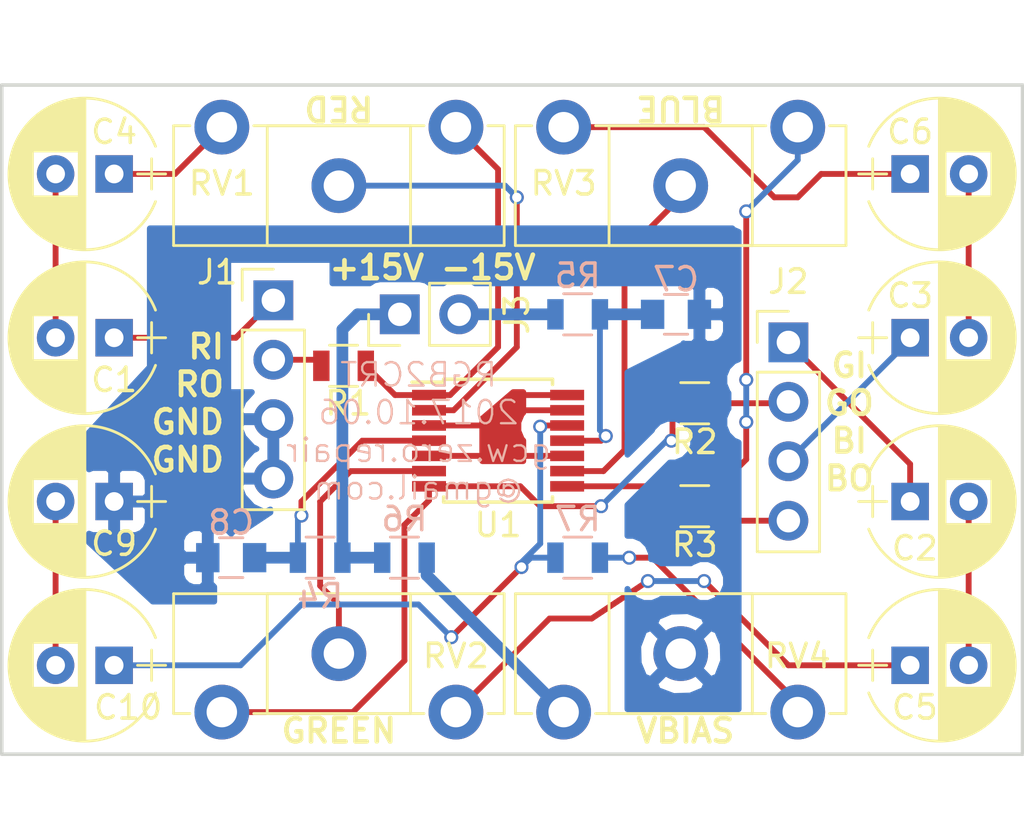
<source format=kicad_pcb>
(kicad_pcb (version 4) (host pcbnew 4.0.7)

  (general
    (links 42)
    (no_connects 0)
    (area 35.124999 31.124999 78.875001 59.875001)
    (thickness 1.6)
    (drawings 12)
    (tracks 135)
    (zones 0)
    (modules 25)
    (nets 29)
  )

  (page A4)
  (layers
    (0 F.Cu signal)
    (31 B.Cu signal)
    (32 B.Adhes user)
    (33 F.Adhes user)
    (34 B.Paste user)
    (35 F.Paste user)
    (36 B.SilkS user)
    (37 F.SilkS user)
    (38 B.Mask user)
    (39 F.Mask user)
    (40 Dwgs.User user)
    (41 Cmts.User user)
    (42 Eco1.User user)
    (43 Eco2.User user)
    (44 Edge.Cuts user)
    (45 Margin user)
    (46 B.CrtYd user)
    (47 F.CrtYd user)
    (48 B.Fab user)
    (49 F.Fab user)
  )

  (setup
    (last_trace_width 0.75)
    (user_trace_width 0.5)
    (user_trace_width 0.75)
    (trace_clearance 0.2)
    (zone_clearance 0.508)
    (zone_45_only no)
    (trace_min 0.2)
    (segment_width 0.2)
    (edge_width 0.15)
    (via_size 0.6)
    (via_drill 0.4)
    (via_min_size 0.4)
    (via_min_drill 0.3)
    (uvia_size 0.3)
    (uvia_drill 0.1)
    (uvias_allowed no)
    (uvia_min_size 0.2)
    (uvia_min_drill 0.1)
    (pcb_text_width 0.3)
    (pcb_text_size 1.5 1.5)
    (mod_edge_width 0.15)
    (mod_text_size 1 1)
    (mod_text_width 0.15)
    (pad_size 1.524 1.524)
    (pad_drill 0.762)
    (pad_to_mask_clearance 0.2)
    (aux_axis_origin 0 0)
    (visible_elements FFFFFFFF)
    (pcbplotparams
      (layerselection 0x00030_80000001)
      (usegerberextensions false)
      (excludeedgelayer true)
      (linewidth 0.100000)
      (plotframeref false)
      (viasonmask false)
      (mode 1)
      (useauxorigin false)
      (hpglpennumber 1)
      (hpglpenspeed 20)
      (hpglpendiameter 15)
      (hpglpenoverlay 2)
      (psnegative false)
      (psa4output false)
      (plotreference true)
      (plotvalue true)
      (plotinvisibletext false)
      (padsonsilk false)
      (subtractmaskfromsilk false)
      (outputformat 1)
      (mirror false)
      (drillshape 1)
      (scaleselection 1)
      (outputdirectory ""))
  )

  (net 0 "")
  (net 1 RIN)
  (net 2 "Net-(C1-Pad2)")
  (net 3 GIN)
  (net 4 "Net-(C2-Pad2)")
  (net 5 BIN)
  (net 6 "Net-(C3-Pad2)")
  (net 7 "Net-(C4-Pad1)")
  (net 8 "Net-(C5-Pad1)")
  (net 9 "Net-(C6-Pad1)")
  (net 10 VCC)
  (net 11 GND)
  (net 12 "Net-(C10-Pad2)")
  (net 13 "Net-(RV1-Pad2)")
  (net 14 "Net-(R1-Pad2)")
  (net 15 "Net-(RV2-Pad2)")
  (net 16 "Net-(R2-Pad2)")
  (net 17 "Net-(RV3-Pad2)")
  (net 18 "Net-(R3-Pad2)")
  (net 19 "Net-(R7-Pad1)")
  (net 20 "Net-(R6-Pad1)")
  (net 21 VBias)
  (net 22 VSS)
  (net 23 "Net-(C10-Pad1)")
  (net 24 ROUT)
  (net 25 GOUT)
  (net 26 BOUT)
  (net 27 +VDC)
  (net 28 -VDC)

  (net_class Default "This is the default net class."
    (clearance 0.2)
    (trace_width 0.25)
    (via_dia 0.6)
    (via_drill 0.4)
    (uvia_dia 0.3)
    (uvia_drill 0.1)
    (add_net +VDC)
    (add_net -VDC)
    (add_net BIN)
    (add_net BOUT)
    (add_net GIN)
    (add_net GND)
    (add_net GOUT)
    (add_net "Net-(C1-Pad2)")
    (add_net "Net-(C10-Pad1)")
    (add_net "Net-(C10-Pad2)")
    (add_net "Net-(C2-Pad2)")
    (add_net "Net-(C3-Pad2)")
    (add_net "Net-(C4-Pad1)")
    (add_net "Net-(C5-Pad1)")
    (add_net "Net-(C6-Pad1)")
    (add_net "Net-(R1-Pad2)")
    (add_net "Net-(R2-Pad2)")
    (add_net "Net-(R3-Pad2)")
    (add_net "Net-(R6-Pad1)")
    (add_net "Net-(R7-Pad1)")
    (add_net "Net-(RV1-Pad2)")
    (add_net "Net-(RV2-Pad2)")
    (add_net "Net-(RV3-Pad2)")
    (add_net RIN)
    (add_net ROUT)
    (add_net VBias)
    (add_net VCC)
    (add_net VSS)
  )

  (module Potentiometers:Potentiometer_Trimmer_ACP_CA14h2.5_Vertical_Px2.5mm_Py10.0mm (layer F.Cu) (tedit 59D84020) (tstamp 59D83181)
    (at 59.2 58 90)
    (descr "Potentiometer, vertically mounted, Omeg PC16PU, Omeg PC16PU, Omeg PC16PU, Vishay/Spectrol 248GJ/249GJ Single, Vishay/Spectrol 248GJ/249GJ Single, Vishay/Spectrol 248GJ/249GJ Single, Vishay/Spectrol 248GH/249GH Single, Vishay/Spectrol 148/149 Single, Vishay/Spectrol 148/149 Single, Vishay/Spectrol 148/149 Single, Vishay/Spectrol 148A/149A Single with mounting plates, Vishay/Spectrol 148/149 Double, Vishay/Spectrol 148A/149A Double with mounting plates, Piher PC-16 Single, Piher PC-16 Single, Piher PC-16 Single, Piher PC-16SV Single, Piher PC-16 Double, Piher PC-16 Triple, Piher T16H Single, Piher T16L Single, Piher T16H Double, Alps RK163 Single, Alps RK163 Double, Alps RK097 Single, Alps RK097 Double, Bourns PTV09A-2 Single with mounting sleve Single, Bourns PTV09A-1 with mounting sleve Single, Bourns PRS11S Single, Alps RK09K Single with mounting sleve Single, Alps RK09K with mounting sleve Single, Alps RK09L Single, Alps RK09L Single, Alps RK09L Double, Alps RK09L Double, Alps RK09Y Single, Bourns 3339S Single, Bourns 3339S Single, Bourns 3339P Single, Bourns 3339H Single, Vishay T7YA Single, Suntan TSR-3386H Single, Suntan TSR-3386H Single, Suntan TSR-3386P Single, Vishay T73XX Single, Vishay T73XX Single, Vishay T73YP Single, Piher PT-6h Single, Piher PT-6v Single, Piher PT-6v Single, Piher PT-10h2.5 Single, Piher PT-10h5 Single, Piher PT-101h3.8 Single, Piher PT-10v10 Single, Piher PT-10v10 Single, Piher PT-10v5 Single, Piher PT-15h5 Single, Piher PT-15h2.5 Single, Piher PT-15B Single, Piher PT-15hc5 Single, Piher PT-15v12.5 Single, Piher PT-15v12.5 Single, Piher PT-15v15 Single, Piher PT-15v15 Single, ACP CA6h Single, ACP CA6v Single, ACP CA6v Single, ACP CA6VSMD Single, ACP CA6VSMD Single, ACP CA9h2.5 Single, ACP CA9h3.8 Single, ACP CA9h5 Single, ACP CA9V Single, ACP CA9V Single, ACP CA9VSMD Single, ACP CA9VSMD Single, ACP CA14h2.5 Single, http://www.acptechnologies.com/wp-content/uploads/2016/12/ACP-CAT%C3%81LOGO-ENTERO-2016.pdf")
    (tags "Potentiometer vertical  Omeg PC16PU  Omeg PC16PU  Omeg PC16PU  Vishay/Spectrol 248GJ/249GJ Single  Vishay/Spectrol 248GJ/249GJ Single  Vishay/Spectrol 248GJ/249GJ Single  Vishay/Spectrol 248GH/249GH Single  Vishay/Spectrol 148/149 Single  Vishay/Spectrol 148/149 Single  Vishay/Spectrol 148/149 Single  Vishay/Spectrol 148A/149A Single with mounting plates  Vishay/Spectrol 148/149 Double  Vishay/Spectrol 148A/149A Double with mounting plates  Piher PC-16 Single  Piher PC-16 Single  Piher PC-16 Single  Piher PC-16SV Single  Piher PC-16 Double  Piher PC-16 Triple  Piher T16H Single  Piher T16L Single  Piher T16H Double  Alps RK163 Single  Alps RK163 Double  Alps RK097 Single  Alps RK097 Double  Bourns PTV09A-2 Single with mounting sleve Single  Bourns PTV09A-1 with mounting sleve Single  Bourns PRS11S Single  Alps RK09K Single with mounting sleve Single  Alps RK09K with mounting sleve Single  Alps RK09L Single  Alps RK09L Single  Alps RK09L Double  Alps RK09L Double  Alps RK09Y Single  Bourns 3339S Single  Bourns 3339S Single  Bourns 3339P Single  Bourns 3339H Single  Vishay T7YA Single  Suntan TSR-3386H Single  Suntan TSR-3386H Single  Suntan TSR-3386P Single  Vishay T73XX Single  Vishay T73XX Single  Vishay T73YP Single  Piher PT-6h Single  Piher PT-6v Single  Piher PT-6v Single  Piher PT-10h2.5 Single  Piher PT-10h5 Single  Piher PT-101h3.8 Single  Piher PT-10v10 Single  Piher PT-10v10 Single  Piher PT-10v5 Single  Piher PT-15h5 Single  Piher PT-15h2.5 Single  Piher PT-15B Single  Piher PT-15hc5 Single  Piher PT-15v12.5 Single  Piher PT-15v12.5 Single  Piher PT-15v15 Single  Piher PT-15v15 Single  ACP CA6h Single  ACP CA6v Single  ACP CA6v Single  ACP CA6VSMD Single  ACP CA6VSMD Single  ACP CA9h2.5 Single  ACP CA9h3.8 Single  ACP CA9h5 Single  ACP CA9V Single  ACP CA9V Single  ACP CA9VSMD Single  ACP CA9VSMD Single  ACP CA14h2.5 Single")
    (path /59D839AD)
    (fp_text reference RV4 (at 2.4 10 180) (layer F.SilkS)
      (effects (font (size 1 1) (thickness 0.15)))
    )
    (fp_text value "POT_TRIM 10K" (at 0 13.25 90) (layer F.Fab)
      (effects (font (size 1 1) (thickness 0.15)))
    )
    (fp_line (start 5 -2) (end 5 12) (layer F.Fab) (width 0.1))
    (fp_line (start 5 12) (end 0 12) (layer F.Fab) (width 0.1))
    (fp_line (start 0 12) (end 0 -2) (layer F.Fab) (width 0.1))
    (fp_line (start 0 -2) (end 5 -2) (layer F.Fab) (width 0.1))
    (fp_line (start 0 2) (end 0 8) (layer F.Fab) (width 0.1))
    (fp_line (start 0 8) (end 5 8) (layer F.Fab) (width 0.1))
    (fp_line (start 5 8) (end 5 2) (layer F.Fab) (width 0.1))
    (fp_line (start 5 2) (end 0 2) (layer F.Fab) (width 0.1))
    (fp_line (start -0.061 -2.06) (end 5.06 -2.06) (layer F.SilkS) (width 0.12))
    (fp_line (start -0.061 12.06) (end 5.06 12.06) (layer F.SilkS) (width 0.12))
    (fp_line (start 5.06 -2.06) (end 5.06 12.06) (layer F.SilkS) (width 0.12))
    (fp_line (start -0.061 11.365) (end -0.061 12.06) (layer F.SilkS) (width 0.12))
    (fp_line (start -0.061 -2.06) (end -0.061 -1.365) (layer F.SilkS) (width 0.12))
    (fp_line (start -0.061 1.365) (end -0.061 8.635) (layer F.SilkS) (width 0.12))
    (fp_line (start -0.061 1.94) (end 5.06 1.94) (layer F.SilkS) (width 0.12))
    (fp_line (start -0.061 8.06) (end 5.06 8.06) (layer F.SilkS) (width 0.12))
    (fp_line (start -0.061 1.94) (end -0.061 8.06) (layer F.SilkS) (width 0.12))
    (fp_line (start 5.06 1.94) (end 5.06 8.06) (layer F.SilkS) (width 0.12))
    (fp_line (start -1.45 -2.25) (end -1.45 12.25) (layer F.CrtYd) (width 0.05))
    (fp_line (start -1.45 12.25) (end 5.25 12.25) (layer F.CrtYd) (width 0.05))
    (fp_line (start 5.25 12.25) (end 5.25 -2.25) (layer F.CrtYd) (width 0.05))
    (fp_line (start 5.25 -2.25) (end -1.45 -2.25) (layer F.CrtYd) (width 0.05))
    (pad 3 thru_hole circle (at 0 10 90) (size 2.34 2.34) (drill 1.3) (layers *.Cu *.Mask)
      (net 19 "Net-(R7-Pad1)"))
    (pad 2 thru_hole circle (at 2.5 5 90) (size 2.34 2.34) (drill 1.3) (layers *.Cu *.Mask)
      (net 11 GND))
    (pad 1 thru_hole circle (at 0 0 90) (size 2.34 2.34) (drill 1.3) (layers *.Cu *.Mask)
      (net 20 "Net-(R6-Pad1)"))
    (model Potentiometers.3dshapes/Potentiometer_Trimmer_ACP_CA14h2.5_Vertical_Px2.5mm_Py10.0mm.wrl
      (at (xyz 0 0 0))
      (scale (xyz 0.393701 0.393701 0.393701))
      (rotate (xyz 0 0 0))
    )
  )

  (module Housings_SSOP:TSSOP-14_4.4x5mm_Pitch0.65mm (layer F.Cu) (tedit 59D840B8) (tstamp 59D8272E)
    (at 56.4 46.4)
    (descr "14-Lead Plastic Thin Shrink Small Outline (ST)-4.4 mm Body [TSSOP] (see Microchip Packaging Specification 00000049BS.pdf)")
    (tags "SSOP 0.65")
    (path /59D816BA)
    (attr smd)
    (fp_text reference U1 (at 0 3.6) (layer F.SilkS)
      (effects (font (size 1 1) (thickness 0.15)))
    )
    (fp_text value TL084 (at 0 3.55) (layer F.Fab)
      (effects (font (size 1 1) (thickness 0.15)))
    )
    (fp_line (start -1.2 -2.5) (end 2.2 -2.5) (layer F.Fab) (width 0.15))
    (fp_line (start 2.2 -2.5) (end 2.2 2.5) (layer F.Fab) (width 0.15))
    (fp_line (start 2.2 2.5) (end -2.2 2.5) (layer F.Fab) (width 0.15))
    (fp_line (start -2.2 2.5) (end -2.2 -1.5) (layer F.Fab) (width 0.15))
    (fp_line (start -2.2 -1.5) (end -1.2 -2.5) (layer F.Fab) (width 0.15))
    (fp_line (start -3.95 -2.8) (end -3.95 2.8) (layer F.CrtYd) (width 0.05))
    (fp_line (start 3.95 -2.8) (end 3.95 2.8) (layer F.CrtYd) (width 0.05))
    (fp_line (start -3.95 -2.8) (end 3.95 -2.8) (layer F.CrtYd) (width 0.05))
    (fp_line (start -3.95 2.8) (end 3.95 2.8) (layer F.CrtYd) (width 0.05))
    (fp_line (start -2.325 -2.625) (end -2.325 -2.5) (layer F.SilkS) (width 0.15))
    (fp_line (start 2.325 -2.625) (end 2.325 -2.4) (layer F.SilkS) (width 0.15))
    (fp_line (start 2.325 2.625) (end 2.325 2.4) (layer F.SilkS) (width 0.15))
    (fp_line (start -2.325 2.625) (end -2.325 2.4) (layer F.SilkS) (width 0.15))
    (fp_line (start -2.325 -2.625) (end 2.325 -2.625) (layer F.SilkS) (width 0.15))
    (fp_line (start -2.325 2.625) (end 2.325 2.625) (layer F.SilkS) (width 0.15))
    (fp_line (start -2.325 -2.5) (end -3.675 -2.5) (layer F.SilkS) (width 0.15))
    (fp_text user %R (at 0 0) (layer F.Fab)
      (effects (font (size 0.8 0.8) (thickness 0.15)))
    )
    (pad 1 smd rect (at -2.95 -1.95) (size 1.45 0.45) (layers F.Cu F.Paste F.Mask)
      (net 14 "Net-(R1-Pad2)"))
    (pad 2 smd rect (at -2.95 -1.3) (size 1.45 0.45) (layers F.Cu F.Paste F.Mask)
      (net 13 "Net-(RV1-Pad2)"))
    (pad 3 smd rect (at -2.95 -0.65) (size 1.45 0.45) (layers F.Cu F.Paste F.Mask)
      (net 21 VBias))
    (pad 4 smd rect (at -2.95 0) (size 1.45 0.45) (layers F.Cu F.Paste F.Mask)
      (net 10 VCC))
    (pad 5 smd rect (at -2.95 0.65) (size 1.45 0.45) (layers F.Cu F.Paste F.Mask)
      (net 21 VBias))
    (pad 6 smd rect (at -2.95 1.3) (size 1.45 0.45) (layers F.Cu F.Paste F.Mask)
      (net 15 "Net-(RV2-Pad2)"))
    (pad 7 smd rect (at -2.95 1.95) (size 1.45 0.45) (layers F.Cu F.Paste F.Mask)
      (net 16 "Net-(R2-Pad2)"))
    (pad 8 smd rect (at 2.95 1.95) (size 1.45 0.45) (layers F.Cu F.Paste F.Mask)
      (net 18 "Net-(R3-Pad2)"))
    (pad 9 smd rect (at 2.95 1.3) (size 1.45 0.45) (layers F.Cu F.Paste F.Mask)
      (net 17 "Net-(RV3-Pad2)"))
    (pad 10 smd rect (at 2.95 0.65) (size 1.45 0.45) (layers F.Cu F.Paste F.Mask)
      (net 21 VBias))
    (pad 11 smd rect (at 2.95 0) (size 1.45 0.45) (layers F.Cu F.Paste F.Mask)
      (net 22 VSS))
    (pad 12 smd rect (at 2.95 -0.65) (size 1.45 0.45) (layers F.Cu F.Paste F.Mask)
      (net 23 "Net-(C10-Pad1)"))
    (pad 13 smd rect (at 2.95 -1.3) (size 1.45 0.45) (layers F.Cu F.Paste F.Mask)
      (net 21 VBias))
    (pad 14 smd rect (at 2.95 -1.95) (size 1.45 0.45) (layers F.Cu F.Paste F.Mask)
      (net 21 VBias))
    (model ${KISYS3DMOD}/Housings_SSOP.3dshapes/TSSOP-14_4.4x5mm_Pitch0.65mm.wrl
      (at (xyz 0 0 0))
      (scale (xyz 1 1 1))
      (rotate (xyz 0 0 0))
    )
  )

  (module Capacitors_THT:CP_Radial_D6.3mm_P2.50mm (layer F.Cu) (tedit 59D8405A) (tstamp 59D82798)
    (at 40 35 180)
    (descr "CP, Radial series, Radial, pin pitch=2.50mm, , diameter=6.3mm, Electrolytic Capacitor")
    (tags "CP Radial series Radial pin pitch 2.50mm  diameter 6.3mm Electrolytic Capacitor")
    (path /59D819B4)
    (fp_text reference C4 (at 0 1.8 180) (layer F.SilkS)
      (effects (font (size 1 1) (thickness 0.15)))
    )
    (fp_text value 68u (at 1.25 4.46 180) (layer F.Fab)
      (effects (font (size 1 1) (thickness 0.15)))
    )
    (fp_arc (start 1.25 0) (end -1.767482 -1.18) (angle 137.3) (layer F.SilkS) (width 0.12))
    (fp_arc (start 1.25 0) (end -1.767482 1.18) (angle -137.3) (layer F.SilkS) (width 0.12))
    (fp_arc (start 1.25 0) (end 4.267482 -1.18) (angle 42.7) (layer F.SilkS) (width 0.12))
    (fp_circle (center 1.25 0) (end 4.4 0) (layer F.Fab) (width 0.1))
    (fp_line (start -2.2 0) (end -1 0) (layer F.Fab) (width 0.1))
    (fp_line (start -1.6 -0.65) (end -1.6 0.65) (layer F.Fab) (width 0.1))
    (fp_line (start 1.25 -3.2) (end 1.25 3.2) (layer F.SilkS) (width 0.12))
    (fp_line (start 1.29 -3.2) (end 1.29 3.2) (layer F.SilkS) (width 0.12))
    (fp_line (start 1.33 -3.2) (end 1.33 3.2) (layer F.SilkS) (width 0.12))
    (fp_line (start 1.37 -3.198) (end 1.37 3.198) (layer F.SilkS) (width 0.12))
    (fp_line (start 1.41 -3.197) (end 1.41 3.197) (layer F.SilkS) (width 0.12))
    (fp_line (start 1.45 -3.194) (end 1.45 3.194) (layer F.SilkS) (width 0.12))
    (fp_line (start 1.49 -3.192) (end 1.49 3.192) (layer F.SilkS) (width 0.12))
    (fp_line (start 1.53 -3.188) (end 1.53 -0.98) (layer F.SilkS) (width 0.12))
    (fp_line (start 1.53 0.98) (end 1.53 3.188) (layer F.SilkS) (width 0.12))
    (fp_line (start 1.57 -3.185) (end 1.57 -0.98) (layer F.SilkS) (width 0.12))
    (fp_line (start 1.57 0.98) (end 1.57 3.185) (layer F.SilkS) (width 0.12))
    (fp_line (start 1.61 -3.18) (end 1.61 -0.98) (layer F.SilkS) (width 0.12))
    (fp_line (start 1.61 0.98) (end 1.61 3.18) (layer F.SilkS) (width 0.12))
    (fp_line (start 1.65 -3.176) (end 1.65 -0.98) (layer F.SilkS) (width 0.12))
    (fp_line (start 1.65 0.98) (end 1.65 3.176) (layer F.SilkS) (width 0.12))
    (fp_line (start 1.69 -3.17) (end 1.69 -0.98) (layer F.SilkS) (width 0.12))
    (fp_line (start 1.69 0.98) (end 1.69 3.17) (layer F.SilkS) (width 0.12))
    (fp_line (start 1.73 -3.165) (end 1.73 -0.98) (layer F.SilkS) (width 0.12))
    (fp_line (start 1.73 0.98) (end 1.73 3.165) (layer F.SilkS) (width 0.12))
    (fp_line (start 1.77 -3.158) (end 1.77 -0.98) (layer F.SilkS) (width 0.12))
    (fp_line (start 1.77 0.98) (end 1.77 3.158) (layer F.SilkS) (width 0.12))
    (fp_line (start 1.81 -3.152) (end 1.81 -0.98) (layer F.SilkS) (width 0.12))
    (fp_line (start 1.81 0.98) (end 1.81 3.152) (layer F.SilkS) (width 0.12))
    (fp_line (start 1.85 -3.144) (end 1.85 -0.98) (layer F.SilkS) (width 0.12))
    (fp_line (start 1.85 0.98) (end 1.85 3.144) (layer F.SilkS) (width 0.12))
    (fp_line (start 1.89 -3.137) (end 1.89 -0.98) (layer F.SilkS) (width 0.12))
    (fp_line (start 1.89 0.98) (end 1.89 3.137) (layer F.SilkS) (width 0.12))
    (fp_line (start 1.93 -3.128) (end 1.93 -0.98) (layer F.SilkS) (width 0.12))
    (fp_line (start 1.93 0.98) (end 1.93 3.128) (layer F.SilkS) (width 0.12))
    (fp_line (start 1.971 -3.119) (end 1.971 -0.98) (layer F.SilkS) (width 0.12))
    (fp_line (start 1.971 0.98) (end 1.971 3.119) (layer F.SilkS) (width 0.12))
    (fp_line (start 2.011 -3.11) (end 2.011 -0.98) (layer F.SilkS) (width 0.12))
    (fp_line (start 2.011 0.98) (end 2.011 3.11) (layer F.SilkS) (width 0.12))
    (fp_line (start 2.051 -3.1) (end 2.051 -0.98) (layer F.SilkS) (width 0.12))
    (fp_line (start 2.051 0.98) (end 2.051 3.1) (layer F.SilkS) (width 0.12))
    (fp_line (start 2.091 -3.09) (end 2.091 -0.98) (layer F.SilkS) (width 0.12))
    (fp_line (start 2.091 0.98) (end 2.091 3.09) (layer F.SilkS) (width 0.12))
    (fp_line (start 2.131 -3.079) (end 2.131 -0.98) (layer F.SilkS) (width 0.12))
    (fp_line (start 2.131 0.98) (end 2.131 3.079) (layer F.SilkS) (width 0.12))
    (fp_line (start 2.171 -3.067) (end 2.171 -0.98) (layer F.SilkS) (width 0.12))
    (fp_line (start 2.171 0.98) (end 2.171 3.067) (layer F.SilkS) (width 0.12))
    (fp_line (start 2.211 -3.055) (end 2.211 -0.98) (layer F.SilkS) (width 0.12))
    (fp_line (start 2.211 0.98) (end 2.211 3.055) (layer F.SilkS) (width 0.12))
    (fp_line (start 2.251 -3.042) (end 2.251 -0.98) (layer F.SilkS) (width 0.12))
    (fp_line (start 2.251 0.98) (end 2.251 3.042) (layer F.SilkS) (width 0.12))
    (fp_line (start 2.291 -3.029) (end 2.291 -0.98) (layer F.SilkS) (width 0.12))
    (fp_line (start 2.291 0.98) (end 2.291 3.029) (layer F.SilkS) (width 0.12))
    (fp_line (start 2.331 -3.015) (end 2.331 -0.98) (layer F.SilkS) (width 0.12))
    (fp_line (start 2.331 0.98) (end 2.331 3.015) (layer F.SilkS) (width 0.12))
    (fp_line (start 2.371 -3.001) (end 2.371 -0.98) (layer F.SilkS) (width 0.12))
    (fp_line (start 2.371 0.98) (end 2.371 3.001) (layer F.SilkS) (width 0.12))
    (fp_line (start 2.411 -2.986) (end 2.411 -0.98) (layer F.SilkS) (width 0.12))
    (fp_line (start 2.411 0.98) (end 2.411 2.986) (layer F.SilkS) (width 0.12))
    (fp_line (start 2.451 -2.97) (end 2.451 -0.98) (layer F.SilkS) (width 0.12))
    (fp_line (start 2.451 0.98) (end 2.451 2.97) (layer F.SilkS) (width 0.12))
    (fp_line (start 2.491 -2.954) (end 2.491 -0.98) (layer F.SilkS) (width 0.12))
    (fp_line (start 2.491 0.98) (end 2.491 2.954) (layer F.SilkS) (width 0.12))
    (fp_line (start 2.531 -2.937) (end 2.531 -0.98) (layer F.SilkS) (width 0.12))
    (fp_line (start 2.531 0.98) (end 2.531 2.937) (layer F.SilkS) (width 0.12))
    (fp_line (start 2.571 -2.919) (end 2.571 -0.98) (layer F.SilkS) (width 0.12))
    (fp_line (start 2.571 0.98) (end 2.571 2.919) (layer F.SilkS) (width 0.12))
    (fp_line (start 2.611 -2.901) (end 2.611 -0.98) (layer F.SilkS) (width 0.12))
    (fp_line (start 2.611 0.98) (end 2.611 2.901) (layer F.SilkS) (width 0.12))
    (fp_line (start 2.651 -2.882) (end 2.651 -0.98) (layer F.SilkS) (width 0.12))
    (fp_line (start 2.651 0.98) (end 2.651 2.882) (layer F.SilkS) (width 0.12))
    (fp_line (start 2.691 -2.863) (end 2.691 -0.98) (layer F.SilkS) (width 0.12))
    (fp_line (start 2.691 0.98) (end 2.691 2.863) (layer F.SilkS) (width 0.12))
    (fp_line (start 2.731 -2.843) (end 2.731 -0.98) (layer F.SilkS) (width 0.12))
    (fp_line (start 2.731 0.98) (end 2.731 2.843) (layer F.SilkS) (width 0.12))
    (fp_line (start 2.771 -2.822) (end 2.771 -0.98) (layer F.SilkS) (width 0.12))
    (fp_line (start 2.771 0.98) (end 2.771 2.822) (layer F.SilkS) (width 0.12))
    (fp_line (start 2.811 -2.8) (end 2.811 -0.98) (layer F.SilkS) (width 0.12))
    (fp_line (start 2.811 0.98) (end 2.811 2.8) (layer F.SilkS) (width 0.12))
    (fp_line (start 2.851 -2.778) (end 2.851 -0.98) (layer F.SilkS) (width 0.12))
    (fp_line (start 2.851 0.98) (end 2.851 2.778) (layer F.SilkS) (width 0.12))
    (fp_line (start 2.891 -2.755) (end 2.891 -0.98) (layer F.SilkS) (width 0.12))
    (fp_line (start 2.891 0.98) (end 2.891 2.755) (layer F.SilkS) (width 0.12))
    (fp_line (start 2.931 -2.731) (end 2.931 -0.98) (layer F.SilkS) (width 0.12))
    (fp_line (start 2.931 0.98) (end 2.931 2.731) (layer F.SilkS) (width 0.12))
    (fp_line (start 2.971 -2.706) (end 2.971 -0.98) (layer F.SilkS) (width 0.12))
    (fp_line (start 2.971 0.98) (end 2.971 2.706) (layer F.SilkS) (width 0.12))
    (fp_line (start 3.011 -2.681) (end 3.011 -0.98) (layer F.SilkS) (width 0.12))
    (fp_line (start 3.011 0.98) (end 3.011 2.681) (layer F.SilkS) (width 0.12))
    (fp_line (start 3.051 -2.654) (end 3.051 -0.98) (layer F.SilkS) (width 0.12))
    (fp_line (start 3.051 0.98) (end 3.051 2.654) (layer F.SilkS) (width 0.12))
    (fp_line (start 3.091 -2.627) (end 3.091 -0.98) (layer F.SilkS) (width 0.12))
    (fp_line (start 3.091 0.98) (end 3.091 2.627) (layer F.SilkS) (width 0.12))
    (fp_line (start 3.131 -2.599) (end 3.131 -0.98) (layer F.SilkS) (width 0.12))
    (fp_line (start 3.131 0.98) (end 3.131 2.599) (layer F.SilkS) (width 0.12))
    (fp_line (start 3.171 -2.57) (end 3.171 -0.98) (layer F.SilkS) (width 0.12))
    (fp_line (start 3.171 0.98) (end 3.171 2.57) (layer F.SilkS) (width 0.12))
    (fp_line (start 3.211 -2.54) (end 3.211 -0.98) (layer F.SilkS) (width 0.12))
    (fp_line (start 3.211 0.98) (end 3.211 2.54) (layer F.SilkS) (width 0.12))
    (fp_line (start 3.251 -2.51) (end 3.251 -0.98) (layer F.SilkS) (width 0.12))
    (fp_line (start 3.251 0.98) (end 3.251 2.51) (layer F.SilkS) (width 0.12))
    (fp_line (start 3.291 -2.478) (end 3.291 -0.98) (layer F.SilkS) (width 0.12))
    (fp_line (start 3.291 0.98) (end 3.291 2.478) (layer F.SilkS) (width 0.12))
    (fp_line (start 3.331 -2.445) (end 3.331 -0.98) (layer F.SilkS) (width 0.12))
    (fp_line (start 3.331 0.98) (end 3.331 2.445) (layer F.SilkS) (width 0.12))
    (fp_line (start 3.371 -2.411) (end 3.371 -0.98) (layer F.SilkS) (width 0.12))
    (fp_line (start 3.371 0.98) (end 3.371 2.411) (layer F.SilkS) (width 0.12))
    (fp_line (start 3.411 -2.375) (end 3.411 -0.98) (layer F.SilkS) (width 0.12))
    (fp_line (start 3.411 0.98) (end 3.411 2.375) (layer F.SilkS) (width 0.12))
    (fp_line (start 3.451 -2.339) (end 3.451 -0.98) (layer F.SilkS) (width 0.12))
    (fp_line (start 3.451 0.98) (end 3.451 2.339) (layer F.SilkS) (width 0.12))
    (fp_line (start 3.491 -2.301) (end 3.491 2.301) (layer F.SilkS) (width 0.12))
    (fp_line (start 3.531 -2.262) (end 3.531 2.262) (layer F.SilkS) (width 0.12))
    (fp_line (start 3.571 -2.222) (end 3.571 2.222) (layer F.SilkS) (width 0.12))
    (fp_line (start 3.611 -2.18) (end 3.611 2.18) (layer F.SilkS) (width 0.12))
    (fp_line (start 3.651 -2.137) (end 3.651 2.137) (layer F.SilkS) (width 0.12))
    (fp_line (start 3.691 -2.092) (end 3.691 2.092) (layer F.SilkS) (width 0.12))
    (fp_line (start 3.731 -2.045) (end 3.731 2.045) (layer F.SilkS) (width 0.12))
    (fp_line (start 3.771 -1.997) (end 3.771 1.997) (layer F.SilkS) (width 0.12))
    (fp_line (start 3.811 -1.946) (end 3.811 1.946) (layer F.SilkS) (width 0.12))
    (fp_line (start 3.851 -1.894) (end 3.851 1.894) (layer F.SilkS) (width 0.12))
    (fp_line (start 3.891 -1.839) (end 3.891 1.839) (layer F.SilkS) (width 0.12))
    (fp_line (start 3.931 -1.781) (end 3.931 1.781) (layer F.SilkS) (width 0.12))
    (fp_line (start 3.971 -1.721) (end 3.971 1.721) (layer F.SilkS) (width 0.12))
    (fp_line (start 4.011 -1.658) (end 4.011 1.658) (layer F.SilkS) (width 0.12))
    (fp_line (start 4.051 -1.591) (end 4.051 1.591) (layer F.SilkS) (width 0.12))
    (fp_line (start 4.091 -1.52) (end 4.091 1.52) (layer F.SilkS) (width 0.12))
    (fp_line (start 4.131 -1.445) (end 4.131 1.445) (layer F.SilkS) (width 0.12))
    (fp_line (start 4.171 -1.364) (end 4.171 1.364) (layer F.SilkS) (width 0.12))
    (fp_line (start 4.211 -1.278) (end 4.211 1.278) (layer F.SilkS) (width 0.12))
    (fp_line (start 4.251 -1.184) (end 4.251 1.184) (layer F.SilkS) (width 0.12))
    (fp_line (start 4.291 -1.081) (end 4.291 1.081) (layer F.SilkS) (width 0.12))
    (fp_line (start 4.331 -0.966) (end 4.331 0.966) (layer F.SilkS) (width 0.12))
    (fp_line (start 4.371 -0.834) (end 4.371 0.834) (layer F.SilkS) (width 0.12))
    (fp_line (start 4.411 -0.676) (end 4.411 0.676) (layer F.SilkS) (width 0.12))
    (fp_line (start 4.451 -0.468) (end 4.451 0.468) (layer F.SilkS) (width 0.12))
    (fp_line (start -2.2 0) (end -1 0) (layer F.SilkS) (width 0.12))
    (fp_line (start -1.6 -0.65) (end -1.6 0.65) (layer F.SilkS) (width 0.12))
    (fp_line (start -2.25 -3.5) (end -2.25 3.5) (layer F.CrtYd) (width 0.05))
    (fp_line (start -2.25 3.5) (end 4.75 3.5) (layer F.CrtYd) (width 0.05))
    (fp_line (start 4.75 3.5) (end 4.75 -3.5) (layer F.CrtYd) (width 0.05))
    (fp_line (start 4.75 -3.5) (end -2.25 -3.5) (layer F.CrtYd) (width 0.05))
    (fp_text user %R (at 1.25 0 180) (layer F.Fab)
      (effects (font (size 1 1) (thickness 0.15)))
    )
    (pad 1 thru_hole rect (at 0 0 180) (size 1.6 1.6) (drill 0.8) (layers *.Cu *.Mask)
      (net 7 "Net-(C4-Pad1)"))
    (pad 2 thru_hole circle (at 2.5 0 180) (size 1.6 1.6) (drill 0.8) (layers *.Cu *.Mask)
      (net 2 "Net-(C1-Pad2)"))
    (model ${KISYS3DMOD}/Capacitors_THT.3dshapes/CP_Radial_D6.3mm_P2.50mm.wrl
      (at (xyz 0 0 0))
      (scale (xyz 1 1 1))
      (rotate (xyz 0 0 0))
    )
  )

  (module Capacitors_THT:CP_Radial_D6.3mm_P2.50mm (layer F.Cu) (tedit 59D8402D) (tstamp 59D8282F)
    (at 40 56 180)
    (descr "CP, Radial series, Radial, pin pitch=2.50mm, , diameter=6.3mm, Electrolytic Capacitor")
    (tags "CP Radial series Radial pin pitch 2.50mm  diameter 6.3mm Electrolytic Capacitor")
    (path /59D835CD)
    (fp_text reference C10 (at -0.6 -1.8 180) (layer F.SilkS)
      (effects (font (size 1 1) (thickness 0.15)))
    )
    (fp_text value 68u (at 1.25 4.46 180) (layer F.Fab)
      (effects (font (size 1 1) (thickness 0.15)))
    )
    (fp_arc (start 1.25 0) (end -1.767482 -1.18) (angle 137.3) (layer F.SilkS) (width 0.12))
    (fp_arc (start 1.25 0) (end -1.767482 1.18) (angle -137.3) (layer F.SilkS) (width 0.12))
    (fp_arc (start 1.25 0) (end 4.267482 -1.18) (angle 42.7) (layer F.SilkS) (width 0.12))
    (fp_circle (center 1.25 0) (end 4.4 0) (layer F.Fab) (width 0.1))
    (fp_line (start -2.2 0) (end -1 0) (layer F.Fab) (width 0.1))
    (fp_line (start -1.6 -0.65) (end -1.6 0.65) (layer F.Fab) (width 0.1))
    (fp_line (start 1.25 -3.2) (end 1.25 3.2) (layer F.SilkS) (width 0.12))
    (fp_line (start 1.29 -3.2) (end 1.29 3.2) (layer F.SilkS) (width 0.12))
    (fp_line (start 1.33 -3.2) (end 1.33 3.2) (layer F.SilkS) (width 0.12))
    (fp_line (start 1.37 -3.198) (end 1.37 3.198) (layer F.SilkS) (width 0.12))
    (fp_line (start 1.41 -3.197) (end 1.41 3.197) (layer F.SilkS) (width 0.12))
    (fp_line (start 1.45 -3.194) (end 1.45 3.194) (layer F.SilkS) (width 0.12))
    (fp_line (start 1.49 -3.192) (end 1.49 3.192) (layer F.SilkS) (width 0.12))
    (fp_line (start 1.53 -3.188) (end 1.53 -0.98) (layer F.SilkS) (width 0.12))
    (fp_line (start 1.53 0.98) (end 1.53 3.188) (layer F.SilkS) (width 0.12))
    (fp_line (start 1.57 -3.185) (end 1.57 -0.98) (layer F.SilkS) (width 0.12))
    (fp_line (start 1.57 0.98) (end 1.57 3.185) (layer F.SilkS) (width 0.12))
    (fp_line (start 1.61 -3.18) (end 1.61 -0.98) (layer F.SilkS) (width 0.12))
    (fp_line (start 1.61 0.98) (end 1.61 3.18) (layer F.SilkS) (width 0.12))
    (fp_line (start 1.65 -3.176) (end 1.65 -0.98) (layer F.SilkS) (width 0.12))
    (fp_line (start 1.65 0.98) (end 1.65 3.176) (layer F.SilkS) (width 0.12))
    (fp_line (start 1.69 -3.17) (end 1.69 -0.98) (layer F.SilkS) (width 0.12))
    (fp_line (start 1.69 0.98) (end 1.69 3.17) (layer F.SilkS) (width 0.12))
    (fp_line (start 1.73 -3.165) (end 1.73 -0.98) (layer F.SilkS) (width 0.12))
    (fp_line (start 1.73 0.98) (end 1.73 3.165) (layer F.SilkS) (width 0.12))
    (fp_line (start 1.77 -3.158) (end 1.77 -0.98) (layer F.SilkS) (width 0.12))
    (fp_line (start 1.77 0.98) (end 1.77 3.158) (layer F.SilkS) (width 0.12))
    (fp_line (start 1.81 -3.152) (end 1.81 -0.98) (layer F.SilkS) (width 0.12))
    (fp_line (start 1.81 0.98) (end 1.81 3.152) (layer F.SilkS) (width 0.12))
    (fp_line (start 1.85 -3.144) (end 1.85 -0.98) (layer F.SilkS) (width 0.12))
    (fp_line (start 1.85 0.98) (end 1.85 3.144) (layer F.SilkS) (width 0.12))
    (fp_line (start 1.89 -3.137) (end 1.89 -0.98) (layer F.SilkS) (width 0.12))
    (fp_line (start 1.89 0.98) (end 1.89 3.137) (layer F.SilkS) (width 0.12))
    (fp_line (start 1.93 -3.128) (end 1.93 -0.98) (layer F.SilkS) (width 0.12))
    (fp_line (start 1.93 0.98) (end 1.93 3.128) (layer F.SilkS) (width 0.12))
    (fp_line (start 1.971 -3.119) (end 1.971 -0.98) (layer F.SilkS) (width 0.12))
    (fp_line (start 1.971 0.98) (end 1.971 3.119) (layer F.SilkS) (width 0.12))
    (fp_line (start 2.011 -3.11) (end 2.011 -0.98) (layer F.SilkS) (width 0.12))
    (fp_line (start 2.011 0.98) (end 2.011 3.11) (layer F.SilkS) (width 0.12))
    (fp_line (start 2.051 -3.1) (end 2.051 -0.98) (layer F.SilkS) (width 0.12))
    (fp_line (start 2.051 0.98) (end 2.051 3.1) (layer F.SilkS) (width 0.12))
    (fp_line (start 2.091 -3.09) (end 2.091 -0.98) (layer F.SilkS) (width 0.12))
    (fp_line (start 2.091 0.98) (end 2.091 3.09) (layer F.SilkS) (width 0.12))
    (fp_line (start 2.131 -3.079) (end 2.131 -0.98) (layer F.SilkS) (width 0.12))
    (fp_line (start 2.131 0.98) (end 2.131 3.079) (layer F.SilkS) (width 0.12))
    (fp_line (start 2.171 -3.067) (end 2.171 -0.98) (layer F.SilkS) (width 0.12))
    (fp_line (start 2.171 0.98) (end 2.171 3.067) (layer F.SilkS) (width 0.12))
    (fp_line (start 2.211 -3.055) (end 2.211 -0.98) (layer F.SilkS) (width 0.12))
    (fp_line (start 2.211 0.98) (end 2.211 3.055) (layer F.SilkS) (width 0.12))
    (fp_line (start 2.251 -3.042) (end 2.251 -0.98) (layer F.SilkS) (width 0.12))
    (fp_line (start 2.251 0.98) (end 2.251 3.042) (layer F.SilkS) (width 0.12))
    (fp_line (start 2.291 -3.029) (end 2.291 -0.98) (layer F.SilkS) (width 0.12))
    (fp_line (start 2.291 0.98) (end 2.291 3.029) (layer F.SilkS) (width 0.12))
    (fp_line (start 2.331 -3.015) (end 2.331 -0.98) (layer F.SilkS) (width 0.12))
    (fp_line (start 2.331 0.98) (end 2.331 3.015) (layer F.SilkS) (width 0.12))
    (fp_line (start 2.371 -3.001) (end 2.371 -0.98) (layer F.SilkS) (width 0.12))
    (fp_line (start 2.371 0.98) (end 2.371 3.001) (layer F.SilkS) (width 0.12))
    (fp_line (start 2.411 -2.986) (end 2.411 -0.98) (layer F.SilkS) (width 0.12))
    (fp_line (start 2.411 0.98) (end 2.411 2.986) (layer F.SilkS) (width 0.12))
    (fp_line (start 2.451 -2.97) (end 2.451 -0.98) (layer F.SilkS) (width 0.12))
    (fp_line (start 2.451 0.98) (end 2.451 2.97) (layer F.SilkS) (width 0.12))
    (fp_line (start 2.491 -2.954) (end 2.491 -0.98) (layer F.SilkS) (width 0.12))
    (fp_line (start 2.491 0.98) (end 2.491 2.954) (layer F.SilkS) (width 0.12))
    (fp_line (start 2.531 -2.937) (end 2.531 -0.98) (layer F.SilkS) (width 0.12))
    (fp_line (start 2.531 0.98) (end 2.531 2.937) (layer F.SilkS) (width 0.12))
    (fp_line (start 2.571 -2.919) (end 2.571 -0.98) (layer F.SilkS) (width 0.12))
    (fp_line (start 2.571 0.98) (end 2.571 2.919) (layer F.SilkS) (width 0.12))
    (fp_line (start 2.611 -2.901) (end 2.611 -0.98) (layer F.SilkS) (width 0.12))
    (fp_line (start 2.611 0.98) (end 2.611 2.901) (layer F.SilkS) (width 0.12))
    (fp_line (start 2.651 -2.882) (end 2.651 -0.98) (layer F.SilkS) (width 0.12))
    (fp_line (start 2.651 0.98) (end 2.651 2.882) (layer F.SilkS) (width 0.12))
    (fp_line (start 2.691 -2.863) (end 2.691 -0.98) (layer F.SilkS) (width 0.12))
    (fp_line (start 2.691 0.98) (end 2.691 2.863) (layer F.SilkS) (width 0.12))
    (fp_line (start 2.731 -2.843) (end 2.731 -0.98) (layer F.SilkS) (width 0.12))
    (fp_line (start 2.731 0.98) (end 2.731 2.843) (layer F.SilkS) (width 0.12))
    (fp_line (start 2.771 -2.822) (end 2.771 -0.98) (layer F.SilkS) (width 0.12))
    (fp_line (start 2.771 0.98) (end 2.771 2.822) (layer F.SilkS) (width 0.12))
    (fp_line (start 2.811 -2.8) (end 2.811 -0.98) (layer F.SilkS) (width 0.12))
    (fp_line (start 2.811 0.98) (end 2.811 2.8) (layer F.SilkS) (width 0.12))
    (fp_line (start 2.851 -2.778) (end 2.851 -0.98) (layer F.SilkS) (width 0.12))
    (fp_line (start 2.851 0.98) (end 2.851 2.778) (layer F.SilkS) (width 0.12))
    (fp_line (start 2.891 -2.755) (end 2.891 -0.98) (layer F.SilkS) (width 0.12))
    (fp_line (start 2.891 0.98) (end 2.891 2.755) (layer F.SilkS) (width 0.12))
    (fp_line (start 2.931 -2.731) (end 2.931 -0.98) (layer F.SilkS) (width 0.12))
    (fp_line (start 2.931 0.98) (end 2.931 2.731) (layer F.SilkS) (width 0.12))
    (fp_line (start 2.971 -2.706) (end 2.971 -0.98) (layer F.SilkS) (width 0.12))
    (fp_line (start 2.971 0.98) (end 2.971 2.706) (layer F.SilkS) (width 0.12))
    (fp_line (start 3.011 -2.681) (end 3.011 -0.98) (layer F.SilkS) (width 0.12))
    (fp_line (start 3.011 0.98) (end 3.011 2.681) (layer F.SilkS) (width 0.12))
    (fp_line (start 3.051 -2.654) (end 3.051 -0.98) (layer F.SilkS) (width 0.12))
    (fp_line (start 3.051 0.98) (end 3.051 2.654) (layer F.SilkS) (width 0.12))
    (fp_line (start 3.091 -2.627) (end 3.091 -0.98) (layer F.SilkS) (width 0.12))
    (fp_line (start 3.091 0.98) (end 3.091 2.627) (layer F.SilkS) (width 0.12))
    (fp_line (start 3.131 -2.599) (end 3.131 -0.98) (layer F.SilkS) (width 0.12))
    (fp_line (start 3.131 0.98) (end 3.131 2.599) (layer F.SilkS) (width 0.12))
    (fp_line (start 3.171 -2.57) (end 3.171 -0.98) (layer F.SilkS) (width 0.12))
    (fp_line (start 3.171 0.98) (end 3.171 2.57) (layer F.SilkS) (width 0.12))
    (fp_line (start 3.211 -2.54) (end 3.211 -0.98) (layer F.SilkS) (width 0.12))
    (fp_line (start 3.211 0.98) (end 3.211 2.54) (layer F.SilkS) (width 0.12))
    (fp_line (start 3.251 -2.51) (end 3.251 -0.98) (layer F.SilkS) (width 0.12))
    (fp_line (start 3.251 0.98) (end 3.251 2.51) (layer F.SilkS) (width 0.12))
    (fp_line (start 3.291 -2.478) (end 3.291 -0.98) (layer F.SilkS) (width 0.12))
    (fp_line (start 3.291 0.98) (end 3.291 2.478) (layer F.SilkS) (width 0.12))
    (fp_line (start 3.331 -2.445) (end 3.331 -0.98) (layer F.SilkS) (width 0.12))
    (fp_line (start 3.331 0.98) (end 3.331 2.445) (layer F.SilkS) (width 0.12))
    (fp_line (start 3.371 -2.411) (end 3.371 -0.98) (layer F.SilkS) (width 0.12))
    (fp_line (start 3.371 0.98) (end 3.371 2.411) (layer F.SilkS) (width 0.12))
    (fp_line (start 3.411 -2.375) (end 3.411 -0.98) (layer F.SilkS) (width 0.12))
    (fp_line (start 3.411 0.98) (end 3.411 2.375) (layer F.SilkS) (width 0.12))
    (fp_line (start 3.451 -2.339) (end 3.451 -0.98) (layer F.SilkS) (width 0.12))
    (fp_line (start 3.451 0.98) (end 3.451 2.339) (layer F.SilkS) (width 0.12))
    (fp_line (start 3.491 -2.301) (end 3.491 2.301) (layer F.SilkS) (width 0.12))
    (fp_line (start 3.531 -2.262) (end 3.531 2.262) (layer F.SilkS) (width 0.12))
    (fp_line (start 3.571 -2.222) (end 3.571 2.222) (layer F.SilkS) (width 0.12))
    (fp_line (start 3.611 -2.18) (end 3.611 2.18) (layer F.SilkS) (width 0.12))
    (fp_line (start 3.651 -2.137) (end 3.651 2.137) (layer F.SilkS) (width 0.12))
    (fp_line (start 3.691 -2.092) (end 3.691 2.092) (layer F.SilkS) (width 0.12))
    (fp_line (start 3.731 -2.045) (end 3.731 2.045) (layer F.SilkS) (width 0.12))
    (fp_line (start 3.771 -1.997) (end 3.771 1.997) (layer F.SilkS) (width 0.12))
    (fp_line (start 3.811 -1.946) (end 3.811 1.946) (layer F.SilkS) (width 0.12))
    (fp_line (start 3.851 -1.894) (end 3.851 1.894) (layer F.SilkS) (width 0.12))
    (fp_line (start 3.891 -1.839) (end 3.891 1.839) (layer F.SilkS) (width 0.12))
    (fp_line (start 3.931 -1.781) (end 3.931 1.781) (layer F.SilkS) (width 0.12))
    (fp_line (start 3.971 -1.721) (end 3.971 1.721) (layer F.SilkS) (width 0.12))
    (fp_line (start 4.011 -1.658) (end 4.011 1.658) (layer F.SilkS) (width 0.12))
    (fp_line (start 4.051 -1.591) (end 4.051 1.591) (layer F.SilkS) (width 0.12))
    (fp_line (start 4.091 -1.52) (end 4.091 1.52) (layer F.SilkS) (width 0.12))
    (fp_line (start 4.131 -1.445) (end 4.131 1.445) (layer F.SilkS) (width 0.12))
    (fp_line (start 4.171 -1.364) (end 4.171 1.364) (layer F.SilkS) (width 0.12))
    (fp_line (start 4.211 -1.278) (end 4.211 1.278) (layer F.SilkS) (width 0.12))
    (fp_line (start 4.251 -1.184) (end 4.251 1.184) (layer F.SilkS) (width 0.12))
    (fp_line (start 4.291 -1.081) (end 4.291 1.081) (layer F.SilkS) (width 0.12))
    (fp_line (start 4.331 -0.966) (end 4.331 0.966) (layer F.SilkS) (width 0.12))
    (fp_line (start 4.371 -0.834) (end 4.371 0.834) (layer F.SilkS) (width 0.12))
    (fp_line (start 4.411 -0.676) (end 4.411 0.676) (layer F.SilkS) (width 0.12))
    (fp_line (start 4.451 -0.468) (end 4.451 0.468) (layer F.SilkS) (width 0.12))
    (fp_line (start -2.2 0) (end -1 0) (layer F.SilkS) (width 0.12))
    (fp_line (start -1.6 -0.65) (end -1.6 0.65) (layer F.SilkS) (width 0.12))
    (fp_line (start -2.25 -3.5) (end -2.25 3.5) (layer F.CrtYd) (width 0.05))
    (fp_line (start -2.25 3.5) (end 4.75 3.5) (layer F.CrtYd) (width 0.05))
    (fp_line (start 4.75 3.5) (end 4.75 -3.5) (layer F.CrtYd) (width 0.05))
    (fp_line (start 4.75 -3.5) (end -2.25 -3.5) (layer F.CrtYd) (width 0.05))
    (fp_text user %R (at 1.25 0 180) (layer F.Fab)
      (effects (font (size 1 1) (thickness 0.15)))
    )
    (pad 1 thru_hole rect (at 0 0 180) (size 1.6 1.6) (drill 0.8) (layers *.Cu *.Mask)
      (net 23 "Net-(C10-Pad1)"))
    (pad 2 thru_hole circle (at 2.5 0 180) (size 1.6 1.6) (drill 0.8) (layers *.Cu *.Mask)
      (net 12 "Net-(C10-Pad2)"))
    (model ${KISYS3DMOD}/Capacitors_THT.3dshapes/CP_Radial_D6.3mm_P2.50mm.wrl
      (at (xyz 0 0 0))
      (scale (xyz 1 1 1))
      (rotate (xyz 0 0 0))
    )
  )

  (module Capacitors_THT:CP_Radial_D6.3mm_P2.50mm (layer F.Cu) (tedit 59D84053) (tstamp 59D828C4)
    (at 40 49 180)
    (descr "CP, Radial series, Radial, pin pitch=2.50mm, , diameter=6.3mm, Electrolytic Capacitor")
    (tags "CP Radial series Radial pin pitch 2.50mm  diameter 6.3mm Electrolytic Capacitor")
    (path /59D83524)
    (fp_text reference C9 (at 0 -1.8 180) (layer F.SilkS)
      (effects (font (size 1 1) (thickness 0.15)))
    )
    (fp_text value 68u (at 1.25 4.46 180) (layer F.Fab)
      (effects (font (size 1 1) (thickness 0.15)))
    )
    (fp_arc (start 1.25 0) (end -1.767482 -1.18) (angle 137.3) (layer F.SilkS) (width 0.12))
    (fp_arc (start 1.25 0) (end -1.767482 1.18) (angle -137.3) (layer F.SilkS) (width 0.12))
    (fp_arc (start 1.25 0) (end 4.267482 -1.18) (angle 42.7) (layer F.SilkS) (width 0.12))
    (fp_circle (center 1.25 0) (end 4.4 0) (layer F.Fab) (width 0.1))
    (fp_line (start -2.2 0) (end -1 0) (layer F.Fab) (width 0.1))
    (fp_line (start -1.6 -0.65) (end -1.6 0.65) (layer F.Fab) (width 0.1))
    (fp_line (start 1.25 -3.2) (end 1.25 3.2) (layer F.SilkS) (width 0.12))
    (fp_line (start 1.29 -3.2) (end 1.29 3.2) (layer F.SilkS) (width 0.12))
    (fp_line (start 1.33 -3.2) (end 1.33 3.2) (layer F.SilkS) (width 0.12))
    (fp_line (start 1.37 -3.198) (end 1.37 3.198) (layer F.SilkS) (width 0.12))
    (fp_line (start 1.41 -3.197) (end 1.41 3.197) (layer F.SilkS) (width 0.12))
    (fp_line (start 1.45 -3.194) (end 1.45 3.194) (layer F.SilkS) (width 0.12))
    (fp_line (start 1.49 -3.192) (end 1.49 3.192) (layer F.SilkS) (width 0.12))
    (fp_line (start 1.53 -3.188) (end 1.53 -0.98) (layer F.SilkS) (width 0.12))
    (fp_line (start 1.53 0.98) (end 1.53 3.188) (layer F.SilkS) (width 0.12))
    (fp_line (start 1.57 -3.185) (end 1.57 -0.98) (layer F.SilkS) (width 0.12))
    (fp_line (start 1.57 0.98) (end 1.57 3.185) (layer F.SilkS) (width 0.12))
    (fp_line (start 1.61 -3.18) (end 1.61 -0.98) (layer F.SilkS) (width 0.12))
    (fp_line (start 1.61 0.98) (end 1.61 3.18) (layer F.SilkS) (width 0.12))
    (fp_line (start 1.65 -3.176) (end 1.65 -0.98) (layer F.SilkS) (width 0.12))
    (fp_line (start 1.65 0.98) (end 1.65 3.176) (layer F.SilkS) (width 0.12))
    (fp_line (start 1.69 -3.17) (end 1.69 -0.98) (layer F.SilkS) (width 0.12))
    (fp_line (start 1.69 0.98) (end 1.69 3.17) (layer F.SilkS) (width 0.12))
    (fp_line (start 1.73 -3.165) (end 1.73 -0.98) (layer F.SilkS) (width 0.12))
    (fp_line (start 1.73 0.98) (end 1.73 3.165) (layer F.SilkS) (width 0.12))
    (fp_line (start 1.77 -3.158) (end 1.77 -0.98) (layer F.SilkS) (width 0.12))
    (fp_line (start 1.77 0.98) (end 1.77 3.158) (layer F.SilkS) (width 0.12))
    (fp_line (start 1.81 -3.152) (end 1.81 -0.98) (layer F.SilkS) (width 0.12))
    (fp_line (start 1.81 0.98) (end 1.81 3.152) (layer F.SilkS) (width 0.12))
    (fp_line (start 1.85 -3.144) (end 1.85 -0.98) (layer F.SilkS) (width 0.12))
    (fp_line (start 1.85 0.98) (end 1.85 3.144) (layer F.SilkS) (width 0.12))
    (fp_line (start 1.89 -3.137) (end 1.89 -0.98) (layer F.SilkS) (width 0.12))
    (fp_line (start 1.89 0.98) (end 1.89 3.137) (layer F.SilkS) (width 0.12))
    (fp_line (start 1.93 -3.128) (end 1.93 -0.98) (layer F.SilkS) (width 0.12))
    (fp_line (start 1.93 0.98) (end 1.93 3.128) (layer F.SilkS) (width 0.12))
    (fp_line (start 1.971 -3.119) (end 1.971 -0.98) (layer F.SilkS) (width 0.12))
    (fp_line (start 1.971 0.98) (end 1.971 3.119) (layer F.SilkS) (width 0.12))
    (fp_line (start 2.011 -3.11) (end 2.011 -0.98) (layer F.SilkS) (width 0.12))
    (fp_line (start 2.011 0.98) (end 2.011 3.11) (layer F.SilkS) (width 0.12))
    (fp_line (start 2.051 -3.1) (end 2.051 -0.98) (layer F.SilkS) (width 0.12))
    (fp_line (start 2.051 0.98) (end 2.051 3.1) (layer F.SilkS) (width 0.12))
    (fp_line (start 2.091 -3.09) (end 2.091 -0.98) (layer F.SilkS) (width 0.12))
    (fp_line (start 2.091 0.98) (end 2.091 3.09) (layer F.SilkS) (width 0.12))
    (fp_line (start 2.131 -3.079) (end 2.131 -0.98) (layer F.SilkS) (width 0.12))
    (fp_line (start 2.131 0.98) (end 2.131 3.079) (layer F.SilkS) (width 0.12))
    (fp_line (start 2.171 -3.067) (end 2.171 -0.98) (layer F.SilkS) (width 0.12))
    (fp_line (start 2.171 0.98) (end 2.171 3.067) (layer F.SilkS) (width 0.12))
    (fp_line (start 2.211 -3.055) (end 2.211 -0.98) (layer F.SilkS) (width 0.12))
    (fp_line (start 2.211 0.98) (end 2.211 3.055) (layer F.SilkS) (width 0.12))
    (fp_line (start 2.251 -3.042) (end 2.251 -0.98) (layer F.SilkS) (width 0.12))
    (fp_line (start 2.251 0.98) (end 2.251 3.042) (layer F.SilkS) (width 0.12))
    (fp_line (start 2.291 -3.029) (end 2.291 -0.98) (layer F.SilkS) (width 0.12))
    (fp_line (start 2.291 0.98) (end 2.291 3.029) (layer F.SilkS) (width 0.12))
    (fp_line (start 2.331 -3.015) (end 2.331 -0.98) (layer F.SilkS) (width 0.12))
    (fp_line (start 2.331 0.98) (end 2.331 3.015) (layer F.SilkS) (width 0.12))
    (fp_line (start 2.371 -3.001) (end 2.371 -0.98) (layer F.SilkS) (width 0.12))
    (fp_line (start 2.371 0.98) (end 2.371 3.001) (layer F.SilkS) (width 0.12))
    (fp_line (start 2.411 -2.986) (end 2.411 -0.98) (layer F.SilkS) (width 0.12))
    (fp_line (start 2.411 0.98) (end 2.411 2.986) (layer F.SilkS) (width 0.12))
    (fp_line (start 2.451 -2.97) (end 2.451 -0.98) (layer F.SilkS) (width 0.12))
    (fp_line (start 2.451 0.98) (end 2.451 2.97) (layer F.SilkS) (width 0.12))
    (fp_line (start 2.491 -2.954) (end 2.491 -0.98) (layer F.SilkS) (width 0.12))
    (fp_line (start 2.491 0.98) (end 2.491 2.954) (layer F.SilkS) (width 0.12))
    (fp_line (start 2.531 -2.937) (end 2.531 -0.98) (layer F.SilkS) (width 0.12))
    (fp_line (start 2.531 0.98) (end 2.531 2.937) (layer F.SilkS) (width 0.12))
    (fp_line (start 2.571 -2.919) (end 2.571 -0.98) (layer F.SilkS) (width 0.12))
    (fp_line (start 2.571 0.98) (end 2.571 2.919) (layer F.SilkS) (width 0.12))
    (fp_line (start 2.611 -2.901) (end 2.611 -0.98) (layer F.SilkS) (width 0.12))
    (fp_line (start 2.611 0.98) (end 2.611 2.901) (layer F.SilkS) (width 0.12))
    (fp_line (start 2.651 -2.882) (end 2.651 -0.98) (layer F.SilkS) (width 0.12))
    (fp_line (start 2.651 0.98) (end 2.651 2.882) (layer F.SilkS) (width 0.12))
    (fp_line (start 2.691 -2.863) (end 2.691 -0.98) (layer F.SilkS) (width 0.12))
    (fp_line (start 2.691 0.98) (end 2.691 2.863) (layer F.SilkS) (width 0.12))
    (fp_line (start 2.731 -2.843) (end 2.731 -0.98) (layer F.SilkS) (width 0.12))
    (fp_line (start 2.731 0.98) (end 2.731 2.843) (layer F.SilkS) (width 0.12))
    (fp_line (start 2.771 -2.822) (end 2.771 -0.98) (layer F.SilkS) (width 0.12))
    (fp_line (start 2.771 0.98) (end 2.771 2.822) (layer F.SilkS) (width 0.12))
    (fp_line (start 2.811 -2.8) (end 2.811 -0.98) (layer F.SilkS) (width 0.12))
    (fp_line (start 2.811 0.98) (end 2.811 2.8) (layer F.SilkS) (width 0.12))
    (fp_line (start 2.851 -2.778) (end 2.851 -0.98) (layer F.SilkS) (width 0.12))
    (fp_line (start 2.851 0.98) (end 2.851 2.778) (layer F.SilkS) (width 0.12))
    (fp_line (start 2.891 -2.755) (end 2.891 -0.98) (layer F.SilkS) (width 0.12))
    (fp_line (start 2.891 0.98) (end 2.891 2.755) (layer F.SilkS) (width 0.12))
    (fp_line (start 2.931 -2.731) (end 2.931 -0.98) (layer F.SilkS) (width 0.12))
    (fp_line (start 2.931 0.98) (end 2.931 2.731) (layer F.SilkS) (width 0.12))
    (fp_line (start 2.971 -2.706) (end 2.971 -0.98) (layer F.SilkS) (width 0.12))
    (fp_line (start 2.971 0.98) (end 2.971 2.706) (layer F.SilkS) (width 0.12))
    (fp_line (start 3.011 -2.681) (end 3.011 -0.98) (layer F.SilkS) (width 0.12))
    (fp_line (start 3.011 0.98) (end 3.011 2.681) (layer F.SilkS) (width 0.12))
    (fp_line (start 3.051 -2.654) (end 3.051 -0.98) (layer F.SilkS) (width 0.12))
    (fp_line (start 3.051 0.98) (end 3.051 2.654) (layer F.SilkS) (width 0.12))
    (fp_line (start 3.091 -2.627) (end 3.091 -0.98) (layer F.SilkS) (width 0.12))
    (fp_line (start 3.091 0.98) (end 3.091 2.627) (layer F.SilkS) (width 0.12))
    (fp_line (start 3.131 -2.599) (end 3.131 -0.98) (layer F.SilkS) (width 0.12))
    (fp_line (start 3.131 0.98) (end 3.131 2.599) (layer F.SilkS) (width 0.12))
    (fp_line (start 3.171 -2.57) (end 3.171 -0.98) (layer F.SilkS) (width 0.12))
    (fp_line (start 3.171 0.98) (end 3.171 2.57) (layer F.SilkS) (width 0.12))
    (fp_line (start 3.211 -2.54) (end 3.211 -0.98) (layer F.SilkS) (width 0.12))
    (fp_line (start 3.211 0.98) (end 3.211 2.54) (layer F.SilkS) (width 0.12))
    (fp_line (start 3.251 -2.51) (end 3.251 -0.98) (layer F.SilkS) (width 0.12))
    (fp_line (start 3.251 0.98) (end 3.251 2.51) (layer F.SilkS) (width 0.12))
    (fp_line (start 3.291 -2.478) (end 3.291 -0.98) (layer F.SilkS) (width 0.12))
    (fp_line (start 3.291 0.98) (end 3.291 2.478) (layer F.SilkS) (width 0.12))
    (fp_line (start 3.331 -2.445) (end 3.331 -0.98) (layer F.SilkS) (width 0.12))
    (fp_line (start 3.331 0.98) (end 3.331 2.445) (layer F.SilkS) (width 0.12))
    (fp_line (start 3.371 -2.411) (end 3.371 -0.98) (layer F.SilkS) (width 0.12))
    (fp_line (start 3.371 0.98) (end 3.371 2.411) (layer F.SilkS) (width 0.12))
    (fp_line (start 3.411 -2.375) (end 3.411 -0.98) (layer F.SilkS) (width 0.12))
    (fp_line (start 3.411 0.98) (end 3.411 2.375) (layer F.SilkS) (width 0.12))
    (fp_line (start 3.451 -2.339) (end 3.451 -0.98) (layer F.SilkS) (width 0.12))
    (fp_line (start 3.451 0.98) (end 3.451 2.339) (layer F.SilkS) (width 0.12))
    (fp_line (start 3.491 -2.301) (end 3.491 2.301) (layer F.SilkS) (width 0.12))
    (fp_line (start 3.531 -2.262) (end 3.531 2.262) (layer F.SilkS) (width 0.12))
    (fp_line (start 3.571 -2.222) (end 3.571 2.222) (layer F.SilkS) (width 0.12))
    (fp_line (start 3.611 -2.18) (end 3.611 2.18) (layer F.SilkS) (width 0.12))
    (fp_line (start 3.651 -2.137) (end 3.651 2.137) (layer F.SilkS) (width 0.12))
    (fp_line (start 3.691 -2.092) (end 3.691 2.092) (layer F.SilkS) (width 0.12))
    (fp_line (start 3.731 -2.045) (end 3.731 2.045) (layer F.SilkS) (width 0.12))
    (fp_line (start 3.771 -1.997) (end 3.771 1.997) (layer F.SilkS) (width 0.12))
    (fp_line (start 3.811 -1.946) (end 3.811 1.946) (layer F.SilkS) (width 0.12))
    (fp_line (start 3.851 -1.894) (end 3.851 1.894) (layer F.SilkS) (width 0.12))
    (fp_line (start 3.891 -1.839) (end 3.891 1.839) (layer F.SilkS) (width 0.12))
    (fp_line (start 3.931 -1.781) (end 3.931 1.781) (layer F.SilkS) (width 0.12))
    (fp_line (start 3.971 -1.721) (end 3.971 1.721) (layer F.SilkS) (width 0.12))
    (fp_line (start 4.011 -1.658) (end 4.011 1.658) (layer F.SilkS) (width 0.12))
    (fp_line (start 4.051 -1.591) (end 4.051 1.591) (layer F.SilkS) (width 0.12))
    (fp_line (start 4.091 -1.52) (end 4.091 1.52) (layer F.SilkS) (width 0.12))
    (fp_line (start 4.131 -1.445) (end 4.131 1.445) (layer F.SilkS) (width 0.12))
    (fp_line (start 4.171 -1.364) (end 4.171 1.364) (layer F.SilkS) (width 0.12))
    (fp_line (start 4.211 -1.278) (end 4.211 1.278) (layer F.SilkS) (width 0.12))
    (fp_line (start 4.251 -1.184) (end 4.251 1.184) (layer F.SilkS) (width 0.12))
    (fp_line (start 4.291 -1.081) (end 4.291 1.081) (layer F.SilkS) (width 0.12))
    (fp_line (start 4.331 -0.966) (end 4.331 0.966) (layer F.SilkS) (width 0.12))
    (fp_line (start 4.371 -0.834) (end 4.371 0.834) (layer F.SilkS) (width 0.12))
    (fp_line (start 4.411 -0.676) (end 4.411 0.676) (layer F.SilkS) (width 0.12))
    (fp_line (start 4.451 -0.468) (end 4.451 0.468) (layer F.SilkS) (width 0.12))
    (fp_line (start -2.2 0) (end -1 0) (layer F.SilkS) (width 0.12))
    (fp_line (start -1.6 -0.65) (end -1.6 0.65) (layer F.SilkS) (width 0.12))
    (fp_line (start -2.25 -3.5) (end -2.25 3.5) (layer F.CrtYd) (width 0.05))
    (fp_line (start -2.25 3.5) (end 4.75 3.5) (layer F.CrtYd) (width 0.05))
    (fp_line (start 4.75 3.5) (end 4.75 -3.5) (layer F.CrtYd) (width 0.05))
    (fp_line (start 4.75 -3.5) (end -2.25 -3.5) (layer F.CrtYd) (width 0.05))
    (fp_text user %R (at 1.25 0 180) (layer F.Fab)
      (effects (font (size 1 1) (thickness 0.15)))
    )
    (pad 1 thru_hole rect (at 0 0 180) (size 1.6 1.6) (drill 0.8) (layers *.Cu *.Mask)
      (net 11 GND))
    (pad 2 thru_hole circle (at 2.5 0 180) (size 1.6 1.6) (drill 0.8) (layers *.Cu *.Mask)
      (net 12 "Net-(C10-Pad2)"))
    (model ${KISYS3DMOD}/Capacitors_THT.3dshapes/CP_Radial_D6.3mm_P2.50mm.wrl
      (at (xyz 0 0 0))
      (scale (xyz 1 1 1))
      (rotate (xyz 0 0 0))
    )
  )

  (module Capacitors_THT:CP_Radial_D6.3mm_P2.50mm (layer F.Cu) (tedit 59D8404E) (tstamp 59D82959)
    (at 40 42 180)
    (descr "CP, Radial series, Radial, pin pitch=2.50mm, , diameter=6.3mm, Electrolytic Capacitor")
    (tags "CP Radial series Radial pin pitch 2.50mm  diameter 6.3mm Electrolytic Capacitor")
    (path /59D81951)
    (fp_text reference C1 (at 0 -1.8 180) (layer F.SilkS)
      (effects (font (size 1 1) (thickness 0.15)))
    )
    (fp_text value 68u (at 1.25 4.46 180) (layer F.Fab)
      (effects (font (size 1 1) (thickness 0.15)))
    )
    (fp_arc (start 1.25 0) (end -1.767482 -1.18) (angle 137.3) (layer F.SilkS) (width 0.12))
    (fp_arc (start 1.25 0) (end -1.767482 1.18) (angle -137.3) (layer F.SilkS) (width 0.12))
    (fp_arc (start 1.25 0) (end 4.267482 -1.18) (angle 42.7) (layer F.SilkS) (width 0.12))
    (fp_circle (center 1.25 0) (end 4.4 0) (layer F.Fab) (width 0.1))
    (fp_line (start -2.2 0) (end -1 0) (layer F.Fab) (width 0.1))
    (fp_line (start -1.6 -0.65) (end -1.6 0.65) (layer F.Fab) (width 0.1))
    (fp_line (start 1.25 -3.2) (end 1.25 3.2) (layer F.SilkS) (width 0.12))
    (fp_line (start 1.29 -3.2) (end 1.29 3.2) (layer F.SilkS) (width 0.12))
    (fp_line (start 1.33 -3.2) (end 1.33 3.2) (layer F.SilkS) (width 0.12))
    (fp_line (start 1.37 -3.198) (end 1.37 3.198) (layer F.SilkS) (width 0.12))
    (fp_line (start 1.41 -3.197) (end 1.41 3.197) (layer F.SilkS) (width 0.12))
    (fp_line (start 1.45 -3.194) (end 1.45 3.194) (layer F.SilkS) (width 0.12))
    (fp_line (start 1.49 -3.192) (end 1.49 3.192) (layer F.SilkS) (width 0.12))
    (fp_line (start 1.53 -3.188) (end 1.53 -0.98) (layer F.SilkS) (width 0.12))
    (fp_line (start 1.53 0.98) (end 1.53 3.188) (layer F.SilkS) (width 0.12))
    (fp_line (start 1.57 -3.185) (end 1.57 -0.98) (layer F.SilkS) (width 0.12))
    (fp_line (start 1.57 0.98) (end 1.57 3.185) (layer F.SilkS) (width 0.12))
    (fp_line (start 1.61 -3.18) (end 1.61 -0.98) (layer F.SilkS) (width 0.12))
    (fp_line (start 1.61 0.98) (end 1.61 3.18) (layer F.SilkS) (width 0.12))
    (fp_line (start 1.65 -3.176) (end 1.65 -0.98) (layer F.SilkS) (width 0.12))
    (fp_line (start 1.65 0.98) (end 1.65 3.176) (layer F.SilkS) (width 0.12))
    (fp_line (start 1.69 -3.17) (end 1.69 -0.98) (layer F.SilkS) (width 0.12))
    (fp_line (start 1.69 0.98) (end 1.69 3.17) (layer F.SilkS) (width 0.12))
    (fp_line (start 1.73 -3.165) (end 1.73 -0.98) (layer F.SilkS) (width 0.12))
    (fp_line (start 1.73 0.98) (end 1.73 3.165) (layer F.SilkS) (width 0.12))
    (fp_line (start 1.77 -3.158) (end 1.77 -0.98) (layer F.SilkS) (width 0.12))
    (fp_line (start 1.77 0.98) (end 1.77 3.158) (layer F.SilkS) (width 0.12))
    (fp_line (start 1.81 -3.152) (end 1.81 -0.98) (layer F.SilkS) (width 0.12))
    (fp_line (start 1.81 0.98) (end 1.81 3.152) (layer F.SilkS) (width 0.12))
    (fp_line (start 1.85 -3.144) (end 1.85 -0.98) (layer F.SilkS) (width 0.12))
    (fp_line (start 1.85 0.98) (end 1.85 3.144) (layer F.SilkS) (width 0.12))
    (fp_line (start 1.89 -3.137) (end 1.89 -0.98) (layer F.SilkS) (width 0.12))
    (fp_line (start 1.89 0.98) (end 1.89 3.137) (layer F.SilkS) (width 0.12))
    (fp_line (start 1.93 -3.128) (end 1.93 -0.98) (layer F.SilkS) (width 0.12))
    (fp_line (start 1.93 0.98) (end 1.93 3.128) (layer F.SilkS) (width 0.12))
    (fp_line (start 1.971 -3.119) (end 1.971 -0.98) (layer F.SilkS) (width 0.12))
    (fp_line (start 1.971 0.98) (end 1.971 3.119) (layer F.SilkS) (width 0.12))
    (fp_line (start 2.011 -3.11) (end 2.011 -0.98) (layer F.SilkS) (width 0.12))
    (fp_line (start 2.011 0.98) (end 2.011 3.11) (layer F.SilkS) (width 0.12))
    (fp_line (start 2.051 -3.1) (end 2.051 -0.98) (layer F.SilkS) (width 0.12))
    (fp_line (start 2.051 0.98) (end 2.051 3.1) (layer F.SilkS) (width 0.12))
    (fp_line (start 2.091 -3.09) (end 2.091 -0.98) (layer F.SilkS) (width 0.12))
    (fp_line (start 2.091 0.98) (end 2.091 3.09) (layer F.SilkS) (width 0.12))
    (fp_line (start 2.131 -3.079) (end 2.131 -0.98) (layer F.SilkS) (width 0.12))
    (fp_line (start 2.131 0.98) (end 2.131 3.079) (layer F.SilkS) (width 0.12))
    (fp_line (start 2.171 -3.067) (end 2.171 -0.98) (layer F.SilkS) (width 0.12))
    (fp_line (start 2.171 0.98) (end 2.171 3.067) (layer F.SilkS) (width 0.12))
    (fp_line (start 2.211 -3.055) (end 2.211 -0.98) (layer F.SilkS) (width 0.12))
    (fp_line (start 2.211 0.98) (end 2.211 3.055) (layer F.SilkS) (width 0.12))
    (fp_line (start 2.251 -3.042) (end 2.251 -0.98) (layer F.SilkS) (width 0.12))
    (fp_line (start 2.251 0.98) (end 2.251 3.042) (layer F.SilkS) (width 0.12))
    (fp_line (start 2.291 -3.029) (end 2.291 -0.98) (layer F.SilkS) (width 0.12))
    (fp_line (start 2.291 0.98) (end 2.291 3.029) (layer F.SilkS) (width 0.12))
    (fp_line (start 2.331 -3.015) (end 2.331 -0.98) (layer F.SilkS) (width 0.12))
    (fp_line (start 2.331 0.98) (end 2.331 3.015) (layer F.SilkS) (width 0.12))
    (fp_line (start 2.371 -3.001) (end 2.371 -0.98) (layer F.SilkS) (width 0.12))
    (fp_line (start 2.371 0.98) (end 2.371 3.001) (layer F.SilkS) (width 0.12))
    (fp_line (start 2.411 -2.986) (end 2.411 -0.98) (layer F.SilkS) (width 0.12))
    (fp_line (start 2.411 0.98) (end 2.411 2.986) (layer F.SilkS) (width 0.12))
    (fp_line (start 2.451 -2.97) (end 2.451 -0.98) (layer F.SilkS) (width 0.12))
    (fp_line (start 2.451 0.98) (end 2.451 2.97) (layer F.SilkS) (width 0.12))
    (fp_line (start 2.491 -2.954) (end 2.491 -0.98) (layer F.SilkS) (width 0.12))
    (fp_line (start 2.491 0.98) (end 2.491 2.954) (layer F.SilkS) (width 0.12))
    (fp_line (start 2.531 -2.937) (end 2.531 -0.98) (layer F.SilkS) (width 0.12))
    (fp_line (start 2.531 0.98) (end 2.531 2.937) (layer F.SilkS) (width 0.12))
    (fp_line (start 2.571 -2.919) (end 2.571 -0.98) (layer F.SilkS) (width 0.12))
    (fp_line (start 2.571 0.98) (end 2.571 2.919) (layer F.SilkS) (width 0.12))
    (fp_line (start 2.611 -2.901) (end 2.611 -0.98) (layer F.SilkS) (width 0.12))
    (fp_line (start 2.611 0.98) (end 2.611 2.901) (layer F.SilkS) (width 0.12))
    (fp_line (start 2.651 -2.882) (end 2.651 -0.98) (layer F.SilkS) (width 0.12))
    (fp_line (start 2.651 0.98) (end 2.651 2.882) (layer F.SilkS) (width 0.12))
    (fp_line (start 2.691 -2.863) (end 2.691 -0.98) (layer F.SilkS) (width 0.12))
    (fp_line (start 2.691 0.98) (end 2.691 2.863) (layer F.SilkS) (width 0.12))
    (fp_line (start 2.731 -2.843) (end 2.731 -0.98) (layer F.SilkS) (width 0.12))
    (fp_line (start 2.731 0.98) (end 2.731 2.843) (layer F.SilkS) (width 0.12))
    (fp_line (start 2.771 -2.822) (end 2.771 -0.98) (layer F.SilkS) (width 0.12))
    (fp_line (start 2.771 0.98) (end 2.771 2.822) (layer F.SilkS) (width 0.12))
    (fp_line (start 2.811 -2.8) (end 2.811 -0.98) (layer F.SilkS) (width 0.12))
    (fp_line (start 2.811 0.98) (end 2.811 2.8) (layer F.SilkS) (width 0.12))
    (fp_line (start 2.851 -2.778) (end 2.851 -0.98) (layer F.SilkS) (width 0.12))
    (fp_line (start 2.851 0.98) (end 2.851 2.778) (layer F.SilkS) (width 0.12))
    (fp_line (start 2.891 -2.755) (end 2.891 -0.98) (layer F.SilkS) (width 0.12))
    (fp_line (start 2.891 0.98) (end 2.891 2.755) (layer F.SilkS) (width 0.12))
    (fp_line (start 2.931 -2.731) (end 2.931 -0.98) (layer F.SilkS) (width 0.12))
    (fp_line (start 2.931 0.98) (end 2.931 2.731) (layer F.SilkS) (width 0.12))
    (fp_line (start 2.971 -2.706) (end 2.971 -0.98) (layer F.SilkS) (width 0.12))
    (fp_line (start 2.971 0.98) (end 2.971 2.706) (layer F.SilkS) (width 0.12))
    (fp_line (start 3.011 -2.681) (end 3.011 -0.98) (layer F.SilkS) (width 0.12))
    (fp_line (start 3.011 0.98) (end 3.011 2.681) (layer F.SilkS) (width 0.12))
    (fp_line (start 3.051 -2.654) (end 3.051 -0.98) (layer F.SilkS) (width 0.12))
    (fp_line (start 3.051 0.98) (end 3.051 2.654) (layer F.SilkS) (width 0.12))
    (fp_line (start 3.091 -2.627) (end 3.091 -0.98) (layer F.SilkS) (width 0.12))
    (fp_line (start 3.091 0.98) (end 3.091 2.627) (layer F.SilkS) (width 0.12))
    (fp_line (start 3.131 -2.599) (end 3.131 -0.98) (layer F.SilkS) (width 0.12))
    (fp_line (start 3.131 0.98) (end 3.131 2.599) (layer F.SilkS) (width 0.12))
    (fp_line (start 3.171 -2.57) (end 3.171 -0.98) (layer F.SilkS) (width 0.12))
    (fp_line (start 3.171 0.98) (end 3.171 2.57) (layer F.SilkS) (width 0.12))
    (fp_line (start 3.211 -2.54) (end 3.211 -0.98) (layer F.SilkS) (width 0.12))
    (fp_line (start 3.211 0.98) (end 3.211 2.54) (layer F.SilkS) (width 0.12))
    (fp_line (start 3.251 -2.51) (end 3.251 -0.98) (layer F.SilkS) (width 0.12))
    (fp_line (start 3.251 0.98) (end 3.251 2.51) (layer F.SilkS) (width 0.12))
    (fp_line (start 3.291 -2.478) (end 3.291 -0.98) (layer F.SilkS) (width 0.12))
    (fp_line (start 3.291 0.98) (end 3.291 2.478) (layer F.SilkS) (width 0.12))
    (fp_line (start 3.331 -2.445) (end 3.331 -0.98) (layer F.SilkS) (width 0.12))
    (fp_line (start 3.331 0.98) (end 3.331 2.445) (layer F.SilkS) (width 0.12))
    (fp_line (start 3.371 -2.411) (end 3.371 -0.98) (layer F.SilkS) (width 0.12))
    (fp_line (start 3.371 0.98) (end 3.371 2.411) (layer F.SilkS) (width 0.12))
    (fp_line (start 3.411 -2.375) (end 3.411 -0.98) (layer F.SilkS) (width 0.12))
    (fp_line (start 3.411 0.98) (end 3.411 2.375) (layer F.SilkS) (width 0.12))
    (fp_line (start 3.451 -2.339) (end 3.451 -0.98) (layer F.SilkS) (width 0.12))
    (fp_line (start 3.451 0.98) (end 3.451 2.339) (layer F.SilkS) (width 0.12))
    (fp_line (start 3.491 -2.301) (end 3.491 2.301) (layer F.SilkS) (width 0.12))
    (fp_line (start 3.531 -2.262) (end 3.531 2.262) (layer F.SilkS) (width 0.12))
    (fp_line (start 3.571 -2.222) (end 3.571 2.222) (layer F.SilkS) (width 0.12))
    (fp_line (start 3.611 -2.18) (end 3.611 2.18) (layer F.SilkS) (width 0.12))
    (fp_line (start 3.651 -2.137) (end 3.651 2.137) (layer F.SilkS) (width 0.12))
    (fp_line (start 3.691 -2.092) (end 3.691 2.092) (layer F.SilkS) (width 0.12))
    (fp_line (start 3.731 -2.045) (end 3.731 2.045) (layer F.SilkS) (width 0.12))
    (fp_line (start 3.771 -1.997) (end 3.771 1.997) (layer F.SilkS) (width 0.12))
    (fp_line (start 3.811 -1.946) (end 3.811 1.946) (layer F.SilkS) (width 0.12))
    (fp_line (start 3.851 -1.894) (end 3.851 1.894) (layer F.SilkS) (width 0.12))
    (fp_line (start 3.891 -1.839) (end 3.891 1.839) (layer F.SilkS) (width 0.12))
    (fp_line (start 3.931 -1.781) (end 3.931 1.781) (layer F.SilkS) (width 0.12))
    (fp_line (start 3.971 -1.721) (end 3.971 1.721) (layer F.SilkS) (width 0.12))
    (fp_line (start 4.011 -1.658) (end 4.011 1.658) (layer F.SilkS) (width 0.12))
    (fp_line (start 4.051 -1.591) (end 4.051 1.591) (layer F.SilkS) (width 0.12))
    (fp_line (start 4.091 -1.52) (end 4.091 1.52) (layer F.SilkS) (width 0.12))
    (fp_line (start 4.131 -1.445) (end 4.131 1.445) (layer F.SilkS) (width 0.12))
    (fp_line (start 4.171 -1.364) (end 4.171 1.364) (layer F.SilkS) (width 0.12))
    (fp_line (start 4.211 -1.278) (end 4.211 1.278) (layer F.SilkS) (width 0.12))
    (fp_line (start 4.251 -1.184) (end 4.251 1.184) (layer F.SilkS) (width 0.12))
    (fp_line (start 4.291 -1.081) (end 4.291 1.081) (layer F.SilkS) (width 0.12))
    (fp_line (start 4.331 -0.966) (end 4.331 0.966) (layer F.SilkS) (width 0.12))
    (fp_line (start 4.371 -0.834) (end 4.371 0.834) (layer F.SilkS) (width 0.12))
    (fp_line (start 4.411 -0.676) (end 4.411 0.676) (layer F.SilkS) (width 0.12))
    (fp_line (start 4.451 -0.468) (end 4.451 0.468) (layer F.SilkS) (width 0.12))
    (fp_line (start -2.2 0) (end -1 0) (layer F.SilkS) (width 0.12))
    (fp_line (start -1.6 -0.65) (end -1.6 0.65) (layer F.SilkS) (width 0.12))
    (fp_line (start -2.25 -3.5) (end -2.25 3.5) (layer F.CrtYd) (width 0.05))
    (fp_line (start -2.25 3.5) (end 4.75 3.5) (layer F.CrtYd) (width 0.05))
    (fp_line (start 4.75 3.5) (end 4.75 -3.5) (layer F.CrtYd) (width 0.05))
    (fp_line (start 4.75 -3.5) (end -2.25 -3.5) (layer F.CrtYd) (width 0.05))
    (fp_text user %R (at 1.25 0 180) (layer F.Fab)
      (effects (font (size 1 1) (thickness 0.15)))
    )
    (pad 1 thru_hole rect (at 0 0 180) (size 1.6 1.6) (drill 0.8) (layers *.Cu *.Mask)
      (net 1 RIN))
    (pad 2 thru_hole circle (at 2.5 0 180) (size 1.6 1.6) (drill 0.8) (layers *.Cu *.Mask)
      (net 2 "Net-(C1-Pad2)"))
    (model ${KISYS3DMOD}/Capacitors_THT.3dshapes/CP_Radial_D6.3mm_P2.50mm.wrl
      (at (xyz 0 0 0))
      (scale (xyz 1 1 1))
      (rotate (xyz 0 0 0))
    )
  )

  (module Capacitors_THT:CP_Radial_D6.3mm_P2.50mm (layer F.Cu) (tedit 59D84014) (tstamp 59D82C43)
    (at 74 49)
    (descr "CP, Radial series, Radial, pin pitch=2.50mm, , diameter=6.3mm, Electrolytic Capacitor")
    (tags "CP Radial series Radial pin pitch 2.50mm  diameter 6.3mm Electrolytic Capacitor")
    (path /59D82F67)
    (fp_text reference C2 (at 0.2 2) (layer F.SilkS)
      (effects (font (size 1 1) (thickness 0.15)))
    )
    (fp_text value 68u (at 1.25 4.46) (layer F.Fab)
      (effects (font (size 1 1) (thickness 0.15)))
    )
    (fp_arc (start 1.25 0) (end -1.767482 -1.18) (angle 137.3) (layer F.SilkS) (width 0.12))
    (fp_arc (start 1.25 0) (end -1.767482 1.18) (angle -137.3) (layer F.SilkS) (width 0.12))
    (fp_arc (start 1.25 0) (end 4.267482 -1.18) (angle 42.7) (layer F.SilkS) (width 0.12))
    (fp_circle (center 1.25 0) (end 4.4 0) (layer F.Fab) (width 0.1))
    (fp_line (start -2.2 0) (end -1 0) (layer F.Fab) (width 0.1))
    (fp_line (start -1.6 -0.65) (end -1.6 0.65) (layer F.Fab) (width 0.1))
    (fp_line (start 1.25 -3.2) (end 1.25 3.2) (layer F.SilkS) (width 0.12))
    (fp_line (start 1.29 -3.2) (end 1.29 3.2) (layer F.SilkS) (width 0.12))
    (fp_line (start 1.33 -3.2) (end 1.33 3.2) (layer F.SilkS) (width 0.12))
    (fp_line (start 1.37 -3.198) (end 1.37 3.198) (layer F.SilkS) (width 0.12))
    (fp_line (start 1.41 -3.197) (end 1.41 3.197) (layer F.SilkS) (width 0.12))
    (fp_line (start 1.45 -3.194) (end 1.45 3.194) (layer F.SilkS) (width 0.12))
    (fp_line (start 1.49 -3.192) (end 1.49 3.192) (layer F.SilkS) (width 0.12))
    (fp_line (start 1.53 -3.188) (end 1.53 -0.98) (layer F.SilkS) (width 0.12))
    (fp_line (start 1.53 0.98) (end 1.53 3.188) (layer F.SilkS) (width 0.12))
    (fp_line (start 1.57 -3.185) (end 1.57 -0.98) (layer F.SilkS) (width 0.12))
    (fp_line (start 1.57 0.98) (end 1.57 3.185) (layer F.SilkS) (width 0.12))
    (fp_line (start 1.61 -3.18) (end 1.61 -0.98) (layer F.SilkS) (width 0.12))
    (fp_line (start 1.61 0.98) (end 1.61 3.18) (layer F.SilkS) (width 0.12))
    (fp_line (start 1.65 -3.176) (end 1.65 -0.98) (layer F.SilkS) (width 0.12))
    (fp_line (start 1.65 0.98) (end 1.65 3.176) (layer F.SilkS) (width 0.12))
    (fp_line (start 1.69 -3.17) (end 1.69 -0.98) (layer F.SilkS) (width 0.12))
    (fp_line (start 1.69 0.98) (end 1.69 3.17) (layer F.SilkS) (width 0.12))
    (fp_line (start 1.73 -3.165) (end 1.73 -0.98) (layer F.SilkS) (width 0.12))
    (fp_line (start 1.73 0.98) (end 1.73 3.165) (layer F.SilkS) (width 0.12))
    (fp_line (start 1.77 -3.158) (end 1.77 -0.98) (layer F.SilkS) (width 0.12))
    (fp_line (start 1.77 0.98) (end 1.77 3.158) (layer F.SilkS) (width 0.12))
    (fp_line (start 1.81 -3.152) (end 1.81 -0.98) (layer F.SilkS) (width 0.12))
    (fp_line (start 1.81 0.98) (end 1.81 3.152) (layer F.SilkS) (width 0.12))
    (fp_line (start 1.85 -3.144) (end 1.85 -0.98) (layer F.SilkS) (width 0.12))
    (fp_line (start 1.85 0.98) (end 1.85 3.144) (layer F.SilkS) (width 0.12))
    (fp_line (start 1.89 -3.137) (end 1.89 -0.98) (layer F.SilkS) (width 0.12))
    (fp_line (start 1.89 0.98) (end 1.89 3.137) (layer F.SilkS) (width 0.12))
    (fp_line (start 1.93 -3.128) (end 1.93 -0.98) (layer F.SilkS) (width 0.12))
    (fp_line (start 1.93 0.98) (end 1.93 3.128) (layer F.SilkS) (width 0.12))
    (fp_line (start 1.971 -3.119) (end 1.971 -0.98) (layer F.SilkS) (width 0.12))
    (fp_line (start 1.971 0.98) (end 1.971 3.119) (layer F.SilkS) (width 0.12))
    (fp_line (start 2.011 -3.11) (end 2.011 -0.98) (layer F.SilkS) (width 0.12))
    (fp_line (start 2.011 0.98) (end 2.011 3.11) (layer F.SilkS) (width 0.12))
    (fp_line (start 2.051 -3.1) (end 2.051 -0.98) (layer F.SilkS) (width 0.12))
    (fp_line (start 2.051 0.98) (end 2.051 3.1) (layer F.SilkS) (width 0.12))
    (fp_line (start 2.091 -3.09) (end 2.091 -0.98) (layer F.SilkS) (width 0.12))
    (fp_line (start 2.091 0.98) (end 2.091 3.09) (layer F.SilkS) (width 0.12))
    (fp_line (start 2.131 -3.079) (end 2.131 -0.98) (layer F.SilkS) (width 0.12))
    (fp_line (start 2.131 0.98) (end 2.131 3.079) (layer F.SilkS) (width 0.12))
    (fp_line (start 2.171 -3.067) (end 2.171 -0.98) (layer F.SilkS) (width 0.12))
    (fp_line (start 2.171 0.98) (end 2.171 3.067) (layer F.SilkS) (width 0.12))
    (fp_line (start 2.211 -3.055) (end 2.211 -0.98) (layer F.SilkS) (width 0.12))
    (fp_line (start 2.211 0.98) (end 2.211 3.055) (layer F.SilkS) (width 0.12))
    (fp_line (start 2.251 -3.042) (end 2.251 -0.98) (layer F.SilkS) (width 0.12))
    (fp_line (start 2.251 0.98) (end 2.251 3.042) (layer F.SilkS) (width 0.12))
    (fp_line (start 2.291 -3.029) (end 2.291 -0.98) (layer F.SilkS) (width 0.12))
    (fp_line (start 2.291 0.98) (end 2.291 3.029) (layer F.SilkS) (width 0.12))
    (fp_line (start 2.331 -3.015) (end 2.331 -0.98) (layer F.SilkS) (width 0.12))
    (fp_line (start 2.331 0.98) (end 2.331 3.015) (layer F.SilkS) (width 0.12))
    (fp_line (start 2.371 -3.001) (end 2.371 -0.98) (layer F.SilkS) (width 0.12))
    (fp_line (start 2.371 0.98) (end 2.371 3.001) (layer F.SilkS) (width 0.12))
    (fp_line (start 2.411 -2.986) (end 2.411 -0.98) (layer F.SilkS) (width 0.12))
    (fp_line (start 2.411 0.98) (end 2.411 2.986) (layer F.SilkS) (width 0.12))
    (fp_line (start 2.451 -2.97) (end 2.451 -0.98) (layer F.SilkS) (width 0.12))
    (fp_line (start 2.451 0.98) (end 2.451 2.97) (layer F.SilkS) (width 0.12))
    (fp_line (start 2.491 -2.954) (end 2.491 -0.98) (layer F.SilkS) (width 0.12))
    (fp_line (start 2.491 0.98) (end 2.491 2.954) (layer F.SilkS) (width 0.12))
    (fp_line (start 2.531 -2.937) (end 2.531 -0.98) (layer F.SilkS) (width 0.12))
    (fp_line (start 2.531 0.98) (end 2.531 2.937) (layer F.SilkS) (width 0.12))
    (fp_line (start 2.571 -2.919) (end 2.571 -0.98) (layer F.SilkS) (width 0.12))
    (fp_line (start 2.571 0.98) (end 2.571 2.919) (layer F.SilkS) (width 0.12))
    (fp_line (start 2.611 -2.901) (end 2.611 -0.98) (layer F.SilkS) (width 0.12))
    (fp_line (start 2.611 0.98) (end 2.611 2.901) (layer F.SilkS) (width 0.12))
    (fp_line (start 2.651 -2.882) (end 2.651 -0.98) (layer F.SilkS) (width 0.12))
    (fp_line (start 2.651 0.98) (end 2.651 2.882) (layer F.SilkS) (width 0.12))
    (fp_line (start 2.691 -2.863) (end 2.691 -0.98) (layer F.SilkS) (width 0.12))
    (fp_line (start 2.691 0.98) (end 2.691 2.863) (layer F.SilkS) (width 0.12))
    (fp_line (start 2.731 -2.843) (end 2.731 -0.98) (layer F.SilkS) (width 0.12))
    (fp_line (start 2.731 0.98) (end 2.731 2.843) (layer F.SilkS) (width 0.12))
    (fp_line (start 2.771 -2.822) (end 2.771 -0.98) (layer F.SilkS) (width 0.12))
    (fp_line (start 2.771 0.98) (end 2.771 2.822) (layer F.SilkS) (width 0.12))
    (fp_line (start 2.811 -2.8) (end 2.811 -0.98) (layer F.SilkS) (width 0.12))
    (fp_line (start 2.811 0.98) (end 2.811 2.8) (layer F.SilkS) (width 0.12))
    (fp_line (start 2.851 -2.778) (end 2.851 -0.98) (layer F.SilkS) (width 0.12))
    (fp_line (start 2.851 0.98) (end 2.851 2.778) (layer F.SilkS) (width 0.12))
    (fp_line (start 2.891 -2.755) (end 2.891 -0.98) (layer F.SilkS) (width 0.12))
    (fp_line (start 2.891 0.98) (end 2.891 2.755) (layer F.SilkS) (width 0.12))
    (fp_line (start 2.931 -2.731) (end 2.931 -0.98) (layer F.SilkS) (width 0.12))
    (fp_line (start 2.931 0.98) (end 2.931 2.731) (layer F.SilkS) (width 0.12))
    (fp_line (start 2.971 -2.706) (end 2.971 -0.98) (layer F.SilkS) (width 0.12))
    (fp_line (start 2.971 0.98) (end 2.971 2.706) (layer F.SilkS) (width 0.12))
    (fp_line (start 3.011 -2.681) (end 3.011 -0.98) (layer F.SilkS) (width 0.12))
    (fp_line (start 3.011 0.98) (end 3.011 2.681) (layer F.SilkS) (width 0.12))
    (fp_line (start 3.051 -2.654) (end 3.051 -0.98) (layer F.SilkS) (width 0.12))
    (fp_line (start 3.051 0.98) (end 3.051 2.654) (layer F.SilkS) (width 0.12))
    (fp_line (start 3.091 -2.627) (end 3.091 -0.98) (layer F.SilkS) (width 0.12))
    (fp_line (start 3.091 0.98) (end 3.091 2.627) (layer F.SilkS) (width 0.12))
    (fp_line (start 3.131 -2.599) (end 3.131 -0.98) (layer F.SilkS) (width 0.12))
    (fp_line (start 3.131 0.98) (end 3.131 2.599) (layer F.SilkS) (width 0.12))
    (fp_line (start 3.171 -2.57) (end 3.171 -0.98) (layer F.SilkS) (width 0.12))
    (fp_line (start 3.171 0.98) (end 3.171 2.57) (layer F.SilkS) (width 0.12))
    (fp_line (start 3.211 -2.54) (end 3.211 -0.98) (layer F.SilkS) (width 0.12))
    (fp_line (start 3.211 0.98) (end 3.211 2.54) (layer F.SilkS) (width 0.12))
    (fp_line (start 3.251 -2.51) (end 3.251 -0.98) (layer F.SilkS) (width 0.12))
    (fp_line (start 3.251 0.98) (end 3.251 2.51) (layer F.SilkS) (width 0.12))
    (fp_line (start 3.291 -2.478) (end 3.291 -0.98) (layer F.SilkS) (width 0.12))
    (fp_line (start 3.291 0.98) (end 3.291 2.478) (layer F.SilkS) (width 0.12))
    (fp_line (start 3.331 -2.445) (end 3.331 -0.98) (layer F.SilkS) (width 0.12))
    (fp_line (start 3.331 0.98) (end 3.331 2.445) (layer F.SilkS) (width 0.12))
    (fp_line (start 3.371 -2.411) (end 3.371 -0.98) (layer F.SilkS) (width 0.12))
    (fp_line (start 3.371 0.98) (end 3.371 2.411) (layer F.SilkS) (width 0.12))
    (fp_line (start 3.411 -2.375) (end 3.411 -0.98) (layer F.SilkS) (width 0.12))
    (fp_line (start 3.411 0.98) (end 3.411 2.375) (layer F.SilkS) (width 0.12))
    (fp_line (start 3.451 -2.339) (end 3.451 -0.98) (layer F.SilkS) (width 0.12))
    (fp_line (start 3.451 0.98) (end 3.451 2.339) (layer F.SilkS) (width 0.12))
    (fp_line (start 3.491 -2.301) (end 3.491 2.301) (layer F.SilkS) (width 0.12))
    (fp_line (start 3.531 -2.262) (end 3.531 2.262) (layer F.SilkS) (width 0.12))
    (fp_line (start 3.571 -2.222) (end 3.571 2.222) (layer F.SilkS) (width 0.12))
    (fp_line (start 3.611 -2.18) (end 3.611 2.18) (layer F.SilkS) (width 0.12))
    (fp_line (start 3.651 -2.137) (end 3.651 2.137) (layer F.SilkS) (width 0.12))
    (fp_line (start 3.691 -2.092) (end 3.691 2.092) (layer F.SilkS) (width 0.12))
    (fp_line (start 3.731 -2.045) (end 3.731 2.045) (layer F.SilkS) (width 0.12))
    (fp_line (start 3.771 -1.997) (end 3.771 1.997) (layer F.SilkS) (width 0.12))
    (fp_line (start 3.811 -1.946) (end 3.811 1.946) (layer F.SilkS) (width 0.12))
    (fp_line (start 3.851 -1.894) (end 3.851 1.894) (layer F.SilkS) (width 0.12))
    (fp_line (start 3.891 -1.839) (end 3.891 1.839) (layer F.SilkS) (width 0.12))
    (fp_line (start 3.931 -1.781) (end 3.931 1.781) (layer F.SilkS) (width 0.12))
    (fp_line (start 3.971 -1.721) (end 3.971 1.721) (layer F.SilkS) (width 0.12))
    (fp_line (start 4.011 -1.658) (end 4.011 1.658) (layer F.SilkS) (width 0.12))
    (fp_line (start 4.051 -1.591) (end 4.051 1.591) (layer F.SilkS) (width 0.12))
    (fp_line (start 4.091 -1.52) (end 4.091 1.52) (layer F.SilkS) (width 0.12))
    (fp_line (start 4.131 -1.445) (end 4.131 1.445) (layer F.SilkS) (width 0.12))
    (fp_line (start 4.171 -1.364) (end 4.171 1.364) (layer F.SilkS) (width 0.12))
    (fp_line (start 4.211 -1.278) (end 4.211 1.278) (layer F.SilkS) (width 0.12))
    (fp_line (start 4.251 -1.184) (end 4.251 1.184) (layer F.SilkS) (width 0.12))
    (fp_line (start 4.291 -1.081) (end 4.291 1.081) (layer F.SilkS) (width 0.12))
    (fp_line (start 4.331 -0.966) (end 4.331 0.966) (layer F.SilkS) (width 0.12))
    (fp_line (start 4.371 -0.834) (end 4.371 0.834) (layer F.SilkS) (width 0.12))
    (fp_line (start 4.411 -0.676) (end 4.411 0.676) (layer F.SilkS) (width 0.12))
    (fp_line (start 4.451 -0.468) (end 4.451 0.468) (layer F.SilkS) (width 0.12))
    (fp_line (start -2.2 0) (end -1 0) (layer F.SilkS) (width 0.12))
    (fp_line (start -1.6 -0.65) (end -1.6 0.65) (layer F.SilkS) (width 0.12))
    (fp_line (start -2.25 -3.5) (end -2.25 3.5) (layer F.CrtYd) (width 0.05))
    (fp_line (start -2.25 3.5) (end 4.75 3.5) (layer F.CrtYd) (width 0.05))
    (fp_line (start 4.75 3.5) (end 4.75 -3.5) (layer F.CrtYd) (width 0.05))
    (fp_line (start 4.75 -3.5) (end -2.25 -3.5) (layer F.CrtYd) (width 0.05))
    (fp_text user %R (at 1.25 0) (layer F.Fab)
      (effects (font (size 1 1) (thickness 0.15)))
    )
    (pad 1 thru_hole rect (at 0 0) (size 1.6 1.6) (drill 0.8) (layers *.Cu *.Mask)
      (net 3 GIN))
    (pad 2 thru_hole circle (at 2.5 0) (size 1.6 1.6) (drill 0.8) (layers *.Cu *.Mask)
      (net 4 "Net-(C2-Pad2)"))
    (model ${KISYS3DMOD}/Capacitors_THT.3dshapes/CP_Radial_D6.3mm_P2.50mm.wrl
      (at (xyz 0 0 0))
      (scale (xyz 1 1 1))
      (rotate (xyz 0 0 0))
    )
  )

  (module Capacitors_THT:CP_Radial_D6.3mm_P2.50mm (layer F.Cu) (tedit 59D83FFE) (tstamp 59D82CD8)
    (at 74 42)
    (descr "CP, Radial series, Radial, pin pitch=2.50mm, , diameter=6.3mm, Electrolytic Capacitor")
    (tags "CP Radial series Radial pin pitch 2.50mm  diameter 6.3mm Electrolytic Capacitor")
    (path /59D830FA)
    (fp_text reference C3 (at 0 -1.8) (layer F.SilkS)
      (effects (font (size 1 1) (thickness 0.15)))
    )
    (fp_text value 68u (at 1.25 4.46) (layer F.Fab)
      (effects (font (size 1 1) (thickness 0.15)))
    )
    (fp_arc (start 1.25 0) (end -1.767482 -1.18) (angle 137.3) (layer F.SilkS) (width 0.12))
    (fp_arc (start 1.25 0) (end -1.767482 1.18) (angle -137.3) (layer F.SilkS) (width 0.12))
    (fp_arc (start 1.25 0) (end 4.267482 -1.18) (angle 42.7) (layer F.SilkS) (width 0.12))
    (fp_circle (center 1.25 0) (end 4.4 0) (layer F.Fab) (width 0.1))
    (fp_line (start -2.2 0) (end -1 0) (layer F.Fab) (width 0.1))
    (fp_line (start -1.6 -0.65) (end -1.6 0.65) (layer F.Fab) (width 0.1))
    (fp_line (start 1.25 -3.2) (end 1.25 3.2) (layer F.SilkS) (width 0.12))
    (fp_line (start 1.29 -3.2) (end 1.29 3.2) (layer F.SilkS) (width 0.12))
    (fp_line (start 1.33 -3.2) (end 1.33 3.2) (layer F.SilkS) (width 0.12))
    (fp_line (start 1.37 -3.198) (end 1.37 3.198) (layer F.SilkS) (width 0.12))
    (fp_line (start 1.41 -3.197) (end 1.41 3.197) (layer F.SilkS) (width 0.12))
    (fp_line (start 1.45 -3.194) (end 1.45 3.194) (layer F.SilkS) (width 0.12))
    (fp_line (start 1.49 -3.192) (end 1.49 3.192) (layer F.SilkS) (width 0.12))
    (fp_line (start 1.53 -3.188) (end 1.53 -0.98) (layer F.SilkS) (width 0.12))
    (fp_line (start 1.53 0.98) (end 1.53 3.188) (layer F.SilkS) (width 0.12))
    (fp_line (start 1.57 -3.185) (end 1.57 -0.98) (layer F.SilkS) (width 0.12))
    (fp_line (start 1.57 0.98) (end 1.57 3.185) (layer F.SilkS) (width 0.12))
    (fp_line (start 1.61 -3.18) (end 1.61 -0.98) (layer F.SilkS) (width 0.12))
    (fp_line (start 1.61 0.98) (end 1.61 3.18) (layer F.SilkS) (width 0.12))
    (fp_line (start 1.65 -3.176) (end 1.65 -0.98) (layer F.SilkS) (width 0.12))
    (fp_line (start 1.65 0.98) (end 1.65 3.176) (layer F.SilkS) (width 0.12))
    (fp_line (start 1.69 -3.17) (end 1.69 -0.98) (layer F.SilkS) (width 0.12))
    (fp_line (start 1.69 0.98) (end 1.69 3.17) (layer F.SilkS) (width 0.12))
    (fp_line (start 1.73 -3.165) (end 1.73 -0.98) (layer F.SilkS) (width 0.12))
    (fp_line (start 1.73 0.98) (end 1.73 3.165) (layer F.SilkS) (width 0.12))
    (fp_line (start 1.77 -3.158) (end 1.77 -0.98) (layer F.SilkS) (width 0.12))
    (fp_line (start 1.77 0.98) (end 1.77 3.158) (layer F.SilkS) (width 0.12))
    (fp_line (start 1.81 -3.152) (end 1.81 -0.98) (layer F.SilkS) (width 0.12))
    (fp_line (start 1.81 0.98) (end 1.81 3.152) (layer F.SilkS) (width 0.12))
    (fp_line (start 1.85 -3.144) (end 1.85 -0.98) (layer F.SilkS) (width 0.12))
    (fp_line (start 1.85 0.98) (end 1.85 3.144) (layer F.SilkS) (width 0.12))
    (fp_line (start 1.89 -3.137) (end 1.89 -0.98) (layer F.SilkS) (width 0.12))
    (fp_line (start 1.89 0.98) (end 1.89 3.137) (layer F.SilkS) (width 0.12))
    (fp_line (start 1.93 -3.128) (end 1.93 -0.98) (layer F.SilkS) (width 0.12))
    (fp_line (start 1.93 0.98) (end 1.93 3.128) (layer F.SilkS) (width 0.12))
    (fp_line (start 1.971 -3.119) (end 1.971 -0.98) (layer F.SilkS) (width 0.12))
    (fp_line (start 1.971 0.98) (end 1.971 3.119) (layer F.SilkS) (width 0.12))
    (fp_line (start 2.011 -3.11) (end 2.011 -0.98) (layer F.SilkS) (width 0.12))
    (fp_line (start 2.011 0.98) (end 2.011 3.11) (layer F.SilkS) (width 0.12))
    (fp_line (start 2.051 -3.1) (end 2.051 -0.98) (layer F.SilkS) (width 0.12))
    (fp_line (start 2.051 0.98) (end 2.051 3.1) (layer F.SilkS) (width 0.12))
    (fp_line (start 2.091 -3.09) (end 2.091 -0.98) (layer F.SilkS) (width 0.12))
    (fp_line (start 2.091 0.98) (end 2.091 3.09) (layer F.SilkS) (width 0.12))
    (fp_line (start 2.131 -3.079) (end 2.131 -0.98) (layer F.SilkS) (width 0.12))
    (fp_line (start 2.131 0.98) (end 2.131 3.079) (layer F.SilkS) (width 0.12))
    (fp_line (start 2.171 -3.067) (end 2.171 -0.98) (layer F.SilkS) (width 0.12))
    (fp_line (start 2.171 0.98) (end 2.171 3.067) (layer F.SilkS) (width 0.12))
    (fp_line (start 2.211 -3.055) (end 2.211 -0.98) (layer F.SilkS) (width 0.12))
    (fp_line (start 2.211 0.98) (end 2.211 3.055) (layer F.SilkS) (width 0.12))
    (fp_line (start 2.251 -3.042) (end 2.251 -0.98) (layer F.SilkS) (width 0.12))
    (fp_line (start 2.251 0.98) (end 2.251 3.042) (layer F.SilkS) (width 0.12))
    (fp_line (start 2.291 -3.029) (end 2.291 -0.98) (layer F.SilkS) (width 0.12))
    (fp_line (start 2.291 0.98) (end 2.291 3.029) (layer F.SilkS) (width 0.12))
    (fp_line (start 2.331 -3.015) (end 2.331 -0.98) (layer F.SilkS) (width 0.12))
    (fp_line (start 2.331 0.98) (end 2.331 3.015) (layer F.SilkS) (width 0.12))
    (fp_line (start 2.371 -3.001) (end 2.371 -0.98) (layer F.SilkS) (width 0.12))
    (fp_line (start 2.371 0.98) (end 2.371 3.001) (layer F.SilkS) (width 0.12))
    (fp_line (start 2.411 -2.986) (end 2.411 -0.98) (layer F.SilkS) (width 0.12))
    (fp_line (start 2.411 0.98) (end 2.411 2.986) (layer F.SilkS) (width 0.12))
    (fp_line (start 2.451 -2.97) (end 2.451 -0.98) (layer F.SilkS) (width 0.12))
    (fp_line (start 2.451 0.98) (end 2.451 2.97) (layer F.SilkS) (width 0.12))
    (fp_line (start 2.491 -2.954) (end 2.491 -0.98) (layer F.SilkS) (width 0.12))
    (fp_line (start 2.491 0.98) (end 2.491 2.954) (layer F.SilkS) (width 0.12))
    (fp_line (start 2.531 -2.937) (end 2.531 -0.98) (layer F.SilkS) (width 0.12))
    (fp_line (start 2.531 0.98) (end 2.531 2.937) (layer F.SilkS) (width 0.12))
    (fp_line (start 2.571 -2.919) (end 2.571 -0.98) (layer F.SilkS) (width 0.12))
    (fp_line (start 2.571 0.98) (end 2.571 2.919) (layer F.SilkS) (width 0.12))
    (fp_line (start 2.611 -2.901) (end 2.611 -0.98) (layer F.SilkS) (width 0.12))
    (fp_line (start 2.611 0.98) (end 2.611 2.901) (layer F.SilkS) (width 0.12))
    (fp_line (start 2.651 -2.882) (end 2.651 -0.98) (layer F.SilkS) (width 0.12))
    (fp_line (start 2.651 0.98) (end 2.651 2.882) (layer F.SilkS) (width 0.12))
    (fp_line (start 2.691 -2.863) (end 2.691 -0.98) (layer F.SilkS) (width 0.12))
    (fp_line (start 2.691 0.98) (end 2.691 2.863) (layer F.SilkS) (width 0.12))
    (fp_line (start 2.731 -2.843) (end 2.731 -0.98) (layer F.SilkS) (width 0.12))
    (fp_line (start 2.731 0.98) (end 2.731 2.843) (layer F.SilkS) (width 0.12))
    (fp_line (start 2.771 -2.822) (end 2.771 -0.98) (layer F.SilkS) (width 0.12))
    (fp_line (start 2.771 0.98) (end 2.771 2.822) (layer F.SilkS) (width 0.12))
    (fp_line (start 2.811 -2.8) (end 2.811 -0.98) (layer F.SilkS) (width 0.12))
    (fp_line (start 2.811 0.98) (end 2.811 2.8) (layer F.SilkS) (width 0.12))
    (fp_line (start 2.851 -2.778) (end 2.851 -0.98) (layer F.SilkS) (width 0.12))
    (fp_line (start 2.851 0.98) (end 2.851 2.778) (layer F.SilkS) (width 0.12))
    (fp_line (start 2.891 -2.755) (end 2.891 -0.98) (layer F.SilkS) (width 0.12))
    (fp_line (start 2.891 0.98) (end 2.891 2.755) (layer F.SilkS) (width 0.12))
    (fp_line (start 2.931 -2.731) (end 2.931 -0.98) (layer F.SilkS) (width 0.12))
    (fp_line (start 2.931 0.98) (end 2.931 2.731) (layer F.SilkS) (width 0.12))
    (fp_line (start 2.971 -2.706) (end 2.971 -0.98) (layer F.SilkS) (width 0.12))
    (fp_line (start 2.971 0.98) (end 2.971 2.706) (layer F.SilkS) (width 0.12))
    (fp_line (start 3.011 -2.681) (end 3.011 -0.98) (layer F.SilkS) (width 0.12))
    (fp_line (start 3.011 0.98) (end 3.011 2.681) (layer F.SilkS) (width 0.12))
    (fp_line (start 3.051 -2.654) (end 3.051 -0.98) (layer F.SilkS) (width 0.12))
    (fp_line (start 3.051 0.98) (end 3.051 2.654) (layer F.SilkS) (width 0.12))
    (fp_line (start 3.091 -2.627) (end 3.091 -0.98) (layer F.SilkS) (width 0.12))
    (fp_line (start 3.091 0.98) (end 3.091 2.627) (layer F.SilkS) (width 0.12))
    (fp_line (start 3.131 -2.599) (end 3.131 -0.98) (layer F.SilkS) (width 0.12))
    (fp_line (start 3.131 0.98) (end 3.131 2.599) (layer F.SilkS) (width 0.12))
    (fp_line (start 3.171 -2.57) (end 3.171 -0.98) (layer F.SilkS) (width 0.12))
    (fp_line (start 3.171 0.98) (end 3.171 2.57) (layer F.SilkS) (width 0.12))
    (fp_line (start 3.211 -2.54) (end 3.211 -0.98) (layer F.SilkS) (width 0.12))
    (fp_line (start 3.211 0.98) (end 3.211 2.54) (layer F.SilkS) (width 0.12))
    (fp_line (start 3.251 -2.51) (end 3.251 -0.98) (layer F.SilkS) (width 0.12))
    (fp_line (start 3.251 0.98) (end 3.251 2.51) (layer F.SilkS) (width 0.12))
    (fp_line (start 3.291 -2.478) (end 3.291 -0.98) (layer F.SilkS) (width 0.12))
    (fp_line (start 3.291 0.98) (end 3.291 2.478) (layer F.SilkS) (width 0.12))
    (fp_line (start 3.331 -2.445) (end 3.331 -0.98) (layer F.SilkS) (width 0.12))
    (fp_line (start 3.331 0.98) (end 3.331 2.445) (layer F.SilkS) (width 0.12))
    (fp_line (start 3.371 -2.411) (end 3.371 -0.98) (layer F.SilkS) (width 0.12))
    (fp_line (start 3.371 0.98) (end 3.371 2.411) (layer F.SilkS) (width 0.12))
    (fp_line (start 3.411 -2.375) (end 3.411 -0.98) (layer F.SilkS) (width 0.12))
    (fp_line (start 3.411 0.98) (end 3.411 2.375) (layer F.SilkS) (width 0.12))
    (fp_line (start 3.451 -2.339) (end 3.451 -0.98) (layer F.SilkS) (width 0.12))
    (fp_line (start 3.451 0.98) (end 3.451 2.339) (layer F.SilkS) (width 0.12))
    (fp_line (start 3.491 -2.301) (end 3.491 2.301) (layer F.SilkS) (width 0.12))
    (fp_line (start 3.531 -2.262) (end 3.531 2.262) (layer F.SilkS) (width 0.12))
    (fp_line (start 3.571 -2.222) (end 3.571 2.222) (layer F.SilkS) (width 0.12))
    (fp_line (start 3.611 -2.18) (end 3.611 2.18) (layer F.SilkS) (width 0.12))
    (fp_line (start 3.651 -2.137) (end 3.651 2.137) (layer F.SilkS) (width 0.12))
    (fp_line (start 3.691 -2.092) (end 3.691 2.092) (layer F.SilkS) (width 0.12))
    (fp_line (start 3.731 -2.045) (end 3.731 2.045) (layer F.SilkS) (width 0.12))
    (fp_line (start 3.771 -1.997) (end 3.771 1.997) (layer F.SilkS) (width 0.12))
    (fp_line (start 3.811 -1.946) (end 3.811 1.946) (layer F.SilkS) (width 0.12))
    (fp_line (start 3.851 -1.894) (end 3.851 1.894) (layer F.SilkS) (width 0.12))
    (fp_line (start 3.891 -1.839) (end 3.891 1.839) (layer F.SilkS) (width 0.12))
    (fp_line (start 3.931 -1.781) (end 3.931 1.781) (layer F.SilkS) (width 0.12))
    (fp_line (start 3.971 -1.721) (end 3.971 1.721) (layer F.SilkS) (width 0.12))
    (fp_line (start 4.011 -1.658) (end 4.011 1.658) (layer F.SilkS) (width 0.12))
    (fp_line (start 4.051 -1.591) (end 4.051 1.591) (layer F.SilkS) (width 0.12))
    (fp_line (start 4.091 -1.52) (end 4.091 1.52) (layer F.SilkS) (width 0.12))
    (fp_line (start 4.131 -1.445) (end 4.131 1.445) (layer F.SilkS) (width 0.12))
    (fp_line (start 4.171 -1.364) (end 4.171 1.364) (layer F.SilkS) (width 0.12))
    (fp_line (start 4.211 -1.278) (end 4.211 1.278) (layer F.SilkS) (width 0.12))
    (fp_line (start 4.251 -1.184) (end 4.251 1.184) (layer F.SilkS) (width 0.12))
    (fp_line (start 4.291 -1.081) (end 4.291 1.081) (layer F.SilkS) (width 0.12))
    (fp_line (start 4.331 -0.966) (end 4.331 0.966) (layer F.SilkS) (width 0.12))
    (fp_line (start 4.371 -0.834) (end 4.371 0.834) (layer F.SilkS) (width 0.12))
    (fp_line (start 4.411 -0.676) (end 4.411 0.676) (layer F.SilkS) (width 0.12))
    (fp_line (start 4.451 -0.468) (end 4.451 0.468) (layer F.SilkS) (width 0.12))
    (fp_line (start -2.2 0) (end -1 0) (layer F.SilkS) (width 0.12))
    (fp_line (start -1.6 -0.65) (end -1.6 0.65) (layer F.SilkS) (width 0.12))
    (fp_line (start -2.25 -3.5) (end -2.25 3.5) (layer F.CrtYd) (width 0.05))
    (fp_line (start -2.25 3.5) (end 4.75 3.5) (layer F.CrtYd) (width 0.05))
    (fp_line (start 4.75 3.5) (end 4.75 -3.5) (layer F.CrtYd) (width 0.05))
    (fp_line (start 4.75 -3.5) (end -2.25 -3.5) (layer F.CrtYd) (width 0.05))
    (fp_text user %R (at 1.25 0) (layer F.Fab)
      (effects (font (size 1 1) (thickness 0.15)))
    )
    (pad 1 thru_hole rect (at 0 0) (size 1.6 1.6) (drill 0.8) (layers *.Cu *.Mask)
      (net 5 BIN))
    (pad 2 thru_hole circle (at 2.5 0) (size 1.6 1.6) (drill 0.8) (layers *.Cu *.Mask)
      (net 6 "Net-(C3-Pad2)"))
    (model ${KISYS3DMOD}/Capacitors_THT.3dshapes/CP_Radial_D6.3mm_P2.50mm.wrl
      (at (xyz 0 0 0))
      (scale (xyz 1 1 1))
      (rotate (xyz 0 0 0))
    )
  )

  (module Capacitors_THT:CP_Radial_D6.3mm_P2.50mm (layer F.Cu) (tedit 59D8400E) (tstamp 59D82D6D)
    (at 74 56)
    (descr "CP, Radial series, Radial, pin pitch=2.50mm, , diameter=6.3mm, Electrolytic Capacitor")
    (tags "CP Radial series Radial pin pitch 2.50mm  diameter 6.3mm Electrolytic Capacitor")
    (path /59D82F6D)
    (fp_text reference C5 (at 0.2 1.8) (layer F.SilkS)
      (effects (font (size 1 1) (thickness 0.15)))
    )
    (fp_text value 68u (at 1.25 4.46) (layer F.Fab)
      (effects (font (size 1 1) (thickness 0.15)))
    )
    (fp_arc (start 1.25 0) (end -1.767482 -1.18) (angle 137.3) (layer F.SilkS) (width 0.12))
    (fp_arc (start 1.25 0) (end -1.767482 1.18) (angle -137.3) (layer F.SilkS) (width 0.12))
    (fp_arc (start 1.25 0) (end 4.267482 -1.18) (angle 42.7) (layer F.SilkS) (width 0.12))
    (fp_circle (center 1.25 0) (end 4.4 0) (layer F.Fab) (width 0.1))
    (fp_line (start -2.2 0) (end -1 0) (layer F.Fab) (width 0.1))
    (fp_line (start -1.6 -0.65) (end -1.6 0.65) (layer F.Fab) (width 0.1))
    (fp_line (start 1.25 -3.2) (end 1.25 3.2) (layer F.SilkS) (width 0.12))
    (fp_line (start 1.29 -3.2) (end 1.29 3.2) (layer F.SilkS) (width 0.12))
    (fp_line (start 1.33 -3.2) (end 1.33 3.2) (layer F.SilkS) (width 0.12))
    (fp_line (start 1.37 -3.198) (end 1.37 3.198) (layer F.SilkS) (width 0.12))
    (fp_line (start 1.41 -3.197) (end 1.41 3.197) (layer F.SilkS) (width 0.12))
    (fp_line (start 1.45 -3.194) (end 1.45 3.194) (layer F.SilkS) (width 0.12))
    (fp_line (start 1.49 -3.192) (end 1.49 3.192) (layer F.SilkS) (width 0.12))
    (fp_line (start 1.53 -3.188) (end 1.53 -0.98) (layer F.SilkS) (width 0.12))
    (fp_line (start 1.53 0.98) (end 1.53 3.188) (layer F.SilkS) (width 0.12))
    (fp_line (start 1.57 -3.185) (end 1.57 -0.98) (layer F.SilkS) (width 0.12))
    (fp_line (start 1.57 0.98) (end 1.57 3.185) (layer F.SilkS) (width 0.12))
    (fp_line (start 1.61 -3.18) (end 1.61 -0.98) (layer F.SilkS) (width 0.12))
    (fp_line (start 1.61 0.98) (end 1.61 3.18) (layer F.SilkS) (width 0.12))
    (fp_line (start 1.65 -3.176) (end 1.65 -0.98) (layer F.SilkS) (width 0.12))
    (fp_line (start 1.65 0.98) (end 1.65 3.176) (layer F.SilkS) (width 0.12))
    (fp_line (start 1.69 -3.17) (end 1.69 -0.98) (layer F.SilkS) (width 0.12))
    (fp_line (start 1.69 0.98) (end 1.69 3.17) (layer F.SilkS) (width 0.12))
    (fp_line (start 1.73 -3.165) (end 1.73 -0.98) (layer F.SilkS) (width 0.12))
    (fp_line (start 1.73 0.98) (end 1.73 3.165) (layer F.SilkS) (width 0.12))
    (fp_line (start 1.77 -3.158) (end 1.77 -0.98) (layer F.SilkS) (width 0.12))
    (fp_line (start 1.77 0.98) (end 1.77 3.158) (layer F.SilkS) (width 0.12))
    (fp_line (start 1.81 -3.152) (end 1.81 -0.98) (layer F.SilkS) (width 0.12))
    (fp_line (start 1.81 0.98) (end 1.81 3.152) (layer F.SilkS) (width 0.12))
    (fp_line (start 1.85 -3.144) (end 1.85 -0.98) (layer F.SilkS) (width 0.12))
    (fp_line (start 1.85 0.98) (end 1.85 3.144) (layer F.SilkS) (width 0.12))
    (fp_line (start 1.89 -3.137) (end 1.89 -0.98) (layer F.SilkS) (width 0.12))
    (fp_line (start 1.89 0.98) (end 1.89 3.137) (layer F.SilkS) (width 0.12))
    (fp_line (start 1.93 -3.128) (end 1.93 -0.98) (layer F.SilkS) (width 0.12))
    (fp_line (start 1.93 0.98) (end 1.93 3.128) (layer F.SilkS) (width 0.12))
    (fp_line (start 1.971 -3.119) (end 1.971 -0.98) (layer F.SilkS) (width 0.12))
    (fp_line (start 1.971 0.98) (end 1.971 3.119) (layer F.SilkS) (width 0.12))
    (fp_line (start 2.011 -3.11) (end 2.011 -0.98) (layer F.SilkS) (width 0.12))
    (fp_line (start 2.011 0.98) (end 2.011 3.11) (layer F.SilkS) (width 0.12))
    (fp_line (start 2.051 -3.1) (end 2.051 -0.98) (layer F.SilkS) (width 0.12))
    (fp_line (start 2.051 0.98) (end 2.051 3.1) (layer F.SilkS) (width 0.12))
    (fp_line (start 2.091 -3.09) (end 2.091 -0.98) (layer F.SilkS) (width 0.12))
    (fp_line (start 2.091 0.98) (end 2.091 3.09) (layer F.SilkS) (width 0.12))
    (fp_line (start 2.131 -3.079) (end 2.131 -0.98) (layer F.SilkS) (width 0.12))
    (fp_line (start 2.131 0.98) (end 2.131 3.079) (layer F.SilkS) (width 0.12))
    (fp_line (start 2.171 -3.067) (end 2.171 -0.98) (layer F.SilkS) (width 0.12))
    (fp_line (start 2.171 0.98) (end 2.171 3.067) (layer F.SilkS) (width 0.12))
    (fp_line (start 2.211 -3.055) (end 2.211 -0.98) (layer F.SilkS) (width 0.12))
    (fp_line (start 2.211 0.98) (end 2.211 3.055) (layer F.SilkS) (width 0.12))
    (fp_line (start 2.251 -3.042) (end 2.251 -0.98) (layer F.SilkS) (width 0.12))
    (fp_line (start 2.251 0.98) (end 2.251 3.042) (layer F.SilkS) (width 0.12))
    (fp_line (start 2.291 -3.029) (end 2.291 -0.98) (layer F.SilkS) (width 0.12))
    (fp_line (start 2.291 0.98) (end 2.291 3.029) (layer F.SilkS) (width 0.12))
    (fp_line (start 2.331 -3.015) (end 2.331 -0.98) (layer F.SilkS) (width 0.12))
    (fp_line (start 2.331 0.98) (end 2.331 3.015) (layer F.SilkS) (width 0.12))
    (fp_line (start 2.371 -3.001) (end 2.371 -0.98) (layer F.SilkS) (width 0.12))
    (fp_line (start 2.371 0.98) (end 2.371 3.001) (layer F.SilkS) (width 0.12))
    (fp_line (start 2.411 -2.986) (end 2.411 -0.98) (layer F.SilkS) (width 0.12))
    (fp_line (start 2.411 0.98) (end 2.411 2.986) (layer F.SilkS) (width 0.12))
    (fp_line (start 2.451 -2.97) (end 2.451 -0.98) (layer F.SilkS) (width 0.12))
    (fp_line (start 2.451 0.98) (end 2.451 2.97) (layer F.SilkS) (width 0.12))
    (fp_line (start 2.491 -2.954) (end 2.491 -0.98) (layer F.SilkS) (width 0.12))
    (fp_line (start 2.491 0.98) (end 2.491 2.954) (layer F.SilkS) (width 0.12))
    (fp_line (start 2.531 -2.937) (end 2.531 -0.98) (layer F.SilkS) (width 0.12))
    (fp_line (start 2.531 0.98) (end 2.531 2.937) (layer F.SilkS) (width 0.12))
    (fp_line (start 2.571 -2.919) (end 2.571 -0.98) (layer F.SilkS) (width 0.12))
    (fp_line (start 2.571 0.98) (end 2.571 2.919) (layer F.SilkS) (width 0.12))
    (fp_line (start 2.611 -2.901) (end 2.611 -0.98) (layer F.SilkS) (width 0.12))
    (fp_line (start 2.611 0.98) (end 2.611 2.901) (layer F.SilkS) (width 0.12))
    (fp_line (start 2.651 -2.882) (end 2.651 -0.98) (layer F.SilkS) (width 0.12))
    (fp_line (start 2.651 0.98) (end 2.651 2.882) (layer F.SilkS) (width 0.12))
    (fp_line (start 2.691 -2.863) (end 2.691 -0.98) (layer F.SilkS) (width 0.12))
    (fp_line (start 2.691 0.98) (end 2.691 2.863) (layer F.SilkS) (width 0.12))
    (fp_line (start 2.731 -2.843) (end 2.731 -0.98) (layer F.SilkS) (width 0.12))
    (fp_line (start 2.731 0.98) (end 2.731 2.843) (layer F.SilkS) (width 0.12))
    (fp_line (start 2.771 -2.822) (end 2.771 -0.98) (layer F.SilkS) (width 0.12))
    (fp_line (start 2.771 0.98) (end 2.771 2.822) (layer F.SilkS) (width 0.12))
    (fp_line (start 2.811 -2.8) (end 2.811 -0.98) (layer F.SilkS) (width 0.12))
    (fp_line (start 2.811 0.98) (end 2.811 2.8) (layer F.SilkS) (width 0.12))
    (fp_line (start 2.851 -2.778) (end 2.851 -0.98) (layer F.SilkS) (width 0.12))
    (fp_line (start 2.851 0.98) (end 2.851 2.778) (layer F.SilkS) (width 0.12))
    (fp_line (start 2.891 -2.755) (end 2.891 -0.98) (layer F.SilkS) (width 0.12))
    (fp_line (start 2.891 0.98) (end 2.891 2.755) (layer F.SilkS) (width 0.12))
    (fp_line (start 2.931 -2.731) (end 2.931 -0.98) (layer F.SilkS) (width 0.12))
    (fp_line (start 2.931 0.98) (end 2.931 2.731) (layer F.SilkS) (width 0.12))
    (fp_line (start 2.971 -2.706) (end 2.971 -0.98) (layer F.SilkS) (width 0.12))
    (fp_line (start 2.971 0.98) (end 2.971 2.706) (layer F.SilkS) (width 0.12))
    (fp_line (start 3.011 -2.681) (end 3.011 -0.98) (layer F.SilkS) (width 0.12))
    (fp_line (start 3.011 0.98) (end 3.011 2.681) (layer F.SilkS) (width 0.12))
    (fp_line (start 3.051 -2.654) (end 3.051 -0.98) (layer F.SilkS) (width 0.12))
    (fp_line (start 3.051 0.98) (end 3.051 2.654) (layer F.SilkS) (width 0.12))
    (fp_line (start 3.091 -2.627) (end 3.091 -0.98) (layer F.SilkS) (width 0.12))
    (fp_line (start 3.091 0.98) (end 3.091 2.627) (layer F.SilkS) (width 0.12))
    (fp_line (start 3.131 -2.599) (end 3.131 -0.98) (layer F.SilkS) (width 0.12))
    (fp_line (start 3.131 0.98) (end 3.131 2.599) (layer F.SilkS) (width 0.12))
    (fp_line (start 3.171 -2.57) (end 3.171 -0.98) (layer F.SilkS) (width 0.12))
    (fp_line (start 3.171 0.98) (end 3.171 2.57) (layer F.SilkS) (width 0.12))
    (fp_line (start 3.211 -2.54) (end 3.211 -0.98) (layer F.SilkS) (width 0.12))
    (fp_line (start 3.211 0.98) (end 3.211 2.54) (layer F.SilkS) (width 0.12))
    (fp_line (start 3.251 -2.51) (end 3.251 -0.98) (layer F.SilkS) (width 0.12))
    (fp_line (start 3.251 0.98) (end 3.251 2.51) (layer F.SilkS) (width 0.12))
    (fp_line (start 3.291 -2.478) (end 3.291 -0.98) (layer F.SilkS) (width 0.12))
    (fp_line (start 3.291 0.98) (end 3.291 2.478) (layer F.SilkS) (width 0.12))
    (fp_line (start 3.331 -2.445) (end 3.331 -0.98) (layer F.SilkS) (width 0.12))
    (fp_line (start 3.331 0.98) (end 3.331 2.445) (layer F.SilkS) (width 0.12))
    (fp_line (start 3.371 -2.411) (end 3.371 -0.98) (layer F.SilkS) (width 0.12))
    (fp_line (start 3.371 0.98) (end 3.371 2.411) (layer F.SilkS) (width 0.12))
    (fp_line (start 3.411 -2.375) (end 3.411 -0.98) (layer F.SilkS) (width 0.12))
    (fp_line (start 3.411 0.98) (end 3.411 2.375) (layer F.SilkS) (width 0.12))
    (fp_line (start 3.451 -2.339) (end 3.451 -0.98) (layer F.SilkS) (width 0.12))
    (fp_line (start 3.451 0.98) (end 3.451 2.339) (layer F.SilkS) (width 0.12))
    (fp_line (start 3.491 -2.301) (end 3.491 2.301) (layer F.SilkS) (width 0.12))
    (fp_line (start 3.531 -2.262) (end 3.531 2.262) (layer F.SilkS) (width 0.12))
    (fp_line (start 3.571 -2.222) (end 3.571 2.222) (layer F.SilkS) (width 0.12))
    (fp_line (start 3.611 -2.18) (end 3.611 2.18) (layer F.SilkS) (width 0.12))
    (fp_line (start 3.651 -2.137) (end 3.651 2.137) (layer F.SilkS) (width 0.12))
    (fp_line (start 3.691 -2.092) (end 3.691 2.092) (layer F.SilkS) (width 0.12))
    (fp_line (start 3.731 -2.045) (end 3.731 2.045) (layer F.SilkS) (width 0.12))
    (fp_line (start 3.771 -1.997) (end 3.771 1.997) (layer F.SilkS) (width 0.12))
    (fp_line (start 3.811 -1.946) (end 3.811 1.946) (layer F.SilkS) (width 0.12))
    (fp_line (start 3.851 -1.894) (end 3.851 1.894) (layer F.SilkS) (width 0.12))
    (fp_line (start 3.891 -1.839) (end 3.891 1.839) (layer F.SilkS) (width 0.12))
    (fp_line (start 3.931 -1.781) (end 3.931 1.781) (layer F.SilkS) (width 0.12))
    (fp_line (start 3.971 -1.721) (end 3.971 1.721) (layer F.SilkS) (width 0.12))
    (fp_line (start 4.011 -1.658) (end 4.011 1.658) (layer F.SilkS) (width 0.12))
    (fp_line (start 4.051 -1.591) (end 4.051 1.591) (layer F.SilkS) (width 0.12))
    (fp_line (start 4.091 -1.52) (end 4.091 1.52) (layer F.SilkS) (width 0.12))
    (fp_line (start 4.131 -1.445) (end 4.131 1.445) (layer F.SilkS) (width 0.12))
    (fp_line (start 4.171 -1.364) (end 4.171 1.364) (layer F.SilkS) (width 0.12))
    (fp_line (start 4.211 -1.278) (end 4.211 1.278) (layer F.SilkS) (width 0.12))
    (fp_line (start 4.251 -1.184) (end 4.251 1.184) (layer F.SilkS) (width 0.12))
    (fp_line (start 4.291 -1.081) (end 4.291 1.081) (layer F.SilkS) (width 0.12))
    (fp_line (start 4.331 -0.966) (end 4.331 0.966) (layer F.SilkS) (width 0.12))
    (fp_line (start 4.371 -0.834) (end 4.371 0.834) (layer F.SilkS) (width 0.12))
    (fp_line (start 4.411 -0.676) (end 4.411 0.676) (layer F.SilkS) (width 0.12))
    (fp_line (start 4.451 -0.468) (end 4.451 0.468) (layer F.SilkS) (width 0.12))
    (fp_line (start -2.2 0) (end -1 0) (layer F.SilkS) (width 0.12))
    (fp_line (start -1.6 -0.65) (end -1.6 0.65) (layer F.SilkS) (width 0.12))
    (fp_line (start -2.25 -3.5) (end -2.25 3.5) (layer F.CrtYd) (width 0.05))
    (fp_line (start -2.25 3.5) (end 4.75 3.5) (layer F.CrtYd) (width 0.05))
    (fp_line (start 4.75 3.5) (end 4.75 -3.5) (layer F.CrtYd) (width 0.05))
    (fp_line (start 4.75 -3.5) (end -2.25 -3.5) (layer F.CrtYd) (width 0.05))
    (fp_text user %R (at 1.25 0) (layer F.Fab)
      (effects (font (size 1 1) (thickness 0.15)))
    )
    (pad 1 thru_hole rect (at 0 0) (size 1.6 1.6) (drill 0.8) (layers *.Cu *.Mask)
      (net 8 "Net-(C5-Pad1)"))
    (pad 2 thru_hole circle (at 2.5 0) (size 1.6 1.6) (drill 0.8) (layers *.Cu *.Mask)
      (net 4 "Net-(C2-Pad2)"))
    (model ${KISYS3DMOD}/Capacitors_THT.3dshapes/CP_Radial_D6.3mm_P2.50mm.wrl
      (at (xyz 0 0 0))
      (scale (xyz 1 1 1))
      (rotate (xyz 0 0 0))
    )
  )

  (module Capacitors_THT:CP_Radial_D6.3mm_P2.50mm (layer F.Cu) (tedit 59D83FF8) (tstamp 59D82E02)
    (at 74 35)
    (descr "CP, Radial series, Radial, pin pitch=2.50mm, , diameter=6.3mm, Electrolytic Capacitor")
    (tags "CP Radial series Radial pin pitch 2.50mm  diameter 6.3mm Electrolytic Capacitor")
    (path /59D83100)
    (fp_text reference C6 (at 0 -1.8) (layer F.SilkS)
      (effects (font (size 1 1) (thickness 0.15)))
    )
    (fp_text value 68u (at 1.25 4.46) (layer F.Fab)
      (effects (font (size 1 1) (thickness 0.15)))
    )
    (fp_arc (start 1.25 0) (end -1.767482 -1.18) (angle 137.3) (layer F.SilkS) (width 0.12))
    (fp_arc (start 1.25 0) (end -1.767482 1.18) (angle -137.3) (layer F.SilkS) (width 0.12))
    (fp_arc (start 1.25 0) (end 4.267482 -1.18) (angle 42.7) (layer F.SilkS) (width 0.12))
    (fp_circle (center 1.25 0) (end 4.4 0) (layer F.Fab) (width 0.1))
    (fp_line (start -2.2 0) (end -1 0) (layer F.Fab) (width 0.1))
    (fp_line (start -1.6 -0.65) (end -1.6 0.65) (layer F.Fab) (width 0.1))
    (fp_line (start 1.25 -3.2) (end 1.25 3.2) (layer F.SilkS) (width 0.12))
    (fp_line (start 1.29 -3.2) (end 1.29 3.2) (layer F.SilkS) (width 0.12))
    (fp_line (start 1.33 -3.2) (end 1.33 3.2) (layer F.SilkS) (width 0.12))
    (fp_line (start 1.37 -3.198) (end 1.37 3.198) (layer F.SilkS) (width 0.12))
    (fp_line (start 1.41 -3.197) (end 1.41 3.197) (layer F.SilkS) (width 0.12))
    (fp_line (start 1.45 -3.194) (end 1.45 3.194) (layer F.SilkS) (width 0.12))
    (fp_line (start 1.49 -3.192) (end 1.49 3.192) (layer F.SilkS) (width 0.12))
    (fp_line (start 1.53 -3.188) (end 1.53 -0.98) (layer F.SilkS) (width 0.12))
    (fp_line (start 1.53 0.98) (end 1.53 3.188) (layer F.SilkS) (width 0.12))
    (fp_line (start 1.57 -3.185) (end 1.57 -0.98) (layer F.SilkS) (width 0.12))
    (fp_line (start 1.57 0.98) (end 1.57 3.185) (layer F.SilkS) (width 0.12))
    (fp_line (start 1.61 -3.18) (end 1.61 -0.98) (layer F.SilkS) (width 0.12))
    (fp_line (start 1.61 0.98) (end 1.61 3.18) (layer F.SilkS) (width 0.12))
    (fp_line (start 1.65 -3.176) (end 1.65 -0.98) (layer F.SilkS) (width 0.12))
    (fp_line (start 1.65 0.98) (end 1.65 3.176) (layer F.SilkS) (width 0.12))
    (fp_line (start 1.69 -3.17) (end 1.69 -0.98) (layer F.SilkS) (width 0.12))
    (fp_line (start 1.69 0.98) (end 1.69 3.17) (layer F.SilkS) (width 0.12))
    (fp_line (start 1.73 -3.165) (end 1.73 -0.98) (layer F.SilkS) (width 0.12))
    (fp_line (start 1.73 0.98) (end 1.73 3.165) (layer F.SilkS) (width 0.12))
    (fp_line (start 1.77 -3.158) (end 1.77 -0.98) (layer F.SilkS) (width 0.12))
    (fp_line (start 1.77 0.98) (end 1.77 3.158) (layer F.SilkS) (width 0.12))
    (fp_line (start 1.81 -3.152) (end 1.81 -0.98) (layer F.SilkS) (width 0.12))
    (fp_line (start 1.81 0.98) (end 1.81 3.152) (layer F.SilkS) (width 0.12))
    (fp_line (start 1.85 -3.144) (end 1.85 -0.98) (layer F.SilkS) (width 0.12))
    (fp_line (start 1.85 0.98) (end 1.85 3.144) (layer F.SilkS) (width 0.12))
    (fp_line (start 1.89 -3.137) (end 1.89 -0.98) (layer F.SilkS) (width 0.12))
    (fp_line (start 1.89 0.98) (end 1.89 3.137) (layer F.SilkS) (width 0.12))
    (fp_line (start 1.93 -3.128) (end 1.93 -0.98) (layer F.SilkS) (width 0.12))
    (fp_line (start 1.93 0.98) (end 1.93 3.128) (layer F.SilkS) (width 0.12))
    (fp_line (start 1.971 -3.119) (end 1.971 -0.98) (layer F.SilkS) (width 0.12))
    (fp_line (start 1.971 0.98) (end 1.971 3.119) (layer F.SilkS) (width 0.12))
    (fp_line (start 2.011 -3.11) (end 2.011 -0.98) (layer F.SilkS) (width 0.12))
    (fp_line (start 2.011 0.98) (end 2.011 3.11) (layer F.SilkS) (width 0.12))
    (fp_line (start 2.051 -3.1) (end 2.051 -0.98) (layer F.SilkS) (width 0.12))
    (fp_line (start 2.051 0.98) (end 2.051 3.1) (layer F.SilkS) (width 0.12))
    (fp_line (start 2.091 -3.09) (end 2.091 -0.98) (layer F.SilkS) (width 0.12))
    (fp_line (start 2.091 0.98) (end 2.091 3.09) (layer F.SilkS) (width 0.12))
    (fp_line (start 2.131 -3.079) (end 2.131 -0.98) (layer F.SilkS) (width 0.12))
    (fp_line (start 2.131 0.98) (end 2.131 3.079) (layer F.SilkS) (width 0.12))
    (fp_line (start 2.171 -3.067) (end 2.171 -0.98) (layer F.SilkS) (width 0.12))
    (fp_line (start 2.171 0.98) (end 2.171 3.067) (layer F.SilkS) (width 0.12))
    (fp_line (start 2.211 -3.055) (end 2.211 -0.98) (layer F.SilkS) (width 0.12))
    (fp_line (start 2.211 0.98) (end 2.211 3.055) (layer F.SilkS) (width 0.12))
    (fp_line (start 2.251 -3.042) (end 2.251 -0.98) (layer F.SilkS) (width 0.12))
    (fp_line (start 2.251 0.98) (end 2.251 3.042) (layer F.SilkS) (width 0.12))
    (fp_line (start 2.291 -3.029) (end 2.291 -0.98) (layer F.SilkS) (width 0.12))
    (fp_line (start 2.291 0.98) (end 2.291 3.029) (layer F.SilkS) (width 0.12))
    (fp_line (start 2.331 -3.015) (end 2.331 -0.98) (layer F.SilkS) (width 0.12))
    (fp_line (start 2.331 0.98) (end 2.331 3.015) (layer F.SilkS) (width 0.12))
    (fp_line (start 2.371 -3.001) (end 2.371 -0.98) (layer F.SilkS) (width 0.12))
    (fp_line (start 2.371 0.98) (end 2.371 3.001) (layer F.SilkS) (width 0.12))
    (fp_line (start 2.411 -2.986) (end 2.411 -0.98) (layer F.SilkS) (width 0.12))
    (fp_line (start 2.411 0.98) (end 2.411 2.986) (layer F.SilkS) (width 0.12))
    (fp_line (start 2.451 -2.97) (end 2.451 -0.98) (layer F.SilkS) (width 0.12))
    (fp_line (start 2.451 0.98) (end 2.451 2.97) (layer F.SilkS) (width 0.12))
    (fp_line (start 2.491 -2.954) (end 2.491 -0.98) (layer F.SilkS) (width 0.12))
    (fp_line (start 2.491 0.98) (end 2.491 2.954) (layer F.SilkS) (width 0.12))
    (fp_line (start 2.531 -2.937) (end 2.531 -0.98) (layer F.SilkS) (width 0.12))
    (fp_line (start 2.531 0.98) (end 2.531 2.937) (layer F.SilkS) (width 0.12))
    (fp_line (start 2.571 -2.919) (end 2.571 -0.98) (layer F.SilkS) (width 0.12))
    (fp_line (start 2.571 0.98) (end 2.571 2.919) (layer F.SilkS) (width 0.12))
    (fp_line (start 2.611 -2.901) (end 2.611 -0.98) (layer F.SilkS) (width 0.12))
    (fp_line (start 2.611 0.98) (end 2.611 2.901) (layer F.SilkS) (width 0.12))
    (fp_line (start 2.651 -2.882) (end 2.651 -0.98) (layer F.SilkS) (width 0.12))
    (fp_line (start 2.651 0.98) (end 2.651 2.882) (layer F.SilkS) (width 0.12))
    (fp_line (start 2.691 -2.863) (end 2.691 -0.98) (layer F.SilkS) (width 0.12))
    (fp_line (start 2.691 0.98) (end 2.691 2.863) (layer F.SilkS) (width 0.12))
    (fp_line (start 2.731 -2.843) (end 2.731 -0.98) (layer F.SilkS) (width 0.12))
    (fp_line (start 2.731 0.98) (end 2.731 2.843) (layer F.SilkS) (width 0.12))
    (fp_line (start 2.771 -2.822) (end 2.771 -0.98) (layer F.SilkS) (width 0.12))
    (fp_line (start 2.771 0.98) (end 2.771 2.822) (layer F.SilkS) (width 0.12))
    (fp_line (start 2.811 -2.8) (end 2.811 -0.98) (layer F.SilkS) (width 0.12))
    (fp_line (start 2.811 0.98) (end 2.811 2.8) (layer F.SilkS) (width 0.12))
    (fp_line (start 2.851 -2.778) (end 2.851 -0.98) (layer F.SilkS) (width 0.12))
    (fp_line (start 2.851 0.98) (end 2.851 2.778) (layer F.SilkS) (width 0.12))
    (fp_line (start 2.891 -2.755) (end 2.891 -0.98) (layer F.SilkS) (width 0.12))
    (fp_line (start 2.891 0.98) (end 2.891 2.755) (layer F.SilkS) (width 0.12))
    (fp_line (start 2.931 -2.731) (end 2.931 -0.98) (layer F.SilkS) (width 0.12))
    (fp_line (start 2.931 0.98) (end 2.931 2.731) (layer F.SilkS) (width 0.12))
    (fp_line (start 2.971 -2.706) (end 2.971 -0.98) (layer F.SilkS) (width 0.12))
    (fp_line (start 2.971 0.98) (end 2.971 2.706) (layer F.SilkS) (width 0.12))
    (fp_line (start 3.011 -2.681) (end 3.011 -0.98) (layer F.SilkS) (width 0.12))
    (fp_line (start 3.011 0.98) (end 3.011 2.681) (layer F.SilkS) (width 0.12))
    (fp_line (start 3.051 -2.654) (end 3.051 -0.98) (layer F.SilkS) (width 0.12))
    (fp_line (start 3.051 0.98) (end 3.051 2.654) (layer F.SilkS) (width 0.12))
    (fp_line (start 3.091 -2.627) (end 3.091 -0.98) (layer F.SilkS) (width 0.12))
    (fp_line (start 3.091 0.98) (end 3.091 2.627) (layer F.SilkS) (width 0.12))
    (fp_line (start 3.131 -2.599) (end 3.131 -0.98) (layer F.SilkS) (width 0.12))
    (fp_line (start 3.131 0.98) (end 3.131 2.599) (layer F.SilkS) (width 0.12))
    (fp_line (start 3.171 -2.57) (end 3.171 -0.98) (layer F.SilkS) (width 0.12))
    (fp_line (start 3.171 0.98) (end 3.171 2.57) (layer F.SilkS) (width 0.12))
    (fp_line (start 3.211 -2.54) (end 3.211 -0.98) (layer F.SilkS) (width 0.12))
    (fp_line (start 3.211 0.98) (end 3.211 2.54) (layer F.SilkS) (width 0.12))
    (fp_line (start 3.251 -2.51) (end 3.251 -0.98) (layer F.SilkS) (width 0.12))
    (fp_line (start 3.251 0.98) (end 3.251 2.51) (layer F.SilkS) (width 0.12))
    (fp_line (start 3.291 -2.478) (end 3.291 -0.98) (layer F.SilkS) (width 0.12))
    (fp_line (start 3.291 0.98) (end 3.291 2.478) (layer F.SilkS) (width 0.12))
    (fp_line (start 3.331 -2.445) (end 3.331 -0.98) (layer F.SilkS) (width 0.12))
    (fp_line (start 3.331 0.98) (end 3.331 2.445) (layer F.SilkS) (width 0.12))
    (fp_line (start 3.371 -2.411) (end 3.371 -0.98) (layer F.SilkS) (width 0.12))
    (fp_line (start 3.371 0.98) (end 3.371 2.411) (layer F.SilkS) (width 0.12))
    (fp_line (start 3.411 -2.375) (end 3.411 -0.98) (layer F.SilkS) (width 0.12))
    (fp_line (start 3.411 0.98) (end 3.411 2.375) (layer F.SilkS) (width 0.12))
    (fp_line (start 3.451 -2.339) (end 3.451 -0.98) (layer F.SilkS) (width 0.12))
    (fp_line (start 3.451 0.98) (end 3.451 2.339) (layer F.SilkS) (width 0.12))
    (fp_line (start 3.491 -2.301) (end 3.491 2.301) (layer F.SilkS) (width 0.12))
    (fp_line (start 3.531 -2.262) (end 3.531 2.262) (layer F.SilkS) (width 0.12))
    (fp_line (start 3.571 -2.222) (end 3.571 2.222) (layer F.SilkS) (width 0.12))
    (fp_line (start 3.611 -2.18) (end 3.611 2.18) (layer F.SilkS) (width 0.12))
    (fp_line (start 3.651 -2.137) (end 3.651 2.137) (layer F.SilkS) (width 0.12))
    (fp_line (start 3.691 -2.092) (end 3.691 2.092) (layer F.SilkS) (width 0.12))
    (fp_line (start 3.731 -2.045) (end 3.731 2.045) (layer F.SilkS) (width 0.12))
    (fp_line (start 3.771 -1.997) (end 3.771 1.997) (layer F.SilkS) (width 0.12))
    (fp_line (start 3.811 -1.946) (end 3.811 1.946) (layer F.SilkS) (width 0.12))
    (fp_line (start 3.851 -1.894) (end 3.851 1.894) (layer F.SilkS) (width 0.12))
    (fp_line (start 3.891 -1.839) (end 3.891 1.839) (layer F.SilkS) (width 0.12))
    (fp_line (start 3.931 -1.781) (end 3.931 1.781) (layer F.SilkS) (width 0.12))
    (fp_line (start 3.971 -1.721) (end 3.971 1.721) (layer F.SilkS) (width 0.12))
    (fp_line (start 4.011 -1.658) (end 4.011 1.658) (layer F.SilkS) (width 0.12))
    (fp_line (start 4.051 -1.591) (end 4.051 1.591) (layer F.SilkS) (width 0.12))
    (fp_line (start 4.091 -1.52) (end 4.091 1.52) (layer F.SilkS) (width 0.12))
    (fp_line (start 4.131 -1.445) (end 4.131 1.445) (layer F.SilkS) (width 0.12))
    (fp_line (start 4.171 -1.364) (end 4.171 1.364) (layer F.SilkS) (width 0.12))
    (fp_line (start 4.211 -1.278) (end 4.211 1.278) (layer F.SilkS) (width 0.12))
    (fp_line (start 4.251 -1.184) (end 4.251 1.184) (layer F.SilkS) (width 0.12))
    (fp_line (start 4.291 -1.081) (end 4.291 1.081) (layer F.SilkS) (width 0.12))
    (fp_line (start 4.331 -0.966) (end 4.331 0.966) (layer F.SilkS) (width 0.12))
    (fp_line (start 4.371 -0.834) (end 4.371 0.834) (layer F.SilkS) (width 0.12))
    (fp_line (start 4.411 -0.676) (end 4.411 0.676) (layer F.SilkS) (width 0.12))
    (fp_line (start 4.451 -0.468) (end 4.451 0.468) (layer F.SilkS) (width 0.12))
    (fp_line (start -2.2 0) (end -1 0) (layer F.SilkS) (width 0.12))
    (fp_line (start -1.6 -0.65) (end -1.6 0.65) (layer F.SilkS) (width 0.12))
    (fp_line (start -2.25 -3.5) (end -2.25 3.5) (layer F.CrtYd) (width 0.05))
    (fp_line (start -2.25 3.5) (end 4.75 3.5) (layer F.CrtYd) (width 0.05))
    (fp_line (start 4.75 3.5) (end 4.75 -3.5) (layer F.CrtYd) (width 0.05))
    (fp_line (start 4.75 -3.5) (end -2.25 -3.5) (layer F.CrtYd) (width 0.05))
    (fp_text user %R (at 1.25 0) (layer F.Fab)
      (effects (font (size 1 1) (thickness 0.15)))
    )
    (pad 1 thru_hole rect (at 0 0) (size 1.6 1.6) (drill 0.8) (layers *.Cu *.Mask)
      (net 9 "Net-(C6-Pad1)"))
    (pad 2 thru_hole circle (at 2.5 0) (size 1.6 1.6) (drill 0.8) (layers *.Cu *.Mask)
      (net 6 "Net-(C3-Pad2)"))
    (model ${KISYS3DMOD}/Capacitors_THT.3dshapes/CP_Radial_D6.3mm_P2.50mm.wrl
      (at (xyz 0 0 0))
      (scale (xyz 1 1 1))
      (rotate (xyz 0 0 0))
    )
  )

  (module Potentiometers:Potentiometer_Trimmer_ACP_CA14h2.5_Vertical_Px2.5mm_Py10.0mm (layer F.Cu) (tedit 59D84029) (tstamp 59D831F6)
    (at 44.6 58 90)
    (descr "Potentiometer, vertically mounted, Omeg PC16PU, Omeg PC16PU, Omeg PC16PU, Vishay/Spectrol 248GJ/249GJ Single, Vishay/Spectrol 248GJ/249GJ Single, Vishay/Spectrol 248GJ/249GJ Single, Vishay/Spectrol 248GH/249GH Single, Vishay/Spectrol 148/149 Single, Vishay/Spectrol 148/149 Single, Vishay/Spectrol 148/149 Single, Vishay/Spectrol 148A/149A Single with mounting plates, Vishay/Spectrol 148/149 Double, Vishay/Spectrol 148A/149A Double with mounting plates, Piher PC-16 Single, Piher PC-16 Single, Piher PC-16 Single, Piher PC-16SV Single, Piher PC-16 Double, Piher PC-16 Triple, Piher T16H Single, Piher T16L Single, Piher T16H Double, Alps RK163 Single, Alps RK163 Double, Alps RK097 Single, Alps RK097 Double, Bourns PTV09A-2 Single with mounting sleve Single, Bourns PTV09A-1 with mounting sleve Single, Bourns PRS11S Single, Alps RK09K Single with mounting sleve Single, Alps RK09K with mounting sleve Single, Alps RK09L Single, Alps RK09L Single, Alps RK09L Double, Alps RK09L Double, Alps RK09Y Single, Bourns 3339S Single, Bourns 3339S Single, Bourns 3339P Single, Bourns 3339H Single, Vishay T7YA Single, Suntan TSR-3386H Single, Suntan TSR-3386H Single, Suntan TSR-3386P Single, Vishay T73XX Single, Vishay T73XX Single, Vishay T73YP Single, Piher PT-6h Single, Piher PT-6v Single, Piher PT-6v Single, Piher PT-10h2.5 Single, Piher PT-10h5 Single, Piher PT-101h3.8 Single, Piher PT-10v10 Single, Piher PT-10v10 Single, Piher PT-10v5 Single, Piher PT-15h5 Single, Piher PT-15h2.5 Single, Piher PT-15B Single, Piher PT-15hc5 Single, Piher PT-15v12.5 Single, Piher PT-15v12.5 Single, Piher PT-15v15 Single, Piher PT-15v15 Single, ACP CA6h Single, ACP CA6v Single, ACP CA6v Single, ACP CA6VSMD Single, ACP CA6VSMD Single, ACP CA9h2.5 Single, ACP CA9h3.8 Single, ACP CA9h5 Single, ACP CA9V Single, ACP CA9V Single, ACP CA9VSMD Single, ACP CA9VSMD Single, ACP CA14h2.5 Single, http://www.acptechnologies.com/wp-content/uploads/2016/12/ACP-CAT%C3%81LOGO-ENTERO-2016.pdf")
    (tags "Potentiometer vertical  Omeg PC16PU  Omeg PC16PU  Omeg PC16PU  Vishay/Spectrol 248GJ/249GJ Single  Vishay/Spectrol 248GJ/249GJ Single  Vishay/Spectrol 248GJ/249GJ Single  Vishay/Spectrol 248GH/249GH Single  Vishay/Spectrol 148/149 Single  Vishay/Spectrol 148/149 Single  Vishay/Spectrol 148/149 Single  Vishay/Spectrol 148A/149A Single with mounting plates  Vishay/Spectrol 148/149 Double  Vishay/Spectrol 148A/149A Double with mounting plates  Piher PC-16 Single  Piher PC-16 Single  Piher PC-16 Single  Piher PC-16SV Single  Piher PC-16 Double  Piher PC-16 Triple  Piher T16H Single  Piher T16L Single  Piher T16H Double  Alps RK163 Single  Alps RK163 Double  Alps RK097 Single  Alps RK097 Double  Bourns PTV09A-2 Single with mounting sleve Single  Bourns PTV09A-1 with mounting sleve Single  Bourns PRS11S Single  Alps RK09K Single with mounting sleve Single  Alps RK09K with mounting sleve Single  Alps RK09L Single  Alps RK09L Single  Alps RK09L Double  Alps RK09L Double  Alps RK09Y Single  Bourns 3339S Single  Bourns 3339S Single  Bourns 3339P Single  Bourns 3339H Single  Vishay T7YA Single  Suntan TSR-3386H Single  Suntan TSR-3386H Single  Suntan TSR-3386P Single  Vishay T73XX Single  Vishay T73XX Single  Vishay T73YP Single  Piher PT-6h Single  Piher PT-6v Single  Piher PT-6v Single  Piher PT-10h2.5 Single  Piher PT-10h5 Single  Piher PT-101h3.8 Single  Piher PT-10v10 Single  Piher PT-10v10 Single  Piher PT-10v5 Single  Piher PT-15h5 Single  Piher PT-15h2.5 Single  Piher PT-15B Single  Piher PT-15hc5 Single  Piher PT-15v12.5 Single  Piher PT-15v12.5 Single  Piher PT-15v15 Single  Piher PT-15v15 Single  ACP CA6h Single  ACP CA6v Single  ACP CA6v Single  ACP CA6VSMD Single  ACP CA6VSMD Single  ACP CA9h2.5 Single  ACP CA9h3.8 Single  ACP CA9h5 Single  ACP CA9V Single  ACP CA9V Single  ACP CA9VSMD Single  ACP CA9VSMD Single  ACP CA14h2.5 Single")
    (path /59D82F61)
    (fp_text reference RV2 (at 2.4 10 180) (layer F.SilkS)
      (effects (font (size 1 1) (thickness 0.15)))
    )
    (fp_text value "POT_TRIM 10K" (at 0 13.25 90) (layer F.Fab)
      (effects (font (size 1 1) (thickness 0.15)))
    )
    (fp_line (start 5 -2) (end 5 12) (layer F.Fab) (width 0.1))
    (fp_line (start 5 12) (end 0 12) (layer F.Fab) (width 0.1))
    (fp_line (start 0 12) (end 0 -2) (layer F.Fab) (width 0.1))
    (fp_line (start 0 -2) (end 5 -2) (layer F.Fab) (width 0.1))
    (fp_line (start 0 2) (end 0 8) (layer F.Fab) (width 0.1))
    (fp_line (start 0 8) (end 5 8) (layer F.Fab) (width 0.1))
    (fp_line (start 5 8) (end 5 2) (layer F.Fab) (width 0.1))
    (fp_line (start 5 2) (end 0 2) (layer F.Fab) (width 0.1))
    (fp_line (start -0.061 -2.06) (end 5.06 -2.06) (layer F.SilkS) (width 0.12))
    (fp_line (start -0.061 12.06) (end 5.06 12.06) (layer F.SilkS) (width 0.12))
    (fp_line (start 5.06 -2.06) (end 5.06 12.06) (layer F.SilkS) (width 0.12))
    (fp_line (start -0.061 11.365) (end -0.061 12.06) (layer F.SilkS) (width 0.12))
    (fp_line (start -0.061 -2.06) (end -0.061 -1.365) (layer F.SilkS) (width 0.12))
    (fp_line (start -0.061 1.365) (end -0.061 8.635) (layer F.SilkS) (width 0.12))
    (fp_line (start -0.061 1.94) (end 5.06 1.94) (layer F.SilkS) (width 0.12))
    (fp_line (start -0.061 8.06) (end 5.06 8.06) (layer F.SilkS) (width 0.12))
    (fp_line (start -0.061 1.94) (end -0.061 8.06) (layer F.SilkS) (width 0.12))
    (fp_line (start 5.06 1.94) (end 5.06 8.06) (layer F.SilkS) (width 0.12))
    (fp_line (start -1.45 -2.25) (end -1.45 12.25) (layer F.CrtYd) (width 0.05))
    (fp_line (start -1.45 12.25) (end 5.25 12.25) (layer F.CrtYd) (width 0.05))
    (fp_line (start 5.25 12.25) (end 5.25 -2.25) (layer F.CrtYd) (width 0.05))
    (fp_line (start 5.25 -2.25) (end -1.45 -2.25) (layer F.CrtYd) (width 0.05))
    (pad 3 thru_hole circle (at 0 10 90) (size 2.34 2.34) (drill 1.3) (layers *.Cu *.Mask)
      (net 8 "Net-(C5-Pad1)"))
    (pad 2 thru_hole circle (at 2.5 5 90) (size 2.34 2.34) (drill 1.3) (layers *.Cu *.Mask)
      (net 15 "Net-(RV2-Pad2)"))
    (pad 1 thru_hole circle (at 0 0 90) (size 2.34 2.34) (drill 1.3) (layers *.Cu *.Mask)
      (net 16 "Net-(R2-Pad2)"))
    (model Potentiometers.3dshapes/Potentiometer_Trimmer_ACP_CA14h2.5_Vertical_Px2.5mm_Py10.0mm.wrl
      (at (xyz 0 0 0))
      (scale (xyz 0.393701 0.393701 0.393701))
      (rotate (xyz 0 0 0))
    )
  )

  (module Potentiometers:Potentiometer_Trimmer_ACP_CA14h2.5_Vertical_Px2.5mm_Py10.0mm (layer F.Cu) (tedit 59D83FDF) (tstamp 59D83213)
    (at 54.6 33 270)
    (descr "Potentiometer, vertically mounted, Omeg PC16PU, Omeg PC16PU, Omeg PC16PU, Vishay/Spectrol 248GJ/249GJ Single, Vishay/Spectrol 248GJ/249GJ Single, Vishay/Spectrol 248GJ/249GJ Single, Vishay/Spectrol 248GH/249GH Single, Vishay/Spectrol 148/149 Single, Vishay/Spectrol 148/149 Single, Vishay/Spectrol 148/149 Single, Vishay/Spectrol 148A/149A Single with mounting plates, Vishay/Spectrol 148/149 Double, Vishay/Spectrol 148A/149A Double with mounting plates, Piher PC-16 Single, Piher PC-16 Single, Piher PC-16 Single, Piher PC-16SV Single, Piher PC-16 Double, Piher PC-16 Triple, Piher T16H Single, Piher T16L Single, Piher T16H Double, Alps RK163 Single, Alps RK163 Double, Alps RK097 Single, Alps RK097 Double, Bourns PTV09A-2 Single with mounting sleve Single, Bourns PTV09A-1 with mounting sleve Single, Bourns PRS11S Single, Alps RK09K Single with mounting sleve Single, Alps RK09K with mounting sleve Single, Alps RK09L Single, Alps RK09L Single, Alps RK09L Double, Alps RK09L Double, Alps RK09Y Single, Bourns 3339S Single, Bourns 3339S Single, Bourns 3339P Single, Bourns 3339H Single, Vishay T7YA Single, Suntan TSR-3386H Single, Suntan TSR-3386H Single, Suntan TSR-3386P Single, Vishay T73XX Single, Vishay T73XX Single, Vishay T73YP Single, Piher PT-6h Single, Piher PT-6v Single, Piher PT-6v Single, Piher PT-10h2.5 Single, Piher PT-10h5 Single, Piher PT-101h3.8 Single, Piher PT-10v10 Single, Piher PT-10v10 Single, Piher PT-10v5 Single, Piher PT-15h5 Single, Piher PT-15h2.5 Single, Piher PT-15B Single, Piher PT-15hc5 Single, Piher PT-15v12.5 Single, Piher PT-15v12.5 Single, Piher PT-15v15 Single, Piher PT-15v15 Single, ACP CA6h Single, ACP CA6v Single, ACP CA6v Single, ACP CA6VSMD Single, ACP CA6VSMD Single, ACP CA9h2.5 Single, ACP CA9h3.8 Single, ACP CA9h5 Single, ACP CA9V Single, ACP CA9V Single, ACP CA9VSMD Single, ACP CA9VSMD Single, ACP CA14h2.5 Single, http://www.acptechnologies.com/wp-content/uploads/2016/12/ACP-CAT%C3%81LOGO-ENTERO-2016.pdf")
    (tags "Potentiometer vertical  Omeg PC16PU  Omeg PC16PU  Omeg PC16PU  Vishay/Spectrol 248GJ/249GJ Single  Vishay/Spectrol 248GJ/249GJ Single  Vishay/Spectrol 248GJ/249GJ Single  Vishay/Spectrol 248GH/249GH Single  Vishay/Spectrol 148/149 Single  Vishay/Spectrol 148/149 Single  Vishay/Spectrol 148/149 Single  Vishay/Spectrol 148A/149A Single with mounting plates  Vishay/Spectrol 148/149 Double  Vishay/Spectrol 148A/149A Double with mounting plates  Piher PC-16 Single  Piher PC-16 Single  Piher PC-16 Single  Piher PC-16SV Single  Piher PC-16 Double  Piher PC-16 Triple  Piher T16H Single  Piher T16L Single  Piher T16H Double  Alps RK163 Single  Alps RK163 Double  Alps RK097 Single  Alps RK097 Double  Bourns PTV09A-2 Single with mounting sleve Single  Bourns PTV09A-1 with mounting sleve Single  Bourns PRS11S Single  Alps RK09K Single with mounting sleve Single  Alps RK09K with mounting sleve Single  Alps RK09L Single  Alps RK09L Single  Alps RK09L Double  Alps RK09L Double  Alps RK09Y Single  Bourns 3339S Single  Bourns 3339S Single  Bourns 3339P Single  Bourns 3339H Single  Vishay T7YA Single  Suntan TSR-3386H Single  Suntan TSR-3386H Single  Suntan TSR-3386P Single  Vishay T73XX Single  Vishay T73XX Single  Vishay T73YP Single  Piher PT-6h Single  Piher PT-6v Single  Piher PT-6v Single  Piher PT-10h2.5 Single  Piher PT-10h5 Single  Piher PT-101h3.8 Single  Piher PT-10v10 Single  Piher PT-10v10 Single  Piher PT-10v5 Single  Piher PT-15h5 Single  Piher PT-15h2.5 Single  Piher PT-15B Single  Piher PT-15hc5 Single  Piher PT-15v12.5 Single  Piher PT-15v12.5 Single  Piher PT-15v15 Single  Piher PT-15v15 Single  ACP CA6h Single  ACP CA6v Single  ACP CA6v Single  ACP CA6VSMD Single  ACP CA6VSMD Single  ACP CA9h2.5 Single  ACP CA9h3.8 Single  ACP CA9h5 Single  ACP CA9V Single  ACP CA9V Single  ACP CA9VSMD Single  ACP CA9VSMD Single  ACP CA14h2.5 Single")
    (path /59D81826)
    (fp_text reference RV1 (at 2.4 10 360) (layer F.SilkS)
      (effects (font (size 1 1) (thickness 0.15)))
    )
    (fp_text value "POT_TRIM 10K" (at 0 13.25 270) (layer F.Fab)
      (effects (font (size 1 1) (thickness 0.15)))
    )
    (fp_line (start 5 -2) (end 5 12) (layer F.Fab) (width 0.1))
    (fp_line (start 5 12) (end 0 12) (layer F.Fab) (width 0.1))
    (fp_line (start 0 12) (end 0 -2) (layer F.Fab) (width 0.1))
    (fp_line (start 0 -2) (end 5 -2) (layer F.Fab) (width 0.1))
    (fp_line (start 0 2) (end 0 8) (layer F.Fab) (width 0.1))
    (fp_line (start 0 8) (end 5 8) (layer F.Fab) (width 0.1))
    (fp_line (start 5 8) (end 5 2) (layer F.Fab) (width 0.1))
    (fp_line (start 5 2) (end 0 2) (layer F.Fab) (width 0.1))
    (fp_line (start -0.061 -2.06) (end 5.06 -2.06) (layer F.SilkS) (width 0.12))
    (fp_line (start -0.061 12.06) (end 5.06 12.06) (layer F.SilkS) (width 0.12))
    (fp_line (start 5.06 -2.06) (end 5.06 12.06) (layer F.SilkS) (width 0.12))
    (fp_line (start -0.061 11.365) (end -0.061 12.06) (layer F.SilkS) (width 0.12))
    (fp_line (start -0.061 -2.06) (end -0.061 -1.365) (layer F.SilkS) (width 0.12))
    (fp_line (start -0.061 1.365) (end -0.061 8.635) (layer F.SilkS) (width 0.12))
    (fp_line (start -0.061 1.94) (end 5.06 1.94) (layer F.SilkS) (width 0.12))
    (fp_line (start -0.061 8.06) (end 5.06 8.06) (layer F.SilkS) (width 0.12))
    (fp_line (start -0.061 1.94) (end -0.061 8.06) (layer F.SilkS) (width 0.12))
    (fp_line (start 5.06 1.94) (end 5.06 8.06) (layer F.SilkS) (width 0.12))
    (fp_line (start -1.45 -2.25) (end -1.45 12.25) (layer F.CrtYd) (width 0.05))
    (fp_line (start -1.45 12.25) (end 5.25 12.25) (layer F.CrtYd) (width 0.05))
    (fp_line (start 5.25 12.25) (end 5.25 -2.25) (layer F.CrtYd) (width 0.05))
    (fp_line (start 5.25 -2.25) (end -1.45 -2.25) (layer F.CrtYd) (width 0.05))
    (pad 3 thru_hole circle (at 0 10 270) (size 2.34 2.34) (drill 1.3) (layers *.Cu *.Mask)
      (net 7 "Net-(C4-Pad1)"))
    (pad 2 thru_hole circle (at 2.5 5 270) (size 2.34 2.34) (drill 1.3) (layers *.Cu *.Mask)
      (net 13 "Net-(RV1-Pad2)"))
    (pad 1 thru_hole circle (at 0 0 270) (size 2.34 2.34) (drill 1.3) (layers *.Cu *.Mask)
      (net 14 "Net-(R1-Pad2)"))
    (model Potentiometers.3dshapes/Potentiometer_Trimmer_ACP_CA14h2.5_Vertical_Px2.5mm_Py10.0mm.wrl
      (at (xyz 0 0 0))
      (scale (xyz 0.393701 0.393701 0.393701))
      (rotate (xyz 0 0 0))
    )
  )

  (module Potentiometers:Potentiometer_Trimmer_ACP_CA14h2.5_Vertical_Px2.5mm_Py10.0mm (layer F.Cu) (tedit 59D83FE4) (tstamp 59D83230)
    (at 69.2 33 270)
    (descr "Potentiometer, vertically mounted, Omeg PC16PU, Omeg PC16PU, Omeg PC16PU, Vishay/Spectrol 248GJ/249GJ Single, Vishay/Spectrol 248GJ/249GJ Single, Vishay/Spectrol 248GJ/249GJ Single, Vishay/Spectrol 248GH/249GH Single, Vishay/Spectrol 148/149 Single, Vishay/Spectrol 148/149 Single, Vishay/Spectrol 148/149 Single, Vishay/Spectrol 148A/149A Single with mounting plates, Vishay/Spectrol 148/149 Double, Vishay/Spectrol 148A/149A Double with mounting plates, Piher PC-16 Single, Piher PC-16 Single, Piher PC-16 Single, Piher PC-16SV Single, Piher PC-16 Double, Piher PC-16 Triple, Piher T16H Single, Piher T16L Single, Piher T16H Double, Alps RK163 Single, Alps RK163 Double, Alps RK097 Single, Alps RK097 Double, Bourns PTV09A-2 Single with mounting sleve Single, Bourns PTV09A-1 with mounting sleve Single, Bourns PRS11S Single, Alps RK09K Single with mounting sleve Single, Alps RK09K with mounting sleve Single, Alps RK09L Single, Alps RK09L Single, Alps RK09L Double, Alps RK09L Double, Alps RK09Y Single, Bourns 3339S Single, Bourns 3339S Single, Bourns 3339P Single, Bourns 3339H Single, Vishay T7YA Single, Suntan TSR-3386H Single, Suntan TSR-3386H Single, Suntan TSR-3386P Single, Vishay T73XX Single, Vishay T73XX Single, Vishay T73YP Single, Piher PT-6h Single, Piher PT-6v Single, Piher PT-6v Single, Piher PT-10h2.5 Single, Piher PT-10h5 Single, Piher PT-101h3.8 Single, Piher PT-10v10 Single, Piher PT-10v10 Single, Piher PT-10v5 Single, Piher PT-15h5 Single, Piher PT-15h2.5 Single, Piher PT-15B Single, Piher PT-15hc5 Single, Piher PT-15v12.5 Single, Piher PT-15v12.5 Single, Piher PT-15v15 Single, Piher PT-15v15 Single, ACP CA6h Single, ACP CA6v Single, ACP CA6v Single, ACP CA6VSMD Single, ACP CA6VSMD Single, ACP CA9h2.5 Single, ACP CA9h3.8 Single, ACP CA9h5 Single, ACP CA9V Single, ACP CA9V Single, ACP CA9VSMD Single, ACP CA9VSMD Single, ACP CA14h2.5 Single, http://www.acptechnologies.com/wp-content/uploads/2016/12/ACP-CAT%C3%81LOGO-ENTERO-2016.pdf")
    (tags "Potentiometer vertical  Omeg PC16PU  Omeg PC16PU  Omeg PC16PU  Vishay/Spectrol 248GJ/249GJ Single  Vishay/Spectrol 248GJ/249GJ Single  Vishay/Spectrol 248GJ/249GJ Single  Vishay/Spectrol 248GH/249GH Single  Vishay/Spectrol 148/149 Single  Vishay/Spectrol 148/149 Single  Vishay/Spectrol 148/149 Single  Vishay/Spectrol 148A/149A Single with mounting plates  Vishay/Spectrol 148/149 Double  Vishay/Spectrol 148A/149A Double with mounting plates  Piher PC-16 Single  Piher PC-16 Single  Piher PC-16 Single  Piher PC-16SV Single  Piher PC-16 Double  Piher PC-16 Triple  Piher T16H Single  Piher T16L Single  Piher T16H Double  Alps RK163 Single  Alps RK163 Double  Alps RK097 Single  Alps RK097 Double  Bourns PTV09A-2 Single with mounting sleve Single  Bourns PTV09A-1 with mounting sleve Single  Bourns PRS11S Single  Alps RK09K Single with mounting sleve Single  Alps RK09K with mounting sleve Single  Alps RK09L Single  Alps RK09L Single  Alps RK09L Double  Alps RK09L Double  Alps RK09Y Single  Bourns 3339S Single  Bourns 3339S Single  Bourns 3339P Single  Bourns 3339H Single  Vishay T7YA Single  Suntan TSR-3386H Single  Suntan TSR-3386H Single  Suntan TSR-3386P Single  Vishay T73XX Single  Vishay T73XX Single  Vishay T73YP Single  Piher PT-6h Single  Piher PT-6v Single  Piher PT-6v Single  Piher PT-10h2.5 Single  Piher PT-10h5 Single  Piher PT-101h3.8 Single  Piher PT-10v10 Single  Piher PT-10v10 Single  Piher PT-10v5 Single  Piher PT-15h5 Single  Piher PT-15h2.5 Single  Piher PT-15B Single  Piher PT-15hc5 Single  Piher PT-15v12.5 Single  Piher PT-15v12.5 Single  Piher PT-15v15 Single  Piher PT-15v15 Single  ACP CA6h Single  ACP CA6v Single  ACP CA6v Single  ACP CA6VSMD Single  ACP CA6VSMD Single  ACP CA9h2.5 Single  ACP CA9h3.8 Single  ACP CA9h5 Single  ACP CA9V Single  ACP CA9V Single  ACP CA9VSMD Single  ACP CA9VSMD Single  ACP CA14h2.5 Single")
    (path /59D830F4)
    (fp_text reference RV3 (at 2.4 10 360) (layer F.SilkS)
      (effects (font (size 1 1) (thickness 0.15)))
    )
    (fp_text value "POT_TRIM 10K" (at 0 13.25 270) (layer F.Fab)
      (effects (font (size 1 1) (thickness 0.15)))
    )
    (fp_line (start 5 -2) (end 5 12) (layer F.Fab) (width 0.1))
    (fp_line (start 5 12) (end 0 12) (layer F.Fab) (width 0.1))
    (fp_line (start 0 12) (end 0 -2) (layer F.Fab) (width 0.1))
    (fp_line (start 0 -2) (end 5 -2) (layer F.Fab) (width 0.1))
    (fp_line (start 0 2) (end 0 8) (layer F.Fab) (width 0.1))
    (fp_line (start 0 8) (end 5 8) (layer F.Fab) (width 0.1))
    (fp_line (start 5 8) (end 5 2) (layer F.Fab) (width 0.1))
    (fp_line (start 5 2) (end 0 2) (layer F.Fab) (width 0.1))
    (fp_line (start -0.061 -2.06) (end 5.06 -2.06) (layer F.SilkS) (width 0.12))
    (fp_line (start -0.061 12.06) (end 5.06 12.06) (layer F.SilkS) (width 0.12))
    (fp_line (start 5.06 -2.06) (end 5.06 12.06) (layer F.SilkS) (width 0.12))
    (fp_line (start -0.061 11.365) (end -0.061 12.06) (layer F.SilkS) (width 0.12))
    (fp_line (start -0.061 -2.06) (end -0.061 -1.365) (layer F.SilkS) (width 0.12))
    (fp_line (start -0.061 1.365) (end -0.061 8.635) (layer F.SilkS) (width 0.12))
    (fp_line (start -0.061 1.94) (end 5.06 1.94) (layer F.SilkS) (width 0.12))
    (fp_line (start -0.061 8.06) (end 5.06 8.06) (layer F.SilkS) (width 0.12))
    (fp_line (start -0.061 1.94) (end -0.061 8.06) (layer F.SilkS) (width 0.12))
    (fp_line (start 5.06 1.94) (end 5.06 8.06) (layer F.SilkS) (width 0.12))
    (fp_line (start -1.45 -2.25) (end -1.45 12.25) (layer F.CrtYd) (width 0.05))
    (fp_line (start -1.45 12.25) (end 5.25 12.25) (layer F.CrtYd) (width 0.05))
    (fp_line (start 5.25 12.25) (end 5.25 -2.25) (layer F.CrtYd) (width 0.05))
    (fp_line (start 5.25 -2.25) (end -1.45 -2.25) (layer F.CrtYd) (width 0.05))
    (pad 3 thru_hole circle (at 0 10 270) (size 2.34 2.34) (drill 1.3) (layers *.Cu *.Mask)
      (net 9 "Net-(C6-Pad1)"))
    (pad 2 thru_hole circle (at 2.5 5 270) (size 2.34 2.34) (drill 1.3) (layers *.Cu *.Mask)
      (net 17 "Net-(RV3-Pad2)"))
    (pad 1 thru_hole circle (at 0 0 270) (size 2.34 2.34) (drill 1.3) (layers *.Cu *.Mask)
      (net 18 "Net-(R3-Pad2)"))
    (model Potentiometers.3dshapes/Potentiometer_Trimmer_ACP_CA14h2.5_Vertical_Px2.5mm_Py10.0mm.wrl
      (at (xyz 0 0 0))
      (scale (xyz 0.393701 0.393701 0.393701))
      (rotate (xyz 0 0 0))
    )
  )

  (module Socket_Strips:Socket_Strip_Straight_1x04_Pitch2.54mm (layer F.Cu) (tedit 59D843F4) (tstamp 59D8489C)
    (at 46.8 40.4)
    (descr "Through hole straight socket strip, 1x04, 2.54mm pitch, single row")
    (tags "Through hole socket strip THT 1x04 2.54mm single row")
    (path /59D86539)
    (fp_text reference J1 (at -2.4 -1.2) (layer F.SilkS)
      (effects (font (size 1 1) (thickness 0.15)))
    )
    (fp_text value Conn_01x04 (at 0 9.95) (layer F.Fab)
      (effects (font (size 1 1) (thickness 0.15)))
    )
    (fp_line (start -1.27 -1.27) (end -1.27 8.89) (layer F.Fab) (width 0.1))
    (fp_line (start -1.27 8.89) (end 1.27 8.89) (layer F.Fab) (width 0.1))
    (fp_line (start 1.27 8.89) (end 1.27 -1.27) (layer F.Fab) (width 0.1))
    (fp_line (start 1.27 -1.27) (end -1.27 -1.27) (layer F.Fab) (width 0.1))
    (fp_line (start -1.33 1.27) (end -1.33 8.95) (layer F.SilkS) (width 0.12))
    (fp_line (start -1.33 8.95) (end 1.33 8.95) (layer F.SilkS) (width 0.12))
    (fp_line (start 1.33 8.95) (end 1.33 1.27) (layer F.SilkS) (width 0.12))
    (fp_line (start 1.33 1.27) (end -1.33 1.27) (layer F.SilkS) (width 0.12))
    (fp_line (start -1.33 0) (end -1.33 -1.33) (layer F.SilkS) (width 0.12))
    (fp_line (start -1.33 -1.33) (end 0 -1.33) (layer F.SilkS) (width 0.12))
    (fp_line (start -1.8 -1.8) (end -1.8 9.4) (layer F.CrtYd) (width 0.05))
    (fp_line (start -1.8 9.4) (end 1.8 9.4) (layer F.CrtYd) (width 0.05))
    (fp_line (start 1.8 9.4) (end 1.8 -1.8) (layer F.CrtYd) (width 0.05))
    (fp_line (start 1.8 -1.8) (end -1.8 -1.8) (layer F.CrtYd) (width 0.05))
    (fp_text user %R (at 0 -2.33) (layer F.Fab)
      (effects (font (size 1 1) (thickness 0.15)))
    )
    (pad 1 thru_hole rect (at 0 0) (size 1.7 1.7) (drill 1) (layers *.Cu *.Mask)
      (net 1 RIN))
    (pad 2 thru_hole oval (at 0 2.54) (size 1.7 1.7) (drill 1) (layers *.Cu *.Mask)
      (net 24 ROUT))
    (pad 3 thru_hole oval (at 0 5.08) (size 1.7 1.7) (drill 1) (layers *.Cu *.Mask)
      (net 11 GND))
    (pad 4 thru_hole oval (at 0 7.62) (size 1.7 1.7) (drill 1) (layers *.Cu *.Mask)
      (net 11 GND))
    (model ${KISYS3DMOD}/Socket_Strips.3dshapes/Socket_Strip_Straight_1x04_Pitch2.54mm.wrl
      (at (xyz 0 -0.15 0))
      (scale (xyz 1 1 1))
      (rotate (xyz 0 0 270))
    )
  )

  (module Socket_Strips:Socket_Strip_Straight_1x04_Pitch2.54mm (layer F.Cu) (tedit 59D83FEF) (tstamp 59D848B3)
    (at 68.8 42.2)
    (descr "Through hole straight socket strip, 1x04, 2.54mm pitch, single row")
    (tags "Through hole socket strip THT 1x04 2.54mm single row")
    (path /59D8660E)
    (fp_text reference J2 (at 0 -2.6) (layer F.SilkS)
      (effects (font (size 1 1) (thickness 0.15)))
    )
    (fp_text value Conn_01x04 (at 0 9.95) (layer F.Fab)
      (effects (font (size 1 1) (thickness 0.15)))
    )
    (fp_line (start -1.27 -1.27) (end -1.27 8.89) (layer F.Fab) (width 0.1))
    (fp_line (start -1.27 8.89) (end 1.27 8.89) (layer F.Fab) (width 0.1))
    (fp_line (start 1.27 8.89) (end 1.27 -1.27) (layer F.Fab) (width 0.1))
    (fp_line (start 1.27 -1.27) (end -1.27 -1.27) (layer F.Fab) (width 0.1))
    (fp_line (start -1.33 1.27) (end -1.33 8.95) (layer F.SilkS) (width 0.12))
    (fp_line (start -1.33 8.95) (end 1.33 8.95) (layer F.SilkS) (width 0.12))
    (fp_line (start 1.33 8.95) (end 1.33 1.27) (layer F.SilkS) (width 0.12))
    (fp_line (start 1.33 1.27) (end -1.33 1.27) (layer F.SilkS) (width 0.12))
    (fp_line (start -1.33 0) (end -1.33 -1.33) (layer F.SilkS) (width 0.12))
    (fp_line (start -1.33 -1.33) (end 0 -1.33) (layer F.SilkS) (width 0.12))
    (fp_line (start -1.8 -1.8) (end -1.8 9.4) (layer F.CrtYd) (width 0.05))
    (fp_line (start -1.8 9.4) (end 1.8 9.4) (layer F.CrtYd) (width 0.05))
    (fp_line (start 1.8 9.4) (end 1.8 -1.8) (layer F.CrtYd) (width 0.05))
    (fp_line (start 1.8 -1.8) (end -1.8 -1.8) (layer F.CrtYd) (width 0.05))
    (fp_text user %R (at 0 -2.33) (layer F.Fab)
      (effects (font (size 1 1) (thickness 0.15)))
    )
    (pad 1 thru_hole rect (at 0 0) (size 1.7 1.7) (drill 1) (layers *.Cu *.Mask)
      (net 3 GIN))
    (pad 2 thru_hole oval (at 0 2.54) (size 1.7 1.7) (drill 1) (layers *.Cu *.Mask)
      (net 25 GOUT))
    (pad 3 thru_hole oval (at 0 5.08) (size 1.7 1.7) (drill 1) (layers *.Cu *.Mask)
      (net 5 BIN))
    (pad 4 thru_hole oval (at 0 7.62) (size 1.7 1.7) (drill 1) (layers *.Cu *.Mask)
      (net 26 BOUT))
    (model ${KISYS3DMOD}/Socket_Strips.3dshapes/Socket_Strip_Straight_1x04_Pitch2.54mm.wrl
      (at (xyz 0 -0.15 0))
      (scale (xyz 1 1 1))
      (rotate (xyz 0 0 270))
    )
  )

  (module Socket_Strips:Socket_Strip_Straight_1x02_Pitch2.54mm (layer F.Cu) (tedit 59D840B1) (tstamp 59D848CA)
    (at 52.2 41 90)
    (descr "Through hole straight socket strip, 1x02, 2.54mm pitch, single row")
    (tags "Through hole socket strip THT 1x02 2.54mm single row")
    (path /59D86678)
    (fp_text reference J3 (at 0 5 90) (layer F.SilkS)
      (effects (font (size 1 1) (thickness 0.15)))
    )
    (fp_text value Conn_01x02 (at 0 4.87 90) (layer F.Fab)
      (effects (font (size 1 1) (thickness 0.15)))
    )
    (fp_line (start -1.27 -1.27) (end -1.27 3.81) (layer F.Fab) (width 0.1))
    (fp_line (start -1.27 3.81) (end 1.27 3.81) (layer F.Fab) (width 0.1))
    (fp_line (start 1.27 3.81) (end 1.27 -1.27) (layer F.Fab) (width 0.1))
    (fp_line (start 1.27 -1.27) (end -1.27 -1.27) (layer F.Fab) (width 0.1))
    (fp_line (start -1.33 1.27) (end -1.33 3.87) (layer F.SilkS) (width 0.12))
    (fp_line (start -1.33 3.87) (end 1.33 3.87) (layer F.SilkS) (width 0.12))
    (fp_line (start 1.33 3.87) (end 1.33 1.27) (layer F.SilkS) (width 0.12))
    (fp_line (start 1.33 1.27) (end -1.33 1.27) (layer F.SilkS) (width 0.12))
    (fp_line (start -1.33 0) (end -1.33 -1.33) (layer F.SilkS) (width 0.12))
    (fp_line (start -1.33 -1.33) (end 0 -1.33) (layer F.SilkS) (width 0.12))
    (fp_line (start -1.8 -1.8) (end -1.8 4.35) (layer F.CrtYd) (width 0.05))
    (fp_line (start -1.8 4.35) (end 1.8 4.35) (layer F.CrtYd) (width 0.05))
    (fp_line (start 1.8 4.35) (end 1.8 -1.8) (layer F.CrtYd) (width 0.05))
    (fp_line (start 1.8 -1.8) (end -1.8 -1.8) (layer F.CrtYd) (width 0.05))
    (fp_text user %R (at 0 -2.33 90) (layer F.Fab)
      (effects (font (size 1 1) (thickness 0.15)))
    )
    (pad 1 thru_hole rect (at 0 0 90) (size 1.7 1.7) (drill 1) (layers *.Cu *.Mask)
      (net 27 +VDC))
    (pad 2 thru_hole oval (at 0 2.54 90) (size 1.7 1.7) (drill 1) (layers *.Cu *.Mask)
      (net 28 -VDC))
    (model ${KISYS3DMOD}/Socket_Strips.3dshapes/Socket_Strip_Straight_1x02_Pitch2.54mm.wrl
      (at (xyz 0 -0.05 0))
      (scale (xyz 1 1 1))
      (rotate (xyz 0 0 270))
    )
  )

  (module Capacitors_SMD:C_0805 (layer B.Cu) (tedit 59D8284D) (tstamp 59D851DE)
    (at 64 41 180)
    (descr "Capacitor SMD 0805, reflow soldering, AVX (see smccp.pdf)")
    (tags "capacitor 0805")
    (path /59D84FFC)
    (attr smd)
    (fp_text reference C7 (at 0 1.5 180) (layer B.SilkS)
      (effects (font (size 1 1) (thickness 0.15)) (justify mirror))
    )
    (fp_text value 100n (at 0 -1.75 180) (layer B.Fab)
      (effects (font (size 1 1) (thickness 0.15)) (justify mirror))
    )
    (fp_text user %R (at 0 1.5 180) (layer B.Fab)
      (effects (font (size 1 1) (thickness 0.15)) (justify mirror))
    )
    (fp_line (start -1 -0.62) (end -1 0.62) (layer B.Fab) (width 0.1))
    (fp_line (start 1 -0.62) (end -1 -0.62) (layer B.Fab) (width 0.1))
    (fp_line (start 1 0.62) (end 1 -0.62) (layer B.Fab) (width 0.1))
    (fp_line (start -1 0.62) (end 1 0.62) (layer B.Fab) (width 0.1))
    (fp_line (start 0.5 0.85) (end -0.5 0.85) (layer B.SilkS) (width 0.12))
    (fp_line (start -0.5 -0.85) (end 0.5 -0.85) (layer B.SilkS) (width 0.12))
    (fp_line (start -1.75 0.88) (end 1.75 0.88) (layer B.CrtYd) (width 0.05))
    (fp_line (start -1.75 0.88) (end -1.75 -0.87) (layer B.CrtYd) (width 0.05))
    (fp_line (start 1.75 -0.87) (end 1.75 0.88) (layer B.CrtYd) (width 0.05))
    (fp_line (start 1.75 -0.87) (end -1.75 -0.87) (layer B.CrtYd) (width 0.05))
    (pad 1 smd rect (at -1 0 180) (size 1 1.25) (layers B.Cu B.Paste B.Mask)
      (net 11 GND))
    (pad 2 smd rect (at 1 0 180) (size 1 1.25) (layers B.Cu B.Paste B.Mask)
      (net 22 VSS))
    (model Capacitors_SMD.3dshapes/C_0805.wrl
      (at (xyz 0 0 0))
      (scale (xyz 1 1 1))
      (rotate (xyz 0 0 0))
    )
  )

  (module Resistors_SMD:R_0805 (layer B.Cu) (tedit 59D82847) (tstamp 59D85205)
    (at 59.8 41 180)
    (descr "Resistor SMD 0805, reflow soldering, Vishay (see dcrcw.pdf)")
    (tags "resistor 0805")
    (path /59D851A4)
    (attr smd)
    (fp_text reference R5 (at 0 1.65 180) (layer B.SilkS)
      (effects (font (size 1 1) (thickness 0.15)) (justify mirror))
    )
    (fp_text value 100 (at 0 -1.75 180) (layer B.Fab)
      (effects (font (size 1 1) (thickness 0.15)) (justify mirror))
    )
    (fp_text user %R (at 0 0 180) (layer B.Fab)
      (effects (font (size 0.5 0.5) (thickness 0.075)) (justify mirror))
    )
    (fp_line (start -1 -0.62) (end -1 0.62) (layer B.Fab) (width 0.1))
    (fp_line (start 1 -0.62) (end -1 -0.62) (layer B.Fab) (width 0.1))
    (fp_line (start 1 0.62) (end 1 -0.62) (layer B.Fab) (width 0.1))
    (fp_line (start -1 0.62) (end 1 0.62) (layer B.Fab) (width 0.1))
    (fp_line (start 0.6 -0.88) (end -0.6 -0.88) (layer B.SilkS) (width 0.12))
    (fp_line (start -0.6 0.88) (end 0.6 0.88) (layer B.SilkS) (width 0.12))
    (fp_line (start -1.55 0.9) (end 1.55 0.9) (layer B.CrtYd) (width 0.05))
    (fp_line (start -1.55 0.9) (end -1.55 -0.9) (layer B.CrtYd) (width 0.05))
    (fp_line (start 1.55 -0.9) (end 1.55 0.9) (layer B.CrtYd) (width 0.05))
    (fp_line (start 1.55 -0.9) (end -1.55 -0.9) (layer B.CrtYd) (width 0.05))
    (pad 1 smd rect (at -0.95 0 180) (size 0.7 1.3) (layers B.Cu B.Paste B.Mask)
      (net 22 VSS))
    (pad 2 smd rect (at 0.95 0 180) (size 0.7 1.3) (layers B.Cu B.Paste B.Mask)
      (net 28 -VDC))
    (model ${KISYS3DMOD}/Resistors_SMD.3dshapes/R_0805.wrl
      (at (xyz 0 0 0))
      (scale (xyz 1 1 1))
      (rotate (xyz 0 0 0))
    )
  )

  (module Resistors_SMD:R_0805 (layer F.Cu) (tedit 59D84079) (tstamp 59D852E4)
    (at 49.8 43.2)
    (descr "Resistor SMD 0805, reflow soldering, Vishay (see dcrcw.pdf)")
    (tags "resistor 0805")
    (path /59D826E5)
    (attr smd)
    (fp_text reference R1 (at 0.2 1.6 180) (layer F.SilkS)
      (effects (font (size 1 1) (thickness 0.15)))
    )
    (fp_text value 75 (at 0 1.75) (layer F.Fab)
      (effects (font (size 1 1) (thickness 0.15)))
    )
    (fp_text user %R (at 0 0 180) (layer F.Fab)
      (effects (font (size 0.5 0.5) (thickness 0.075)))
    )
    (fp_line (start -1 0.62) (end -1 -0.62) (layer F.Fab) (width 0.1))
    (fp_line (start 1 0.62) (end -1 0.62) (layer F.Fab) (width 0.1))
    (fp_line (start 1 -0.62) (end 1 0.62) (layer F.Fab) (width 0.1))
    (fp_line (start -1 -0.62) (end 1 -0.62) (layer F.Fab) (width 0.1))
    (fp_line (start 0.6 0.88) (end -0.6 0.88) (layer F.SilkS) (width 0.12))
    (fp_line (start -0.6 -0.88) (end 0.6 -0.88) (layer F.SilkS) (width 0.12))
    (fp_line (start -1.55 -0.9) (end 1.55 -0.9) (layer F.CrtYd) (width 0.05))
    (fp_line (start -1.55 -0.9) (end -1.55 0.9) (layer F.CrtYd) (width 0.05))
    (fp_line (start 1.55 0.9) (end 1.55 -0.9) (layer F.CrtYd) (width 0.05))
    (fp_line (start 1.55 0.9) (end -1.55 0.9) (layer F.CrtYd) (width 0.05))
    (pad 1 smd rect (at -0.95 0) (size 0.7 1.3) (layers F.Cu F.Paste F.Mask)
      (net 24 ROUT))
    (pad 2 smd rect (at 0.95 0) (size 0.7 1.3) (layers F.Cu F.Paste F.Mask)
      (net 14 "Net-(R1-Pad2)"))
    (model ${KISYS3DMOD}/Resistors_SMD.3dshapes/R_0805.wrl
      (at (xyz 0 0 0))
      (scale (xyz 1 1 1))
      (rotate (xyz 0 0 0))
    )
  )

  (module Resistors_SMD:R_0805 (layer F.Cu) (tedit 59D828ED) (tstamp 59D852F5)
    (at 64.8 44.8 180)
    (descr "Resistor SMD 0805, reflow soldering, Vishay (see dcrcw.pdf)")
    (tags "resistor 0805")
    (path /59D82F7D)
    (attr smd)
    (fp_text reference R2 (at 0 -1.65 180) (layer F.SilkS)
      (effects (font (size 1 1) (thickness 0.15)))
    )
    (fp_text value 75 (at 0 1.75 180) (layer F.Fab)
      (effects (font (size 1 1) (thickness 0.15)))
    )
    (fp_text user %R (at 0 0 180) (layer F.Fab)
      (effects (font (size 0.5 0.5) (thickness 0.075)))
    )
    (fp_line (start -1 0.62) (end -1 -0.62) (layer F.Fab) (width 0.1))
    (fp_line (start 1 0.62) (end -1 0.62) (layer F.Fab) (width 0.1))
    (fp_line (start 1 -0.62) (end 1 0.62) (layer F.Fab) (width 0.1))
    (fp_line (start -1 -0.62) (end 1 -0.62) (layer F.Fab) (width 0.1))
    (fp_line (start 0.6 0.88) (end -0.6 0.88) (layer F.SilkS) (width 0.12))
    (fp_line (start -0.6 -0.88) (end 0.6 -0.88) (layer F.SilkS) (width 0.12))
    (fp_line (start -1.55 -0.9) (end 1.55 -0.9) (layer F.CrtYd) (width 0.05))
    (fp_line (start -1.55 -0.9) (end -1.55 0.9) (layer F.CrtYd) (width 0.05))
    (fp_line (start 1.55 0.9) (end 1.55 -0.9) (layer F.CrtYd) (width 0.05))
    (fp_line (start 1.55 0.9) (end -1.55 0.9) (layer F.CrtYd) (width 0.05))
    (pad 1 smd rect (at -0.95 0 180) (size 0.7 1.3) (layers F.Cu F.Paste F.Mask)
      (net 25 GOUT))
    (pad 2 smd rect (at 0.95 0 180) (size 0.7 1.3) (layers F.Cu F.Paste F.Mask)
      (net 16 "Net-(R2-Pad2)"))
    (model ${KISYS3DMOD}/Resistors_SMD.3dshapes/R_0805.wrl
      (at (xyz 0 0 0))
      (scale (xyz 1 1 1))
      (rotate (xyz 0 0 0))
    )
  )

  (module Resistors_SMD:R_0805 (layer F.Cu) (tedit 59D828F1) (tstamp 59D85306)
    (at 64.8 49.2 180)
    (descr "Resistor SMD 0805, reflow soldering, Vishay (see dcrcw.pdf)")
    (tags "resistor 0805")
    (path /59D83110)
    (attr smd)
    (fp_text reference R3 (at 0 -1.65 180) (layer F.SilkS)
      (effects (font (size 1 1) (thickness 0.15)))
    )
    (fp_text value 75 (at 0 1.75 180) (layer F.Fab)
      (effects (font (size 1 1) (thickness 0.15)))
    )
    (fp_text user %R (at 0 0 180) (layer F.Fab)
      (effects (font (size 0.5 0.5) (thickness 0.075)))
    )
    (fp_line (start -1 0.62) (end -1 -0.62) (layer F.Fab) (width 0.1))
    (fp_line (start 1 0.62) (end -1 0.62) (layer F.Fab) (width 0.1))
    (fp_line (start 1 -0.62) (end 1 0.62) (layer F.Fab) (width 0.1))
    (fp_line (start -1 -0.62) (end 1 -0.62) (layer F.Fab) (width 0.1))
    (fp_line (start 0.6 0.88) (end -0.6 0.88) (layer F.SilkS) (width 0.12))
    (fp_line (start -0.6 -0.88) (end 0.6 -0.88) (layer F.SilkS) (width 0.12))
    (fp_line (start -1.55 -0.9) (end 1.55 -0.9) (layer F.CrtYd) (width 0.05))
    (fp_line (start -1.55 -0.9) (end -1.55 0.9) (layer F.CrtYd) (width 0.05))
    (fp_line (start 1.55 0.9) (end 1.55 -0.9) (layer F.CrtYd) (width 0.05))
    (fp_line (start 1.55 0.9) (end -1.55 0.9) (layer F.CrtYd) (width 0.05))
    (pad 1 smd rect (at -0.95 0 180) (size 0.7 1.3) (layers F.Cu F.Paste F.Mask)
      (net 26 BOUT))
    (pad 2 smd rect (at 0.95 0 180) (size 0.7 1.3) (layers F.Cu F.Paste F.Mask)
      (net 18 "Net-(R3-Pad2)"))
    (model ${KISYS3DMOD}/Resistors_SMD.3dshapes/R_0805.wrl
      (at (xyz 0 0 0))
      (scale (xyz 1 1 1))
      (rotate (xyz 0 0 0))
    )
  )

  (module Resistors_SMD:R_0805 (layer B.Cu) (tedit 59D8300D) (tstamp 59D85A48)
    (at 52.4 51.4 180)
    (descr "Resistor SMD 0805, reflow soldering, Vishay (see dcrcw.pdf)")
    (tags "resistor 0805")
    (path /59D84119)
    (attr smd)
    (fp_text reference R6 (at 0 1.65 180) (layer B.SilkS)
      (effects (font (size 1 1) (thickness 0.15)) (justify mirror))
    )
    (fp_text value 1k (at 0 -1.75 180) (layer B.Fab)
      (effects (font (size 1 1) (thickness 0.15)) (justify mirror))
    )
    (fp_text user %R (at 0 0 180) (layer B.Fab)
      (effects (font (size 0.5 0.5) (thickness 0.075)) (justify mirror))
    )
    (fp_line (start -1 -0.62) (end -1 0.62) (layer B.Fab) (width 0.1))
    (fp_line (start 1 -0.62) (end -1 -0.62) (layer B.Fab) (width 0.1))
    (fp_line (start 1 0.62) (end 1 -0.62) (layer B.Fab) (width 0.1))
    (fp_line (start -1 0.62) (end 1 0.62) (layer B.Fab) (width 0.1))
    (fp_line (start 0.6 -0.88) (end -0.6 -0.88) (layer B.SilkS) (width 0.12))
    (fp_line (start -0.6 0.88) (end 0.6 0.88) (layer B.SilkS) (width 0.12))
    (fp_line (start -1.55 0.9) (end 1.55 0.9) (layer B.CrtYd) (width 0.05))
    (fp_line (start -1.55 0.9) (end -1.55 -0.9) (layer B.CrtYd) (width 0.05))
    (fp_line (start 1.55 -0.9) (end 1.55 0.9) (layer B.CrtYd) (width 0.05))
    (fp_line (start 1.55 -0.9) (end -1.55 -0.9) (layer B.CrtYd) (width 0.05))
    (pad 1 smd rect (at -0.95 0 180) (size 0.7 1.3) (layers B.Cu B.Paste B.Mask)
      (net 20 "Net-(R6-Pad1)"))
    (pad 2 smd rect (at 0.95 0 180) (size 0.7 1.3) (layers B.Cu B.Paste B.Mask)
      (net 27 +VDC))
    (model ${KISYS3DMOD}/Resistors_SMD.3dshapes/R_0805.wrl
      (at (xyz 0 0 0))
      (scale (xyz 1 1 1))
      (rotate (xyz 0 0 0))
    )
  )

  (module Resistors_SMD:R_0805 (layer B.Cu) (tedit 59D83011) (tstamp 59D85A59)
    (at 59.8 51.4 180)
    (descr "Resistor SMD 0805, reflow soldering, Vishay (see dcrcw.pdf)")
    (tags "resistor 0805")
    (path /59D83AD2)
    (attr smd)
    (fp_text reference R7 (at 0 1.65 180) (layer B.SilkS)
      (effects (font (size 1 1) (thickness 0.15)) (justify mirror))
    )
    (fp_text value 1k (at 0 -1.75 180) (layer B.Fab)
      (effects (font (size 1 1) (thickness 0.15)) (justify mirror))
    )
    (fp_text user %R (at 0 0 180) (layer B.Fab)
      (effects (font (size 0.5 0.5) (thickness 0.075)) (justify mirror))
    )
    (fp_line (start -1 -0.62) (end -1 0.62) (layer B.Fab) (width 0.1))
    (fp_line (start 1 -0.62) (end -1 -0.62) (layer B.Fab) (width 0.1))
    (fp_line (start 1 0.62) (end 1 -0.62) (layer B.Fab) (width 0.1))
    (fp_line (start -1 0.62) (end 1 0.62) (layer B.Fab) (width 0.1))
    (fp_line (start 0.6 -0.88) (end -0.6 -0.88) (layer B.SilkS) (width 0.12))
    (fp_line (start -0.6 0.88) (end 0.6 0.88) (layer B.SilkS) (width 0.12))
    (fp_line (start -1.55 0.9) (end 1.55 0.9) (layer B.CrtYd) (width 0.05))
    (fp_line (start -1.55 0.9) (end -1.55 -0.9) (layer B.CrtYd) (width 0.05))
    (fp_line (start 1.55 -0.9) (end 1.55 0.9) (layer B.CrtYd) (width 0.05))
    (fp_line (start 1.55 -0.9) (end -1.55 -0.9) (layer B.CrtYd) (width 0.05))
    (pad 1 smd rect (at -0.95 0 180) (size 0.7 1.3) (layers B.Cu B.Paste B.Mask)
      (net 19 "Net-(R7-Pad1)"))
    (pad 2 smd rect (at 0.95 0 180) (size 0.7 1.3) (layers B.Cu B.Paste B.Mask)
      (net 23 "Net-(C10-Pad1)"))
    (model ${KISYS3DMOD}/Resistors_SMD.3dshapes/R_0805.wrl
      (at (xyz 0 0 0))
      (scale (xyz 1 1 1))
      (rotate (xyz 0 0 0))
    )
  )

  (module Resistors_SMD:R_0805 (layer B.Cu) (tedit 59D83008) (tstamp 59D85A6A)
    (at 48.8 51.4)
    (descr "Resistor SMD 0805, reflow soldering, Vishay (see dcrcw.pdf)")
    (tags "resistor 0805")
    (path /59D844D1)
    (attr smd)
    (fp_text reference R4 (at 0 1.65) (layer B.SilkS)
      (effects (font (size 1 1) (thickness 0.15)) (justify mirror))
    )
    (fp_text value 100 (at 0 -1.75) (layer B.Fab)
      (effects (font (size 1 1) (thickness 0.15)) (justify mirror))
    )
    (fp_text user %R (at 0 0) (layer B.Fab)
      (effects (font (size 0.5 0.5) (thickness 0.075)) (justify mirror))
    )
    (fp_line (start -1 -0.62) (end -1 0.62) (layer B.Fab) (width 0.1))
    (fp_line (start 1 -0.62) (end -1 -0.62) (layer B.Fab) (width 0.1))
    (fp_line (start 1 0.62) (end 1 -0.62) (layer B.Fab) (width 0.1))
    (fp_line (start -1 0.62) (end 1 0.62) (layer B.Fab) (width 0.1))
    (fp_line (start 0.6 -0.88) (end -0.6 -0.88) (layer B.SilkS) (width 0.12))
    (fp_line (start -0.6 0.88) (end 0.6 0.88) (layer B.SilkS) (width 0.12))
    (fp_line (start -1.55 0.9) (end 1.55 0.9) (layer B.CrtYd) (width 0.05))
    (fp_line (start -1.55 0.9) (end -1.55 -0.9) (layer B.CrtYd) (width 0.05))
    (fp_line (start 1.55 -0.9) (end 1.55 0.9) (layer B.CrtYd) (width 0.05))
    (fp_line (start 1.55 -0.9) (end -1.55 -0.9) (layer B.CrtYd) (width 0.05))
    (pad 1 smd rect (at -0.95 0) (size 0.7 1.3) (layers B.Cu B.Paste B.Mask)
      (net 10 VCC))
    (pad 2 smd rect (at 0.95 0) (size 0.7 1.3) (layers B.Cu B.Paste B.Mask)
      (net 27 +VDC))
    (model ${KISYS3DMOD}/Resistors_SMD.3dshapes/R_0805.wrl
      (at (xyz 0 0 0))
      (scale (xyz 1 1 1))
      (rotate (xyz 0 0 0))
    )
  )

  (module Capacitors_SMD:C_0805 (layer B.Cu) (tedit 59D8301E) (tstamp 59D85A8C)
    (at 45 51.4 180)
    (descr "Capacitor SMD 0805, reflow soldering, AVX (see smccp.pdf)")
    (tags "capacitor 0805")
    (path /59D8461F)
    (attr smd)
    (fp_text reference C8 (at 0 1.5 180) (layer B.SilkS)
      (effects (font (size 1 1) (thickness 0.15)) (justify mirror))
    )
    (fp_text value 100n (at 0 -1.75 180) (layer B.Fab)
      (effects (font (size 1 1) (thickness 0.15)) (justify mirror))
    )
    (fp_text user %R (at 0 1.5 180) (layer B.Fab)
      (effects (font (size 1 1) (thickness 0.15)) (justify mirror))
    )
    (fp_line (start -1 -0.62) (end -1 0.62) (layer B.Fab) (width 0.1))
    (fp_line (start 1 -0.62) (end -1 -0.62) (layer B.Fab) (width 0.1))
    (fp_line (start 1 0.62) (end 1 -0.62) (layer B.Fab) (width 0.1))
    (fp_line (start -1 0.62) (end 1 0.62) (layer B.Fab) (width 0.1))
    (fp_line (start 0.5 0.85) (end -0.5 0.85) (layer B.SilkS) (width 0.12))
    (fp_line (start -0.5 -0.85) (end 0.5 -0.85) (layer B.SilkS) (width 0.12))
    (fp_line (start -1.75 0.88) (end 1.75 0.88) (layer B.CrtYd) (width 0.05))
    (fp_line (start -1.75 0.88) (end -1.75 -0.87) (layer B.CrtYd) (width 0.05))
    (fp_line (start 1.75 -0.87) (end 1.75 0.88) (layer B.CrtYd) (width 0.05))
    (fp_line (start 1.75 -0.87) (end -1.75 -0.87) (layer B.CrtYd) (width 0.05))
    (pad 1 smd rect (at -1 0 180) (size 1 1.25) (layers B.Cu B.Paste B.Mask)
      (net 10 VCC))
    (pad 2 smd rect (at 1 0 180) (size 1 1.25) (layers B.Cu B.Paste B.Mask)
      (net 11 GND))
    (model Capacitors_SMD.3dshapes/C_0805.wrl
      (at (xyz 0 0 0))
      (scale (xyz 1 1 1))
      (rotate (xyz 0 0 0))
    )
  )

  (gr_text "+15V -15V" (at 53.6 39) (layer F.SilkS)
    (effects (font (size 1 1) (thickness 0.2)))
  )
  (gr_text "GI\nGO\nBI\nBO" (at 71.4 45.6) (layer F.SilkS)
    (effects (font (size 1 1) (thickness 0.2)))
  )
  (gr_text "RI\nRO\nGND\nGND" (at 44.8 44.8) (layer F.SilkS)
    (effects (font (size 1 1) (thickness 0.2)) (justify right))
  )
  (gr_text BLUE (at 64.2 32.2 180) (layer F.SilkS)
    (effects (font (size 1 1) (thickness 0.2)))
  )
  (gr_text RED (at 49.6 32.2 180) (layer F.SilkS)
    (effects (font (size 1 1) (thickness 0.2)))
  )
  (gr_text GREEN (at 49.6 58.8) (layer F.SilkS)
    (effects (font (size 1 1) (thickness 0.2)))
  )
  (gr_text VBIAS (at 64.4 58.8) (layer F.SilkS)
    (effects (font (size 1 1) (thickness 0.2)))
  )
  (gr_text "RGB2CRT\n2017.10.06\ngcw.zero.repair\n@gmail.com" (at 53 46) (layer B.SilkS)
    (effects (font (size 1 1) (thickness 0.1)) (justify mirror))
  )
  (gr_line (start 78.8 59.8) (end 78.8 31.2) (angle 90) (layer Edge.Cuts) (width 0.15))
  (gr_line (start 35.2 59.8) (end 78.8 59.8) (angle 90) (layer Edge.Cuts) (width 0.15))
  (gr_line (start 35.2 31.2) (end 35.2 59.8) (angle 90) (layer Edge.Cuts) (width 0.15))
  (gr_line (start 78.8 31.2) (end 35.2 31.2) (angle 90) (layer Edge.Cuts) (width 0.15))

  (segment (start 40 42) (end 45.2 42) (width 0.25) (layer F.Cu) (net 1))
  (segment (start 45.2 42) (end 46.8 40.4) (width 0.25) (layer F.Cu) (net 1) (tstamp 59D8647E))
  (segment (start 37.5 35) (end 37.5 42) (width 0.25) (layer F.Cu) (net 2))
  (segment (start 74 49) (end 74 47.4) (width 0.25) (layer F.Cu) (net 3))
  (segment (start 74 47.4) (end 68.8 42.2) (width 0.25) (layer F.Cu) (net 3) (tstamp 59D86436))
  (segment (start 68.8 42.2) (end 68.75 42.2) (width 0.25) (layer B.Cu) (net 3))
  (segment (start 76.5 56) (end 76.5 49) (width 0.25) (layer F.Cu) (net 4))
  (segment (start 74 42) (end 74 42.08) (width 0.25) (layer B.Cu) (net 5))
  (segment (start 74 42.08) (end 68.8 47.28) (width 0.25) (layer B.Cu) (net 5) (tstamp 59D8643A))
  (segment (start 76.5 42) (end 76.5 35) (width 0.25) (layer F.Cu) (net 6))
  (segment (start 40 35) (end 42.6 35) (width 0.25) (layer F.Cu) (net 7))
  (segment (start 42.6 35) (end 44.6 33) (width 0.25) (layer F.Cu) (net 7) (tstamp 59D86479))
  (segment (start 54.6 58) (end 58.6 54) (width 0.25) (layer F.Cu) (net 8))
  (segment (start 58.6 54) (end 60.4 54) (width 0.25) (layer F.Cu) (net 8) (tstamp 59D8648F))
  (segment (start 60.4 54) (end 62.8 52.4) (width 0.25) (layer F.Cu) (net 8) (tstamp 59D86490))
  (via (at 62.8 52.4) (size 0.6) (drill 0.4) (layers F.Cu B.Cu) (net 8))
  (segment (start 62.8 52.4) (end 65.2 52.4) (width 0.25) (layer B.Cu) (net 8) (tstamp 59D86493))
  (via (at 65.2 52.4) (size 0.6) (drill 0.4) (layers F.Cu B.Cu) (net 8))
  (segment (start 65.2 52.4) (end 68.8 56) (width 0.25) (layer F.Cu) (net 8) (tstamp 59D86496))
  (segment (start 68.8 56) (end 74 56) (width 0.25) (layer F.Cu) (net 8) (tstamp 59D86497))
  (segment (start 74 35) (end 70.2 35) (width 0.25) (layer F.Cu) (net 9))
  (segment (start 65.2 33) (end 59.2 33) (width 0.25) (layer F.Cu) (net 9) (tstamp 59D8644F))
  (segment (start 68.2 36) (end 65.2 33) (width 0.25) (layer F.Cu) (net 9) (tstamp 59D8644D))
  (segment (start 69.2 36) (end 68.2 36) (width 0.25) (layer F.Cu) (net 9) (tstamp 59D8644B))
  (segment (start 70.2 35) (end 69.2 36) (width 0.25) (layer F.Cu) (net 9) (tstamp 59D86449))
  (segment (start 53.45 46.4) (end 50.6 46.4) (width 0.25) (layer F.Cu) (net 10))
  (segment (start 47.85 49.75) (end 47.85 51.4) (width 0.25) (layer B.Cu) (net 10) (tstamp 59D862A3))
  (segment (start 48 49.6) (end 47.85 49.75) (width 0.25) (layer B.Cu) (net 10) (tstamp 59D862A2))
  (via (at 48 49.6) (size 0.6) (drill 0.4) (layers F.Cu B.Cu) (net 10))
  (segment (start 48 49) (end 48 49.6) (width 0.25) (layer F.Cu) (net 10) (tstamp 59D862A0))
  (segment (start 50.6 46.4) (end 48 49) (width 0.25) (layer F.Cu) (net 10) (tstamp 59D8629E))
  (segment (start 46 51.4) (end 47.85 51.4) (width 0.5) (layer B.Cu) (net 10))
  (segment (start 37.5 56) (end 37.5 49) (width 0.25) (layer F.Cu) (net 12))
  (segment (start 53.45 45.1) (end 54.5 45.1) (width 0.25) (layer F.Cu) (net 13))
  (segment (start 56.7 35.5) (end 49.6 35.5) (width 0.25) (layer B.Cu) (net 13) (tstamp 59D86427))
  (segment (start 57.2 36) (end 56.7 35.5) (width 0.25) (layer B.Cu) (net 13) (tstamp 59D86426))
  (via (at 57.2 36) (size 0.6) (drill 0.4) (layers F.Cu B.Cu) (net 13))
  (segment (start 57.2 42.4) (end 57.2 36) (width 0.25) (layer F.Cu) (net 13) (tstamp 59D86423))
  (segment (start 54.5 45.1) (end 57.2 42.4) (width 0.25) (layer F.Cu) (net 13) (tstamp 59D86421))
  (segment (start 53.45 44.45) (end 54.35 44.45) (width 0.25) (layer F.Cu) (net 14))
  (segment (start 56.4 34.8) (end 54.6 33) (width 0.25) (layer F.Cu) (net 14) (tstamp 59D8641D))
  (segment (start 56.4 42.4) (end 56.4 34.8) (width 0.25) (layer F.Cu) (net 14) (tstamp 59D8641B))
  (segment (start 54.35 44.45) (end 56.4 42.4) (width 0.25) (layer F.Cu) (net 14) (tstamp 59D8641A))
  (segment (start 53.45 44.45) (end 52 44.45) (width 0.25) (layer F.Cu) (net 14))
  (segment (start 52 44.45) (end 50.75 43.2) (width 0.25) (layer F.Cu) (net 14) (tstamp 59D86413))
  (segment (start 49.6 55.5) (end 49.6 53.4) (width 0.25) (layer F.Cu) (net 15))
  (segment (start 50.1 47.7) (end 53.45 47.7) (width 0.25) (layer F.Cu) (net 15) (tstamp 59D8623C))
  (segment (start 48.8 49) (end 50.1 47.7) (width 0.25) (layer F.Cu) (net 15) (tstamp 59D8623B))
  (segment (start 48.8 52.6) (end 48.8 49) (width 0.25) (layer F.Cu) (net 15) (tstamp 59D8623A))
  (segment (start 49.6 53.4) (end 48.8 52.6) (width 0.25) (layer F.Cu) (net 15) (tstamp 59D86239))
  (segment (start 53.45 48.35) (end 57.35 48.35) (width 0.25) (layer F.Cu) (net 16))
  (segment (start 63.85 46.35) (end 63.85 44.8) (width 0.25) (layer F.Cu) (net 16) (tstamp 59D86432))
  (segment (start 63.8 46.4) (end 63.85 46.35) (width 0.25) (layer F.Cu) (net 16) (tstamp 59D86431))
  (via (at 63.8 46.4) (size 0.6) (drill 0.4) (layers F.Cu B.Cu) (net 16))
  (segment (start 63.6 46.4) (end 63.8 46.4) (width 0.25) (layer B.Cu) (net 16) (tstamp 59D8642F))
  (segment (start 60.8 49.2) (end 63.6 46.4) (width 0.25) (layer B.Cu) (net 16) (tstamp 59D8642E))
  (via (at 60.8 49.2) (size 0.6) (drill 0.4) (layers F.Cu B.Cu) (net 16))
  (segment (start 58.2 49.2) (end 60.8 49.2) (width 0.25) (layer F.Cu) (net 16) (tstamp 59D8642C))
  (segment (start 57.35 48.35) (end 58.2 49.2) (width 0.25) (layer F.Cu) (net 16) (tstamp 59D8642A))
  (segment (start 53.45 48.35) (end 53.45 48.95) (width 0.25) (layer F.Cu) (net 16))
  (segment (start 50.2 58) (end 44.6 58) (width 0.25) (layer F.Cu) (net 16) (tstamp 59D86245))
  (segment (start 52.4 55.8) (end 50.2 58) (width 0.25) (layer F.Cu) (net 16) (tstamp 59D86243))
  (segment (start 52.4 50) (end 52.4 55.8) (width 0.25) (layer F.Cu) (net 16) (tstamp 59D86241))
  (segment (start 53.45 48.95) (end 52.4 50) (width 0.25) (layer F.Cu) (net 16) (tstamp 59D86240))
  (segment (start 64.2 35.5) (end 64.2 36) (width 0.25) (layer F.Cu) (net 17))
  (segment (start 64.2 36) (end 61.8 38.4) (width 0.25) (layer F.Cu) (net 17) (tstamp 59D86453))
  (segment (start 61.8 38.4) (end 61.8 46.8) (width 0.25) (layer F.Cu) (net 17) (tstamp 59D86454))
  (segment (start 61.8 46.8) (end 60.9 47.7) (width 0.25) (layer F.Cu) (net 17) (tstamp 59D86456))
  (segment (start 60.9 47.7) (end 59.35 47.7) (width 0.25) (layer F.Cu) (net 17) (tstamp 59D86457))
  (segment (start 63.85 49.2) (end 63.85 48.15) (width 0.25) (layer F.Cu) (net 18))
  (segment (start 69.2 34.4) (end 69.2 33) (width 0.25) (layer B.Cu) (net 18) (tstamp 59D864B6))
  (segment (start 67 36.6) (end 69.2 34.4) (width 0.25) (layer B.Cu) (net 18) (tstamp 59D864B5))
  (via (at 67 36.6) (size 0.6) (drill 0.4) (layers F.Cu B.Cu) (net 18))
  (segment (start 67 43.8) (end 67 36.6) (width 0.25) (layer F.Cu) (net 18) (tstamp 59D864B2))
  (via (at 67 43.8) (size 0.6) (drill 0.4) (layers F.Cu B.Cu) (net 18))
  (segment (start 67 45.6) (end 67 43.8) (width 0.25) (layer B.Cu) (net 18) (tstamp 59D864AF))
  (via (at 67 45.6) (size 0.6) (drill 0.4) (layers F.Cu B.Cu) (net 18))
  (segment (start 67 47.2) (end 67 45.6) (width 0.25) (layer F.Cu) (net 18) (tstamp 59D864AD))
  (segment (start 66.6 47.6) (end 67 47.2) (width 0.25) (layer F.Cu) (net 18) (tstamp 59D864AC))
  (segment (start 64.4 47.6) (end 66.6 47.6) (width 0.25) (layer F.Cu) (net 18) (tstamp 59D864AB))
  (segment (start 63.85 48.15) (end 64.4 47.6) (width 0.25) (layer F.Cu) (net 18) (tstamp 59D864AA))
  (segment (start 59.35 48.35) (end 63 48.35) (width 0.25) (layer F.Cu) (net 18))
  (segment (start 63 48.35) (end 63.85 49.2) (width 0.25) (layer F.Cu) (net 18) (tstamp 59D86405))
  (segment (start 69.2 33) (end 69.2 33.6) (width 0.25) (layer F.Cu) (net 18))
  (segment (start 69.2 58) (end 69.2 57.6) (width 0.25) (layer F.Cu) (net 19))
  (segment (start 69.2 57.6) (end 63 51.4) (width 0.25) (layer F.Cu) (net 19) (tstamp 59D8632E))
  (segment (start 63 51.4) (end 62 51.4) (width 0.25) (layer F.Cu) (net 19) (tstamp 59D8632F))
  (via (at 62 51.4) (size 0.6) (drill 0.4) (layers F.Cu B.Cu) (net 19))
  (segment (start 62 51.4) (end 60.75 51.4) (width 0.25) (layer B.Cu) (net 19) (tstamp 59D86332))
  (segment (start 53.35 51.4) (end 53.35 52.15) (width 0.5) (layer B.Cu) (net 20))
  (segment (start 53.35 52.15) (end 59.2 58) (width 0.5) (layer B.Cu) (net 20) (tstamp 59D86231))
  (segment (start 57.35 44.45) (end 57.2 44.6) (width 0.25) (layer F.Cu) (net 21) (tstamp 59D86276))
  (segment (start 59.35 44.45) (end 57.35 44.45) (width 0.25) (layer F.Cu) (net 21))
  (segment (start 57.3 45.1) (end 57.2 45.2) (width 0.25) (layer F.Cu) (net 21) (tstamp 59D8627C))
  (segment (start 57.3 45.1) (end 59.35 45.1) (width 0.25) (layer F.Cu) (net 21))
  (segment (start 53.45 45.75) (end 55.75 45.75) (width 0.25) (layer F.Cu) (net 21))
  (segment (start 55.75 45.75) (end 55.8 45.8) (width 0.25) (layer F.Cu) (net 21) (tstamp 59D86285))
  (segment (start 53.45 47.05) (end 55.75 47.05) (width 0.25) (layer F.Cu) (net 21))
  (segment (start 55.75 47.05) (end 55.8 47) (width 0.25) (layer F.Cu) (net 21) (tstamp 59D86282))
  (segment (start 59.35 47.05) (end 57.25 47.05) (width 0.25) (layer F.Cu) (net 21))
  (segment (start 57.25 47.05) (end 57.2 47) (width 0.25) (layer F.Cu) (net 21) (tstamp 59D8627F))
  (segment (start 60.75 41) (end 60.75 45.95) (width 0.25) (layer B.Cu) (net 22))
  (segment (start 60.8 46.4) (end 59.35 46.4) (width 0.25) (layer F.Cu) (net 22) (tstamp 59D8645D))
  (segment (start 61 46.2) (end 60.8 46.4) (width 0.25) (layer F.Cu) (net 22) (tstamp 59D8645C))
  (via (at 61 46.2) (size 0.6) (drill 0.4) (layers F.Cu B.Cu) (net 22))
  (segment (start 60.75 45.95) (end 61 46.2) (width 0.25) (layer B.Cu) (net 22) (tstamp 59D8645A))
  (segment (start 60.75 41) (end 61.8 41) (width 0.5) (layer B.Cu) (net 22))
  (segment (start 61.8 41) (end 63 41) (width 0.5) (layer B.Cu) (net 22) (tstamp 59D86254))
  (segment (start 59.35 45.75) (end 58.25 45.75) (width 0.25) (layer F.Cu) (net 23))
  (segment (start 57.4 51.6) (end 57.4 51.8) (width 0.25) (layer B.Cu) (net 23) (tstamp 59D86464))
  (segment (start 58.2 50.8) (end 57.4 51.6) (width 0.25) (layer B.Cu) (net 23) (tstamp 59D86463))
  (segment (start 58.2 45.8) (end 58.2 50.8) (width 0.25) (layer B.Cu) (net 23) (tstamp 59D86462))
  (via (at 58.2 45.8) (size 0.6) (drill 0.4) (layers F.Cu B.Cu) (net 23))
  (segment (start 58.25 45.75) (end 58.2 45.8) (width 0.25) (layer F.Cu) (net 23) (tstamp 59D86460))
  (segment (start 40 56) (end 45.4 56) (width 0.25) (layer B.Cu) (net 23))
  (segment (start 57.8 51.4) (end 58.85 51.4) (width 0.25) (layer B.Cu) (net 23) (tstamp 59D86340))
  (segment (start 57.4 51.8) (end 57.8 51.4) (width 0.25) (layer B.Cu) (net 23) (tstamp 59D8633F))
  (via (at 57.4 51.8) (size 0.6) (drill 0.4) (layers F.Cu B.Cu) (net 23))
  (segment (start 54.4 54.8) (end 57.4 51.8) (width 0.25) (layer F.Cu) (net 23) (tstamp 59D8633C))
  (via (at 54.4 54.8) (size 0.6) (drill 0.4) (layers F.Cu B.Cu) (net 23))
  (segment (start 53 53.4) (end 54.4 54.8) (width 0.25) (layer B.Cu) (net 23) (tstamp 59D86339))
  (segment (start 48 53.4) (end 53 53.4) (width 0.25) (layer B.Cu) (net 23) (tstamp 59D86337))
  (segment (start 45.4 56) (end 48 53.4) (width 0.25) (layer B.Cu) (net 23) (tstamp 59D86335))
  (segment (start 46.8 42.94) (end 48.59 42.94) (width 0.25) (layer F.Cu) (net 24))
  (segment (start 48.59 42.94) (end 48.85 43.2) (width 0.25) (layer F.Cu) (net 24) (tstamp 59D8640B))
  (segment (start 65.75 44.8) (end 68.74 44.8) (width 0.25) (layer F.Cu) (net 25))
  (segment (start 68.74 44.8) (end 68.8 44.74) (width 0.25) (layer F.Cu) (net 25) (tstamp 59D86408))
  (segment (start 68.8 44.74) (end 68.61 44.74) (width 0.25) (layer B.Cu) (net 25))
  (segment (start 68.8 49.82) (end 66.37 49.82) (width 0.25) (layer F.Cu) (net 26))
  (segment (start 66.37 49.82) (end 65.75 49.2) (width 0.25) (layer F.Cu) (net 26) (tstamp 59D86401))
  (segment (start 52.2 41) (end 50.4 41) (width 0.5) (layer B.Cu) (net 27))
  (segment (start 49.75 41.65) (end 49.75 51.4) (width 0.5) (layer B.Cu) (net 27) (tstamp 59D8622E))
  (segment (start 50.4 41) (end 49.75 41.65) (width 0.5) (layer B.Cu) (net 27) (tstamp 59D8622D))
  (segment (start 49.75 51.4) (end 51.45 51.4) (width 0.5) (layer B.Cu) (net 27))
  (segment (start 54.74 41) (end 58.85 41) (width 0.5) (layer B.Cu) (net 28))

  (zone (net 21) (net_name VBias) (layer F.Cu) (tstamp 59D86293) (hatch edge 0.508)
    (connect_pads (clearance 0.508))
    (min_thickness 0.254)
    (fill yes (arc_segments 16) (thermal_gap 0.508) (thermal_bridge_width 0.508))
    (polygon
      (pts
        (xy 57.6 47.4) (xy 55.6 47.4) (xy 55.6 45.4) (xy 57 44.2) (xy 57.6 44.2)
      )
    )
    (filled_polygon
      (pts
        (xy 57.473 45.204595) (xy 57.407808 45.269673) (xy 57.265162 45.613201) (xy 57.264838 45.985167) (xy 57.406883 46.328943)
        (xy 57.473 46.395175) (xy 57.473 47.273) (xy 55.727 47.273) (xy 55.727 45.458413) (xy 57.046981 44.327)
        (xy 57.473 44.327)
      )
    )
  )
  (zone (net 11) (net_name GND) (layer B.Cu) (tstamp 59D864BD) (hatch edge 0.508)
    (connect_pads (clearance 0.508))
    (min_thickness 0.254)
    (fill yes (arc_segments 16) (thermal_gap 0.508) (thermal_bridge_width 0.508))
    (polygon
      (pts
        (xy 66.8 58) (xy 61.8 58) (xy 61.8 43.4) (xy 64.2 42.2) (xy 64.2 39.8)
        (xy 49.2 39.8) (xy 49.2 38.8) (xy 45 38.8) (xy 45 44.2) (xy 48.2 44.2)
        (xy 48.2 48.6) (xy 45.2 50.6) (xy 44.4 50.8) (xy 44.4 53.4) (xy 41.6 53.4)
        (xy 38.8 50.8) (xy 38.8 46) (xy 41.4 43.2) (xy 41.4 37.2) (xy 66.8 37.2)
      )
    )
    (filled_polygon
      (pts
        (xy 66.469673 37.392192) (xy 66.673 37.476621) (xy 66.673 42.923442) (xy 66.471057 43.006883) (xy 66.207808 43.269673)
        (xy 66.065162 43.613201) (xy 66.064838 43.985167) (xy 66.206883 44.328943) (xy 66.24 44.362118) (xy 66.24 45.037537)
        (xy 66.207808 45.069673) (xy 66.065162 45.413201) (xy 66.064838 45.785167) (xy 66.206883 46.128943) (xy 66.469673 46.392192)
        (xy 66.673 46.476621) (xy 66.673 57.873) (xy 61.927 57.873) (xy 61.927 56.775486) (xy 63.10412 56.775486)
        (xy 63.223586 57.059984) (xy 63.89489 57.314894) (xy 64.612646 57.293504) (xy 65.176414 57.059984) (xy 65.29588 56.775486)
        (xy 64.2 55.679605) (xy 63.10412 56.775486) (xy 61.927 56.775486) (xy 61.927 55.19489) (xy 62.385106 55.19489)
        (xy 62.406496 55.912646) (xy 62.640016 56.476414) (xy 62.924514 56.59588) (xy 64.020395 55.5) (xy 64.379605 55.5)
        (xy 65.475486 56.59588) (xy 65.759984 56.476414) (xy 66.014894 55.80511) (xy 65.993504 55.087354) (xy 65.759984 54.523586)
        (xy 65.475486 54.40412) (xy 64.379605 55.5) (xy 64.020395 55.5) (xy 62.924514 54.40412) (xy 62.640016 54.523586)
        (xy 62.385106 55.19489) (xy 61.927 55.19489) (xy 61.927 54.224514) (xy 63.10412 54.224514) (xy 64.2 55.320395)
        (xy 65.29588 54.224514) (xy 65.176414 53.940016) (xy 64.50511 53.685106) (xy 63.787354 53.706496) (xy 63.223586 53.940016)
        (xy 63.10412 54.224514) (xy 61.927 54.224514) (xy 61.927 52.735611) (xy 62.006883 52.928943) (xy 62.269673 53.192192)
        (xy 62.613201 53.334838) (xy 62.985167 53.335162) (xy 63.328943 53.193117) (xy 63.362118 53.16) (xy 64.637537 53.16)
        (xy 64.669673 53.192192) (xy 65.013201 53.334838) (xy 65.385167 53.335162) (xy 65.728943 53.193117) (xy 65.992192 52.930327)
        (xy 66.134838 52.586799) (xy 66.135162 52.214833) (xy 65.993117 51.871057) (xy 65.730327 51.607808) (xy 65.386799 51.465162)
        (xy 65.014833 51.464838) (xy 64.671057 51.606883) (xy 64.637882 51.64) (xy 63.362463 51.64) (xy 63.330327 51.607808)
        (xy 62.986799 51.465162) (xy 62.934944 51.465117) (xy 62.935162 51.214833) (xy 62.793117 50.871057) (xy 62.530327 50.607808)
        (xy 62.186799 50.465162) (xy 61.927 50.464936) (xy 61.927 49.147802) (xy 63.739854 47.334948) (xy 63.985167 47.335162)
        (xy 64.328943 47.193117) (xy 64.592192 46.930327) (xy 64.734838 46.586799) (xy 64.735162 46.214833) (xy 64.593117 45.871057)
        (xy 64.330327 45.607808) (xy 63.986799 45.465162) (xy 63.614833 45.464838) (xy 63.271057 45.606883) (xy 63.007808 45.869673)
        (xy 62.973924 45.951274) (xy 61.927 46.998198) (xy 61.927 46.405675) (xy 61.934838 46.386799) (xy 61.935162 46.014833)
        (xy 61.927 45.995079) (xy 61.927 43.47849) (xy 64.256796 42.313592) (xy 64.296515 42.282546) (xy 64.321026 42.238493)
        (xy 64.321071 42.238204) (xy 64.373691 42.26) (xy 64.71425 42.26) (xy 64.873 42.10125) (xy 64.873 41.127)
        (xy 65.127 41.127) (xy 65.127 42.10125) (xy 65.28575 42.26) (xy 65.626309 42.26) (xy 65.859698 42.163327)
        (xy 66.038327 41.984699) (xy 66.135 41.75131) (xy 66.135 41.28575) (xy 65.97625 41.127) (xy 65.127 41.127)
        (xy 64.873 41.127) (xy 64.853 41.127) (xy 64.853 40.873) (xy 64.873 40.873) (xy 64.873 39.89875)
        (xy 65.127 39.89875) (xy 65.127 40.873) (xy 65.97625 40.873) (xy 66.135 40.71425) (xy 66.135 40.24869)
        (xy 66.038327 40.015301) (xy 65.859698 39.836673) (xy 65.626309 39.74) (xy 65.28575 39.74) (xy 65.127 39.89875)
        (xy 64.873 39.89875) (xy 64.71425 39.74) (xy 64.373691 39.74) (xy 64.319403 39.762487) (xy 64.316994 39.75059)
        (xy 64.288553 39.708965) (xy 64.246159 39.681685) (xy 64.2 39.673) (xy 55.419115 39.673) (xy 55.308285 39.598946)
        (xy 54.74 39.485907) (xy 54.171715 39.598946) (xy 54.060885 39.673) (xy 53.476683 39.673) (xy 53.30189 39.553569)
        (xy 53.05 39.50256) (xy 51.35 39.50256) (xy 51.114683 39.546838) (xy 50.918622 39.673) (xy 49.327 39.673)
        (xy 49.327 38.8) (xy 49.316994 38.75059) (xy 49.288553 38.708965) (xy 49.246159 38.681685) (xy 49.2 38.673)
        (xy 45 38.673) (xy 44.95059 38.683006) (xy 44.908965 38.711447) (xy 44.881685 38.753841) (xy 44.873 38.8)
        (xy 44.873 44.2) (xy 44.883006 44.24941) (xy 44.911447 44.291035) (xy 44.953841 44.318315) (xy 45 44.327)
        (xy 45.880199 44.327) (xy 45.528355 44.713076) (xy 45.358524 45.12311) (xy 45.479845 45.353) (xy 46.673 45.353)
        (xy 46.673 45.333) (xy 46.927 45.333) (xy 46.927 45.353) (xy 46.947 45.353) (xy 46.947 45.607)
        (xy 46.927 45.607) (xy 46.927 47.893) (xy 46.947 47.893) (xy 46.947 48.147) (xy 46.927 48.147)
        (xy 46.927 48.167) (xy 46.673 48.167) (xy 46.673 48.147) (xy 45.479845 48.147) (xy 45.358524 48.37689)
        (xy 45.528355 48.786924) (xy 45.918642 49.215183) (xy 46.443108 49.461486) (xy 46.672998 49.34082) (xy 46.672998 49.465367)
        (xy 45.679708 50.12756) (xy 45.5 50.12756) (xy 45.264683 50.171838) (xy 45.048559 50.31091) (xy 45.002031 50.379006)
        (xy 44.859698 50.236673) (xy 44.626309 50.14) (xy 44.28575 50.14) (xy 44.127 50.29875) (xy 44.127 51.273)
        (xy 44.147 51.273) (xy 44.147 51.527) (xy 44.127 51.527) (xy 44.127 52.50125) (xy 44.273 52.64725)
        (xy 44.273 53.273) (xy 41.649872 53.273) (xy 39.940526 51.68575) (xy 42.865 51.68575) (xy 42.865 52.15131)
        (xy 42.961673 52.384699) (xy 43.140302 52.563327) (xy 43.373691 52.66) (xy 43.71425 52.66) (xy 43.873 52.50125)
        (xy 43.873 51.527) (xy 43.02375 51.527) (xy 42.865 51.68575) (xy 39.940526 51.68575) (xy 38.927 50.744619)
        (xy 38.927 50.64869) (xy 42.865 50.64869) (xy 42.865 51.11425) (xy 43.02375 51.273) (xy 43.873 51.273)
        (xy 43.873 50.29875) (xy 43.71425 50.14) (xy 43.373691 50.14) (xy 43.140302 50.236673) (xy 42.961673 50.415301)
        (xy 42.865 50.64869) (xy 38.927 50.64869) (xy 38.927 50.374239) (xy 39.073691 50.435) (xy 39.71425 50.435)
        (xy 39.873 50.27625) (xy 39.873 49.127) (xy 40.127 49.127) (xy 40.127 50.27625) (xy 40.28575 50.435)
        (xy 40.926309 50.435) (xy 41.159698 50.338327) (xy 41.338327 50.159699) (xy 41.435 49.92631) (xy 41.435 49.28575)
        (xy 41.27625 49.127) (xy 40.127 49.127) (xy 39.873 49.127) (xy 39.853 49.127) (xy 39.853 48.873)
        (xy 39.873 48.873) (xy 39.873 47.72375) (xy 40.127 47.72375) (xy 40.127 48.873) (xy 41.27625 48.873)
        (xy 41.435 48.71425) (xy 41.435 48.07369) (xy 41.338327 47.840301) (xy 41.159698 47.661673) (xy 40.926309 47.565)
        (xy 40.28575 47.565) (xy 40.127 47.72375) (xy 39.873 47.72375) (xy 39.71425 47.565) (xy 39.073691 47.565)
        (xy 38.927 47.625761) (xy 38.927 46.049872) (xy 39.124768 45.83689) (xy 45.358524 45.83689) (xy 45.528355 46.246924)
        (xy 45.918642 46.675183) (xy 46.077954 46.75) (xy 45.918642 46.824817) (xy 45.528355 47.253076) (xy 45.358524 47.66311)
        (xy 45.479845 47.893) (xy 46.673 47.893) (xy 46.673 45.607) (xy 45.479845 45.607) (xy 45.358524 45.83689)
        (xy 39.124768 45.83689) (xy 41.493065 43.286417) (xy 41.519354 43.243401) (xy 41.527 43.2) (xy 41.527 37.327)
        (xy 66.404595 37.327)
      )
    )
  )
)

</source>
